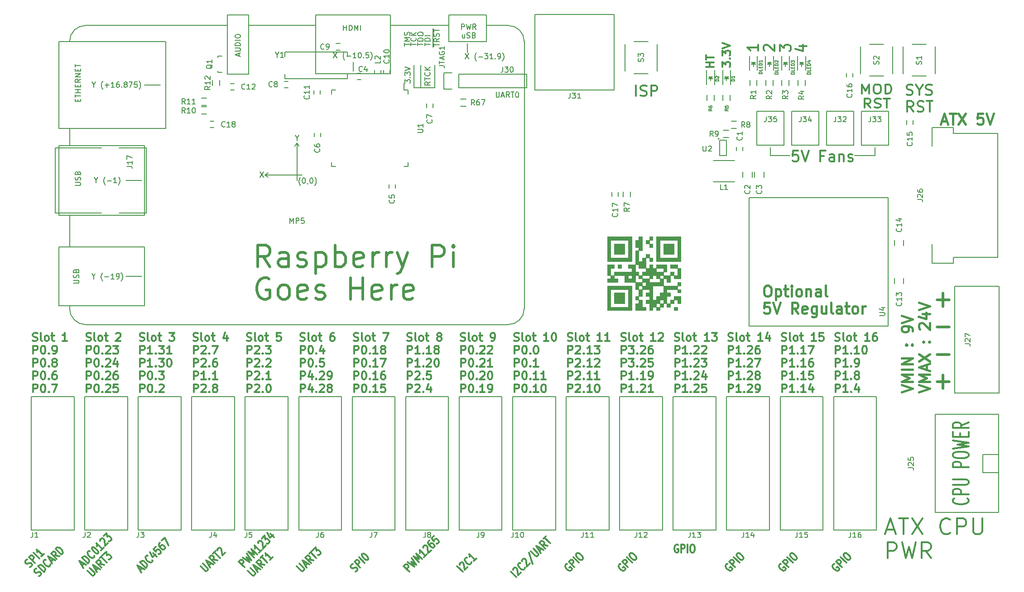
<source format=gbr>
G04 #@! TF.FileFunction,Legend,Top*
%FSLAX46Y46*%
G04 Gerber Fmt 4.6, Leading zero omitted, Abs format (unit mm)*
G04 Created by KiCad (PCBNEW 4.0.2+e4-6225~38~ubuntu14.04.1-stable) date Sat 30 Jul 2016 10:20:59 AM PDT*
%MOMM*%
G01*
G04 APERTURE LIST*
%ADD10C,0.100000*%
%ADD11C,0.300000*%
%ADD12C,0.500000*%
%ADD13C,0.400000*%
%ADD14C,0.200000*%
%ADD15C,0.150000*%
%ADD16C,0.152400*%
%ADD17C,0.010000*%
G04 APERTURE END LIST*
D10*
D11*
X216116168Y-138823172D02*
X215984847Y-138853477D01*
X215863629Y-138974695D01*
X215792919Y-139146421D01*
X215813122Y-139328249D01*
X215873731Y-139469670D01*
X216035355Y-139712107D01*
X216186878Y-139863630D01*
X216429315Y-140025254D01*
X216570736Y-140085863D01*
X216752564Y-140106066D01*
X216924289Y-140035355D01*
X217005101Y-139954543D01*
X217075813Y-139782817D01*
X217065711Y-139691903D01*
X216712158Y-139338350D01*
X216550533Y-139499974D01*
X217530381Y-139429264D02*
X216469720Y-138368604D01*
X216792969Y-138045355D01*
X216924290Y-138015050D01*
X217015204Y-138025152D01*
X217156625Y-138085761D01*
X217308148Y-138237283D01*
X217368757Y-138378705D01*
X217378858Y-138469619D01*
X217348554Y-138600939D01*
X217025305Y-138924188D01*
X218378909Y-138580736D02*
X217318249Y-137520075D01*
X217883935Y-136954389D02*
X218045559Y-136792765D01*
X218176879Y-136762461D01*
X218358707Y-136782663D01*
X218601142Y-136944288D01*
X218954696Y-137297842D01*
X219116321Y-137540278D01*
X219136524Y-137722106D01*
X219106219Y-137853425D01*
X218944595Y-138015049D01*
X218813275Y-138045355D01*
X218631448Y-138025152D01*
X218389010Y-137863527D01*
X218035457Y-137509974D01*
X217873833Y-137267537D01*
X217853630Y-137085710D01*
X217883935Y-136954389D01*
X206116168Y-138823172D02*
X205984847Y-138853477D01*
X205863629Y-138974695D01*
X205792919Y-139146421D01*
X205813122Y-139328249D01*
X205873731Y-139469670D01*
X206035355Y-139712107D01*
X206186878Y-139863630D01*
X206429315Y-140025254D01*
X206570736Y-140085863D01*
X206752564Y-140106066D01*
X206924289Y-140035355D01*
X207005101Y-139954543D01*
X207075813Y-139782817D01*
X207065711Y-139691903D01*
X206712158Y-139338350D01*
X206550533Y-139499974D01*
X207530381Y-139429264D02*
X206469720Y-138368604D01*
X206792969Y-138045355D01*
X206924290Y-138015050D01*
X207015204Y-138025152D01*
X207156625Y-138085761D01*
X207308148Y-138237283D01*
X207368757Y-138378705D01*
X207378858Y-138469619D01*
X207348554Y-138600939D01*
X207025305Y-138924188D01*
X208378909Y-138580736D02*
X207318249Y-137520075D01*
X207883935Y-136954389D02*
X208045559Y-136792765D01*
X208176879Y-136762461D01*
X208358707Y-136782663D01*
X208601142Y-136944288D01*
X208954696Y-137297842D01*
X209116321Y-137540278D01*
X209136524Y-137722106D01*
X209106219Y-137853425D01*
X208944595Y-138015049D01*
X208813275Y-138045355D01*
X208631448Y-138025152D01*
X208389010Y-137863527D01*
X208035457Y-137509974D01*
X207873833Y-137267537D01*
X207853630Y-137085710D01*
X207883935Y-136954389D01*
X196116168Y-138823172D02*
X195984847Y-138853477D01*
X195863629Y-138974695D01*
X195792919Y-139146421D01*
X195813122Y-139328249D01*
X195873731Y-139469670D01*
X196035355Y-139712107D01*
X196186878Y-139863630D01*
X196429315Y-140025254D01*
X196570736Y-140085863D01*
X196752564Y-140106066D01*
X196924289Y-140035355D01*
X197005101Y-139954543D01*
X197075813Y-139782817D01*
X197065711Y-139691903D01*
X196712158Y-139338350D01*
X196550533Y-139499974D01*
X197530381Y-139429264D02*
X196469720Y-138368604D01*
X196792969Y-138045355D01*
X196924290Y-138015050D01*
X197015204Y-138025152D01*
X197156625Y-138085761D01*
X197308148Y-138237283D01*
X197368757Y-138378705D01*
X197378858Y-138469619D01*
X197348554Y-138600939D01*
X197025305Y-138924188D01*
X198378909Y-138580736D02*
X197318249Y-137520075D01*
X197883935Y-136954389D02*
X198045559Y-136792765D01*
X198176879Y-136762461D01*
X198358707Y-136782663D01*
X198601142Y-136944288D01*
X198954696Y-137297842D01*
X199116321Y-137540278D01*
X199136524Y-137722106D01*
X199106219Y-137853425D01*
X198944595Y-138015049D01*
X198813275Y-138045355D01*
X198631448Y-138025152D01*
X198389010Y-137863527D01*
X198035457Y-137509974D01*
X197873833Y-137267537D01*
X197853630Y-137085710D01*
X197883935Y-136954389D01*
X186914286Y-135250000D02*
X186800000Y-135178571D01*
X186628571Y-135178571D01*
X186457143Y-135250000D01*
X186342857Y-135392857D01*
X186285714Y-135535714D01*
X186228571Y-135821429D01*
X186228571Y-136035714D01*
X186285714Y-136321429D01*
X186342857Y-136464286D01*
X186457143Y-136607143D01*
X186628571Y-136678571D01*
X186742857Y-136678571D01*
X186914286Y-136607143D01*
X186971429Y-136535714D01*
X186971429Y-136035714D01*
X186742857Y-136035714D01*
X187485714Y-136678571D02*
X187485714Y-135178571D01*
X187942857Y-135178571D01*
X188057143Y-135250000D01*
X188114286Y-135321429D01*
X188171429Y-135464286D01*
X188171429Y-135678571D01*
X188114286Y-135821429D01*
X188057143Y-135892857D01*
X187942857Y-135964286D01*
X187485714Y-135964286D01*
X188685714Y-136678571D02*
X188685714Y-135178571D01*
X189485715Y-135178571D02*
X189714286Y-135178571D01*
X189828572Y-135250000D01*
X189942858Y-135392857D01*
X190000000Y-135678571D01*
X190000000Y-136178571D01*
X189942858Y-136464286D01*
X189828572Y-136607143D01*
X189714286Y-136678571D01*
X189485715Y-136678571D01*
X189371429Y-136607143D01*
X189257143Y-136464286D01*
X189200000Y-136178571D01*
X189200000Y-135678571D01*
X189257143Y-135392857D01*
X189371429Y-135250000D01*
X189485715Y-135178571D01*
X176116168Y-138823172D02*
X175984847Y-138853477D01*
X175863629Y-138974695D01*
X175792919Y-139146421D01*
X175813122Y-139328249D01*
X175873731Y-139469670D01*
X176035355Y-139712107D01*
X176186878Y-139863630D01*
X176429315Y-140025254D01*
X176570736Y-140085863D01*
X176752564Y-140106066D01*
X176924289Y-140035355D01*
X177005101Y-139954543D01*
X177075813Y-139782817D01*
X177065711Y-139691903D01*
X176712158Y-139338350D01*
X176550533Y-139499974D01*
X177530381Y-139429264D02*
X176469720Y-138368604D01*
X176792969Y-138045355D01*
X176924290Y-138015050D01*
X177015204Y-138025152D01*
X177156625Y-138085761D01*
X177308148Y-138237283D01*
X177368757Y-138378705D01*
X177378858Y-138469619D01*
X177348554Y-138600939D01*
X177025305Y-138924188D01*
X178378909Y-138580736D02*
X177318249Y-137520075D01*
X177883935Y-136954389D02*
X178045559Y-136792765D01*
X178176879Y-136762461D01*
X178358707Y-136782663D01*
X178601142Y-136944288D01*
X178954696Y-137297842D01*
X179116321Y-137540278D01*
X179136524Y-137722106D01*
X179106219Y-137853425D01*
X178944595Y-138015049D01*
X178813275Y-138045355D01*
X178631448Y-138025152D01*
X178389010Y-137863527D01*
X178035457Y-137509974D01*
X177873833Y-137267537D01*
X177853630Y-137085710D01*
X177883935Y-136954389D01*
X166116168Y-138823172D02*
X165984847Y-138853477D01*
X165863629Y-138974695D01*
X165792919Y-139146421D01*
X165813122Y-139328249D01*
X165873731Y-139469670D01*
X166035355Y-139712107D01*
X166186878Y-139863630D01*
X166429315Y-140025254D01*
X166570736Y-140085863D01*
X166752564Y-140106066D01*
X166924289Y-140035355D01*
X167005101Y-139954543D01*
X167075813Y-139782817D01*
X167065711Y-139691903D01*
X166712158Y-139338350D01*
X166550533Y-139499974D01*
X167530381Y-139429264D02*
X166469720Y-138368604D01*
X166792969Y-138045355D01*
X166924290Y-138015050D01*
X167015204Y-138025152D01*
X167156625Y-138085761D01*
X167308148Y-138237283D01*
X167368757Y-138378705D01*
X167378858Y-138469619D01*
X167348554Y-138600939D01*
X167025305Y-138924188D01*
X168378909Y-138580736D02*
X167318249Y-137520075D01*
X167883935Y-136954389D02*
X168045559Y-136792765D01*
X168176879Y-136762461D01*
X168358707Y-136782663D01*
X168601142Y-136944288D01*
X168954696Y-137297842D01*
X169116321Y-137540278D01*
X169136524Y-137722106D01*
X169106219Y-137853425D01*
X168944595Y-138015049D01*
X168813275Y-138045355D01*
X168631448Y-138025152D01*
X168389010Y-137863527D01*
X168035457Y-137509974D01*
X167873833Y-137267537D01*
X167853630Y-137085710D01*
X167883935Y-136954389D01*
X156681852Y-141277792D02*
X155621192Y-140217132D01*
X156085863Y-139954492D02*
X156075762Y-139863578D01*
X156106066Y-139732258D01*
X156308096Y-139530228D01*
X156439417Y-139499923D01*
X156530331Y-139510025D01*
X156671752Y-139570634D01*
X156772767Y-139671649D01*
X156883884Y-139863578D01*
X157005102Y-140954542D01*
X157530381Y-140429263D01*
X158277894Y-139479720D02*
X158287996Y-139570634D01*
X158217285Y-139742360D01*
X158136472Y-139823172D01*
X157964747Y-139893883D01*
X157782920Y-139873680D01*
X157641498Y-139813071D01*
X157399061Y-139651446D01*
X157247539Y-139499924D01*
X157085914Y-139257487D01*
X157025305Y-139116065D01*
X157005102Y-138934238D01*
X157075812Y-138762512D01*
X157156624Y-138681700D01*
X157328351Y-138610989D01*
X157419265Y-138621091D01*
X157742513Y-138297842D02*
X157732412Y-138206928D01*
X157762716Y-138075608D01*
X157964746Y-137873578D01*
X158096067Y-137843273D01*
X158186981Y-137853375D01*
X158328402Y-137913984D01*
X158429417Y-138014999D01*
X158540534Y-138206928D01*
X158661752Y-139297892D01*
X159187031Y-138772613D01*
X159045610Y-136691699D02*
X159682006Y-138782715D01*
X159378960Y-136459364D02*
X160237590Y-137317994D01*
X160379011Y-137378603D01*
X160469925Y-137388705D01*
X160601245Y-137358399D01*
X160762869Y-137196775D01*
X160793174Y-137065456D01*
X160783073Y-136974542D01*
X160722464Y-136833120D01*
X159863834Y-135974490D01*
X160985103Y-136368451D02*
X161389164Y-135964389D01*
X161207337Y-136752308D02*
X160429519Y-135408805D01*
X161773022Y-136186622D01*
X162540738Y-135418907D02*
X161752819Y-135196674D01*
X162055864Y-135903780D02*
X160995204Y-134843120D01*
X161318453Y-134519871D01*
X161449773Y-134489567D01*
X161540687Y-134499668D01*
X161682109Y-134560277D01*
X161833631Y-134711800D01*
X161894241Y-134853222D01*
X161904342Y-134944135D01*
X161874037Y-135075456D01*
X161550788Y-135398705D01*
X161722514Y-134115810D02*
X162207387Y-133630937D01*
X163025611Y-134934034D02*
X161964951Y-133873373D01*
X146681852Y-140277792D02*
X145621192Y-139217132D01*
X146085863Y-138954492D02*
X146075762Y-138863578D01*
X146106066Y-138732258D01*
X146308096Y-138530228D01*
X146439417Y-138499923D01*
X146530331Y-138510025D01*
X146671752Y-138570634D01*
X146772767Y-138671649D01*
X146883884Y-138863578D01*
X147005102Y-139954542D01*
X147530381Y-139429263D01*
X148277894Y-138479720D02*
X148287996Y-138570634D01*
X148217285Y-138742360D01*
X148136472Y-138823172D01*
X147964747Y-138893883D01*
X147782920Y-138873680D01*
X147641498Y-138813071D01*
X147399061Y-138651446D01*
X147247539Y-138499924D01*
X147085914Y-138257487D01*
X147025305Y-138116065D01*
X147005102Y-137934238D01*
X147075812Y-137762512D01*
X147156624Y-137681700D01*
X147328351Y-137610989D01*
X147419265Y-137621091D01*
X149187031Y-137772613D02*
X148702158Y-138257487D01*
X148944595Y-138015049D02*
X147883935Y-136954389D01*
X147954645Y-137186725D01*
X147974848Y-137368552D01*
X147944544Y-137499873D01*
X136681852Y-140277792D02*
X135621192Y-139217132D01*
X135944441Y-138893883D01*
X136075762Y-138863578D01*
X136166676Y-138873680D01*
X136308097Y-138934289D01*
X136459619Y-139085811D01*
X136520229Y-139227233D01*
X136530330Y-139318147D01*
X136500026Y-139449467D01*
X136176777Y-139772716D01*
X136388909Y-138449415D02*
X137651599Y-139308045D01*
X137055609Y-138388807D01*
X137974848Y-138984796D01*
X137116218Y-137722106D01*
X138500127Y-138459517D02*
X137439467Y-137398857D01*
X138479925Y-137873629D01*
X138005153Y-136833171D01*
X139065813Y-137893832D01*
X139914342Y-137045303D02*
X139429468Y-137530176D01*
X139671905Y-137287739D02*
X138611245Y-136227079D01*
X138681956Y-136459415D01*
X138702158Y-136641242D01*
X138671854Y-136772562D01*
X139277946Y-135762410D02*
X139267844Y-135671496D01*
X139298148Y-135540176D01*
X139500179Y-135338145D01*
X139631499Y-135307841D01*
X139722413Y-135317943D01*
X139863834Y-135378552D01*
X139964850Y-135479567D01*
X140075966Y-135671496D01*
X140197184Y-136762460D01*
X140722464Y-136237181D01*
X140389113Y-134449211D02*
X140227489Y-134610835D01*
X140197184Y-134742156D01*
X140207286Y-134833070D01*
X140277996Y-135065404D01*
X140439621Y-135307842D01*
X140843681Y-135711902D01*
X140985103Y-135772511D01*
X141076017Y-135782613D01*
X141207337Y-135752308D01*
X141368961Y-135590684D01*
X141399266Y-135459364D01*
X141389164Y-135368450D01*
X141328555Y-135227029D01*
X141076017Y-134974490D01*
X140934596Y-134913881D01*
X140843682Y-134903780D01*
X140712362Y-134934085D01*
X140550738Y-135095709D01*
X140520433Y-135227029D01*
X140530534Y-135317943D01*
X140591143Y-135459364D01*
X141237641Y-133600683D02*
X140833580Y-134004744D01*
X141298250Y-134550227D01*
X141288149Y-134459313D01*
X141318453Y-134327993D01*
X141520484Y-134125963D01*
X141651804Y-134095658D01*
X141742718Y-134105759D01*
X141884139Y-134166368D01*
X142136677Y-134418907D01*
X142197286Y-134560328D01*
X142207388Y-134651242D01*
X142177083Y-134782562D01*
X141975052Y-134984592D01*
X141843733Y-135014897D01*
X141752819Y-135004795D01*
X126590939Y-140267691D02*
X126762665Y-140196979D01*
X126964695Y-139994949D01*
X126995000Y-139863630D01*
X126984899Y-139772715D01*
X126924290Y-139631294D01*
X126823275Y-139530279D01*
X126681853Y-139469670D01*
X126590939Y-139459568D01*
X126459619Y-139489873D01*
X126247487Y-139600990D01*
X126116168Y-139631295D01*
X126025254Y-139621193D01*
X125883832Y-139560584D01*
X125782817Y-139459569D01*
X125722208Y-139318148D01*
X125712106Y-139227233D01*
X125742411Y-139095913D01*
X125944441Y-138893883D01*
X126116168Y-138823172D01*
X127489974Y-139469670D02*
X126429314Y-138409010D01*
X126752563Y-138085761D01*
X126883883Y-138055456D01*
X126974798Y-138065558D01*
X127116219Y-138126167D01*
X127267741Y-138277689D01*
X127328351Y-138419111D01*
X127338452Y-138510025D01*
X127308148Y-138641345D01*
X126984899Y-138964594D01*
X128338503Y-138621142D02*
X127277842Y-137560482D01*
X127843528Y-136994795D02*
X127924340Y-136913984D01*
X128055661Y-136883679D01*
X128146575Y-136893781D01*
X128287996Y-136954390D01*
X128530433Y-137116014D01*
X128782971Y-137368552D01*
X128944595Y-137610989D01*
X129005204Y-137752410D01*
X129015306Y-137843324D01*
X128985000Y-137974644D01*
X128904189Y-138055456D01*
X128772869Y-138085761D01*
X128681955Y-138075659D01*
X128540534Y-138015050D01*
X128298097Y-137853426D01*
X128045559Y-137600888D01*
X127883935Y-137358451D01*
X127823326Y-137217030D01*
X127813224Y-137126116D01*
X127843528Y-136994795D01*
X115621192Y-139217132D02*
X116479822Y-140075762D01*
X116621244Y-140136370D01*
X116712158Y-140146472D01*
X116843477Y-140116167D01*
X117005101Y-139954543D01*
X117035407Y-139823223D01*
X117025305Y-139732309D01*
X116964696Y-139590888D01*
X116106066Y-138732258D01*
X117227335Y-139126218D02*
X117631396Y-138722157D01*
X117449569Y-139510075D02*
X116671751Y-138166573D01*
X118015254Y-138944390D01*
X118782970Y-138176674D02*
X117995052Y-137954441D01*
X118298096Y-138661548D02*
X117237436Y-137600888D01*
X117560685Y-137277639D01*
X117692005Y-137247334D01*
X117782920Y-137257436D01*
X117924341Y-137318045D01*
X118075863Y-137469567D01*
X118136473Y-137610990D01*
X118146574Y-137701903D01*
X118116269Y-137833223D01*
X117793021Y-138156472D01*
X117964746Y-136873578D02*
X118449619Y-136388705D01*
X119267843Y-137691801D02*
X118207183Y-136631141D01*
X118651650Y-136186674D02*
X119176930Y-135661394D01*
X119298148Y-136348298D01*
X119419366Y-136227080D01*
X119550686Y-136196776D01*
X119641600Y-136206877D01*
X119783021Y-136267486D01*
X120035560Y-136520024D01*
X120096168Y-136661446D01*
X120106270Y-136752360D01*
X120075965Y-136883679D01*
X119833529Y-137126116D01*
X119702209Y-137156421D01*
X119611295Y-137146319D01*
X105833324Y-139429264D02*
X104772664Y-138368604D01*
X105095913Y-138045355D01*
X105227234Y-138015050D01*
X105318148Y-138025152D01*
X105459569Y-138085761D01*
X105611091Y-138237283D01*
X105671701Y-138378705D01*
X105681802Y-138469619D01*
X105651498Y-138600939D01*
X105328249Y-138924188D01*
X105540381Y-137600887D02*
X106803071Y-138459517D01*
X106207081Y-137540279D01*
X107126320Y-138136268D01*
X106267690Y-136873578D01*
X107651599Y-137610989D02*
X106590939Y-136550329D01*
X107631397Y-137025101D01*
X107156625Y-135984643D01*
X108217285Y-137045304D01*
X109065814Y-136196775D02*
X108580940Y-136681648D01*
X108823377Y-136439211D02*
X107762717Y-135378551D01*
X107833428Y-135610887D01*
X107853630Y-135792714D01*
X107823326Y-135924034D01*
X108429418Y-134913882D02*
X108419316Y-134822968D01*
X108449620Y-134691648D01*
X108651651Y-134489617D01*
X108782971Y-134459313D01*
X108873885Y-134469415D01*
X109015306Y-134530024D01*
X109116322Y-134631039D01*
X109227438Y-134822968D01*
X109348656Y-135913932D01*
X109873936Y-135388653D01*
X109096118Y-134045150D02*
X109621397Y-133519871D01*
X109742616Y-134206775D01*
X109863834Y-134085557D01*
X109995154Y-134055252D01*
X110086068Y-134065353D01*
X110227489Y-134125962D01*
X110480027Y-134378501D01*
X110540636Y-134519922D01*
X110550738Y-134610836D01*
X110520433Y-134742156D01*
X110277996Y-134984592D01*
X110146677Y-135014897D01*
X110055763Y-135004795D01*
X110702260Y-133146115D02*
X111409367Y-133853221D01*
X110096169Y-132944084D02*
X110651752Y-133903729D01*
X111177032Y-133378449D01*
X106469720Y-140065660D02*
X107328350Y-140924290D01*
X107469772Y-140984898D01*
X107560686Y-140995000D01*
X107692005Y-140964695D01*
X107853629Y-140803071D01*
X107883935Y-140671751D01*
X107873833Y-140580837D01*
X107813224Y-140439416D01*
X106954594Y-139580786D01*
X108075863Y-139974746D02*
X108479924Y-139570685D01*
X108298097Y-140358603D02*
X107520279Y-139015101D01*
X108863782Y-139792918D01*
X109631498Y-139025202D02*
X108843580Y-138802969D01*
X109146624Y-139510076D02*
X108085964Y-138449416D01*
X108409213Y-138126167D01*
X108540533Y-138095862D01*
X108631448Y-138105964D01*
X108772869Y-138166573D01*
X108924391Y-138318095D01*
X108985001Y-138459518D01*
X108995102Y-138550431D01*
X108964797Y-138681751D01*
X108641549Y-139005000D01*
X108813274Y-137722106D02*
X109298147Y-137237233D01*
X110116371Y-138540329D02*
X109055711Y-137479669D01*
X111086118Y-137570582D02*
X110601244Y-138055456D01*
X110843681Y-137813019D02*
X109783021Y-136752359D01*
X109853732Y-136984694D01*
X109873935Y-137166522D01*
X109843630Y-137297842D01*
X97621192Y-139217132D02*
X98479822Y-140075762D01*
X98621244Y-140136370D01*
X98712158Y-140146472D01*
X98843477Y-140116167D01*
X99005101Y-139954543D01*
X99035407Y-139823223D01*
X99025305Y-139732309D01*
X98964696Y-139590888D01*
X98106066Y-138732258D01*
X99227335Y-139126218D02*
X99631396Y-138722157D01*
X99449569Y-139510075D02*
X98671751Y-138166573D01*
X100015254Y-138944390D01*
X100782970Y-138176674D02*
X99995052Y-137954441D01*
X100298096Y-138661548D02*
X99237436Y-137600888D01*
X99560685Y-137277639D01*
X99692005Y-137247334D01*
X99782920Y-137257436D01*
X99924341Y-137318045D01*
X100075863Y-137469567D01*
X100136473Y-137610990D01*
X100146574Y-137701903D01*
X100116269Y-137833223D01*
X99793021Y-138156472D01*
X99964746Y-136873578D02*
X100449619Y-136388705D01*
X101267843Y-137691801D02*
X100207183Y-136631141D01*
X100793072Y-136247284D02*
X100782970Y-136156370D01*
X100813275Y-136025049D01*
X101015305Y-135823019D01*
X101146625Y-135792715D01*
X101237539Y-135802816D01*
X101378961Y-135863425D01*
X101479976Y-135964440D01*
X101591093Y-136156370D01*
X101712311Y-137247334D01*
X102237590Y-136722054D01*
X86338401Y-140015153D02*
X86742462Y-139611091D01*
X86560635Y-140399010D02*
X85782817Y-139055507D01*
X87126320Y-139833324D01*
X87409162Y-139550482D02*
X86348502Y-138489822D01*
X86550533Y-138287791D01*
X86722259Y-138217081D01*
X86904086Y-138237284D01*
X87045508Y-138297893D01*
X87287945Y-138459518D01*
X87439467Y-138611040D01*
X87601092Y-138853477D01*
X87661701Y-138994899D01*
X87681904Y-139176726D01*
X87611193Y-139348451D01*
X87409162Y-139550482D01*
X88641549Y-138116065D02*
X88651650Y-138206979D01*
X88580939Y-138378705D01*
X88500127Y-138459518D01*
X88328402Y-138530228D01*
X88146574Y-138510026D01*
X88005153Y-138449417D01*
X87762715Y-138287792D01*
X87611193Y-138136269D01*
X87449568Y-137893832D01*
X87388959Y-137752411D01*
X87368756Y-137570583D01*
X87439466Y-137398858D01*
X87520279Y-137318045D01*
X87692005Y-137247334D01*
X87782920Y-137257436D01*
X88762767Y-136782664D02*
X89469873Y-137489771D01*
X88156676Y-136580634D02*
X88712259Y-137540279D01*
X89237539Y-137014999D01*
X89257741Y-135580583D02*
X88853680Y-135984644D01*
X89318350Y-136530127D01*
X89308249Y-136439213D01*
X89338554Y-136307893D01*
X89540584Y-136105863D01*
X89671904Y-136075558D01*
X89762818Y-136085659D01*
X89904239Y-136146268D01*
X90156777Y-136398806D01*
X90217386Y-136540228D01*
X90227488Y-136631142D01*
X90197183Y-136762461D01*
X89995153Y-136964492D01*
X89863833Y-136994797D01*
X89772919Y-136984695D01*
X90025457Y-134812867D02*
X89863833Y-134974491D01*
X89833529Y-135105811D01*
X89843630Y-135196725D01*
X89914340Y-135429060D01*
X90075965Y-135671497D01*
X90480026Y-136075558D01*
X90621447Y-136136167D01*
X90712361Y-136146269D01*
X90843681Y-136115964D01*
X91005305Y-135954339D01*
X91035610Y-135823020D01*
X91025508Y-135732106D01*
X90964899Y-135590684D01*
X90712361Y-135338146D01*
X90570940Y-135277537D01*
X90480026Y-135267436D01*
X90348706Y-135297741D01*
X90187082Y-135459365D01*
X90156777Y-135590685D01*
X90166878Y-135681598D01*
X90227487Y-135823020D01*
X90389112Y-134449212D02*
X90954798Y-133883526D01*
X91651803Y-135307842D01*
X75489873Y-139166625D02*
X75893934Y-138762563D01*
X75712107Y-139550482D02*
X74934289Y-138206979D01*
X76277792Y-138984796D01*
X76560634Y-138701954D02*
X75499974Y-137641294D01*
X75702005Y-137439263D01*
X75873731Y-137368553D01*
X76055558Y-137388756D01*
X76196980Y-137449365D01*
X76439417Y-137610990D01*
X76590939Y-137762512D01*
X76752564Y-138004949D01*
X76813173Y-138146371D01*
X76833376Y-138328198D01*
X76762665Y-138499923D01*
X76560634Y-138701954D01*
X77793021Y-137267537D02*
X77803122Y-137358451D01*
X77732411Y-137530177D01*
X77651599Y-137610990D01*
X77479874Y-137681700D01*
X77298046Y-137661498D01*
X77156625Y-137600889D01*
X76914187Y-137439264D01*
X76762665Y-137287741D01*
X76601040Y-137045304D01*
X76540431Y-136903883D01*
X76520228Y-136722055D01*
X76590938Y-136550330D01*
X76671751Y-136469517D01*
X76843477Y-136398806D01*
X76934392Y-136408908D01*
X77358655Y-135782613D02*
X77439467Y-135701801D01*
X77570787Y-135671497D01*
X77661701Y-135681599D01*
X77803122Y-135742208D01*
X78045559Y-135903832D01*
X78298097Y-136156370D01*
X78459721Y-136398806D01*
X78520330Y-136540228D01*
X78530432Y-136631142D01*
X78500127Y-136762462D01*
X78419315Y-136843273D01*
X78287995Y-136873578D01*
X78197081Y-136863477D01*
X78055660Y-136802868D01*
X77813223Y-136641244D01*
X77560685Y-136388705D01*
X77399061Y-136146269D01*
X77338452Y-136004848D01*
X77328350Y-135913933D01*
X77358655Y-135782613D01*
X79510280Y-135752309D02*
X79025406Y-136237182D01*
X79267843Y-135994745D02*
X78207183Y-134934085D01*
X78277894Y-135166420D01*
X78298096Y-135348248D01*
X78267792Y-135479568D01*
X78873884Y-134469416D02*
X78863782Y-134378502D01*
X78894086Y-134247182D01*
X79096117Y-134045151D01*
X79227437Y-134014847D01*
X79318351Y-134024949D01*
X79459773Y-134085557D01*
X79560788Y-134186573D01*
X79671905Y-134378502D01*
X79793122Y-135469466D01*
X80318402Y-134944187D01*
X79540584Y-133600684D02*
X80065863Y-133075405D01*
X80187082Y-133762309D01*
X80308300Y-133641091D01*
X80439620Y-133610786D01*
X80530534Y-133620887D01*
X80671955Y-133681496D01*
X80924493Y-133934034D01*
X80985102Y-134075456D01*
X80995204Y-134166370D01*
X80964899Y-134297690D01*
X80722462Y-134540126D01*
X80591143Y-134570431D01*
X80500229Y-134560329D01*
X76469720Y-140065660D02*
X77328350Y-140924290D01*
X77469772Y-140984898D01*
X77560686Y-140995000D01*
X77692005Y-140964695D01*
X77853629Y-140803071D01*
X77883935Y-140671751D01*
X77873833Y-140580837D01*
X77813224Y-140439416D01*
X76954594Y-139580786D01*
X78075863Y-139974746D02*
X78479924Y-139570685D01*
X78298097Y-140358603D02*
X77520279Y-139015101D01*
X78863782Y-139792918D01*
X79631498Y-139025202D02*
X78843580Y-138802969D01*
X79146624Y-139510076D02*
X78085964Y-138449416D01*
X78409213Y-138126167D01*
X78540533Y-138095862D01*
X78631448Y-138105964D01*
X78772869Y-138166573D01*
X78924391Y-138318095D01*
X78985001Y-138459518D01*
X78995102Y-138550431D01*
X78964797Y-138681751D01*
X78641549Y-139005000D01*
X78813274Y-137722106D02*
X79298147Y-137237233D01*
X80116371Y-138540329D02*
X79055711Y-137479669D01*
X79500178Y-137035202D02*
X80025458Y-136509922D01*
X80146676Y-137196826D01*
X80267894Y-137075608D01*
X80399214Y-137045304D01*
X80490128Y-137055405D01*
X80631549Y-137116014D01*
X80884088Y-137368552D01*
X80944696Y-137509974D01*
X80954798Y-137600888D01*
X80924493Y-137732207D01*
X80682057Y-137974644D01*
X80550737Y-138004949D01*
X80459823Y-137994847D01*
X65742411Y-139419163D02*
X65914137Y-139348451D01*
X66116167Y-139146421D01*
X66146472Y-139015102D01*
X66136371Y-138924187D01*
X66075762Y-138782766D01*
X65974747Y-138681751D01*
X65833325Y-138621142D01*
X65742411Y-138611040D01*
X65611091Y-138641345D01*
X65398959Y-138752462D01*
X65267640Y-138782767D01*
X65176726Y-138772665D01*
X65035304Y-138712056D01*
X64934289Y-138611041D01*
X64873680Y-138469620D01*
X64863578Y-138378705D01*
X64893883Y-138247385D01*
X65095913Y-138045355D01*
X65267640Y-137974644D01*
X66641446Y-138621142D02*
X65580786Y-137560482D01*
X65904035Y-137237233D01*
X66035355Y-137206928D01*
X66126270Y-137217030D01*
X66267691Y-137277639D01*
X66419213Y-137429161D01*
X66479823Y-137570583D01*
X66489924Y-137661497D01*
X66459620Y-137792817D01*
X66136371Y-138116066D01*
X67489975Y-137772614D02*
X66429314Y-136711954D01*
X68338503Y-136924085D02*
X67853630Y-137408959D01*
X68096067Y-137166521D02*
X67035407Y-136105861D01*
X67106117Y-136338197D01*
X67126320Y-136520024D01*
X67096016Y-136651345D01*
X67439467Y-141116219D02*
X67611193Y-141045507D01*
X67813223Y-140843477D01*
X67843528Y-140712158D01*
X67833427Y-140621243D01*
X67772818Y-140479822D01*
X67671803Y-140378807D01*
X67530381Y-140318198D01*
X67439467Y-140308096D01*
X67308147Y-140338401D01*
X67096015Y-140449518D01*
X66964696Y-140479823D01*
X66873782Y-140469721D01*
X66732360Y-140409112D01*
X66631345Y-140308097D01*
X66570736Y-140166676D01*
X66560634Y-140075761D01*
X66590939Y-139944441D01*
X66792969Y-139742411D01*
X66964696Y-139671700D01*
X68338502Y-140318198D02*
X67277842Y-139257538D01*
X67479873Y-139055507D01*
X67651599Y-138984797D01*
X67833427Y-139005000D01*
X67974848Y-139065608D01*
X68217285Y-139227233D01*
X68368808Y-139378756D01*
X68530432Y-139621193D01*
X68591041Y-139762614D01*
X68611244Y-139944442D01*
X68540533Y-140116167D01*
X68338502Y-140318198D01*
X69570889Y-138883781D02*
X69580991Y-138974695D01*
X69510279Y-139146421D01*
X69429467Y-139227233D01*
X69257742Y-139297944D01*
X69075914Y-139277741D01*
X68934493Y-139217132D01*
X68692056Y-139055507D01*
X68540533Y-138903985D01*
X68378909Y-138661548D01*
X68318300Y-138520126D01*
X68298097Y-138338299D01*
X68368807Y-138166573D01*
X68449619Y-138085761D01*
X68621346Y-138015050D01*
X68712260Y-138025152D01*
X69692107Y-138358502D02*
X70096168Y-137954441D01*
X69914341Y-138742360D02*
X69136523Y-137398857D01*
X70480026Y-138176674D01*
X71247742Y-137408958D02*
X70459823Y-137186725D01*
X70762868Y-137893832D02*
X69702208Y-136833172D01*
X70025457Y-136509923D01*
X70156777Y-136479619D01*
X70247691Y-136489720D01*
X70389113Y-136550329D01*
X70540635Y-136701852D01*
X70601245Y-136843274D01*
X70611346Y-136934187D01*
X70581041Y-137065507D01*
X70257792Y-137388756D01*
X71611396Y-137045304D02*
X70550736Y-135984644D01*
X70752767Y-135782613D01*
X70924493Y-135711903D01*
X71106321Y-135732106D01*
X71247742Y-135792715D01*
X71490179Y-135954339D01*
X71641702Y-136105862D01*
X71803326Y-136348299D01*
X71863935Y-136489720D01*
X71884138Y-136671548D01*
X71813427Y-136843273D01*
X71611396Y-137045304D01*
X66285714Y-97007143D02*
X66500000Y-97078571D01*
X66857143Y-97078571D01*
X67000000Y-97007143D01*
X67071429Y-96935714D01*
X67142857Y-96792857D01*
X67142857Y-96650000D01*
X67071429Y-96507143D01*
X67000000Y-96435714D01*
X66857143Y-96364286D01*
X66571429Y-96292857D01*
X66428571Y-96221429D01*
X66357143Y-96150000D01*
X66285714Y-96007143D01*
X66285714Y-95864286D01*
X66357143Y-95721429D01*
X66428571Y-95650000D01*
X66571429Y-95578571D01*
X66928571Y-95578571D01*
X67142857Y-95650000D01*
X68000000Y-97078571D02*
X67857142Y-97007143D01*
X67785714Y-96864286D01*
X67785714Y-95578571D01*
X68785714Y-97078571D02*
X68642856Y-97007143D01*
X68571428Y-96935714D01*
X68499999Y-96792857D01*
X68499999Y-96364286D01*
X68571428Y-96221429D01*
X68642856Y-96150000D01*
X68785714Y-96078571D01*
X68999999Y-96078571D01*
X69142856Y-96150000D01*
X69214285Y-96221429D01*
X69285714Y-96364286D01*
X69285714Y-96792857D01*
X69214285Y-96935714D01*
X69142856Y-97007143D01*
X68999999Y-97078571D01*
X68785714Y-97078571D01*
X69714285Y-96078571D02*
X70285714Y-96078571D01*
X69928571Y-95578571D02*
X69928571Y-96864286D01*
X69999999Y-97007143D01*
X70142857Y-97078571D01*
X70285714Y-97078571D01*
X72714285Y-97078571D02*
X71857142Y-97078571D01*
X72285714Y-97078571D02*
X72285714Y-95578571D01*
X72142857Y-95792857D01*
X71999999Y-95935714D01*
X71857142Y-96007143D01*
X66357143Y-99478571D02*
X66357143Y-97978571D01*
X66928571Y-97978571D01*
X67071429Y-98050000D01*
X67142857Y-98121429D01*
X67214286Y-98264286D01*
X67214286Y-98478571D01*
X67142857Y-98621429D01*
X67071429Y-98692857D01*
X66928571Y-98764286D01*
X66357143Y-98764286D01*
X68142857Y-97978571D02*
X68285714Y-97978571D01*
X68428571Y-98050000D01*
X68500000Y-98121429D01*
X68571429Y-98264286D01*
X68642857Y-98550000D01*
X68642857Y-98907143D01*
X68571429Y-99192857D01*
X68500000Y-99335714D01*
X68428571Y-99407143D01*
X68285714Y-99478571D01*
X68142857Y-99478571D01*
X68000000Y-99407143D01*
X67928571Y-99335714D01*
X67857143Y-99192857D01*
X67785714Y-98907143D01*
X67785714Y-98550000D01*
X67857143Y-98264286D01*
X67928571Y-98121429D01*
X68000000Y-98050000D01*
X68142857Y-97978571D01*
X69285714Y-99335714D02*
X69357142Y-99407143D01*
X69285714Y-99478571D01*
X69214285Y-99407143D01*
X69285714Y-99335714D01*
X69285714Y-99478571D01*
X70071428Y-99478571D02*
X70357143Y-99478571D01*
X70500000Y-99407143D01*
X70571428Y-99335714D01*
X70714286Y-99121429D01*
X70785714Y-98835714D01*
X70785714Y-98264286D01*
X70714286Y-98121429D01*
X70642857Y-98050000D01*
X70500000Y-97978571D01*
X70214286Y-97978571D01*
X70071428Y-98050000D01*
X70000000Y-98121429D01*
X69928571Y-98264286D01*
X69928571Y-98621429D01*
X70000000Y-98764286D01*
X70071428Y-98835714D01*
X70214286Y-98907143D01*
X70500000Y-98907143D01*
X70642857Y-98835714D01*
X70714286Y-98764286D01*
X70785714Y-98621429D01*
X66357143Y-101878571D02*
X66357143Y-100378571D01*
X66928571Y-100378571D01*
X67071429Y-100450000D01*
X67142857Y-100521429D01*
X67214286Y-100664286D01*
X67214286Y-100878571D01*
X67142857Y-101021429D01*
X67071429Y-101092857D01*
X66928571Y-101164286D01*
X66357143Y-101164286D01*
X68142857Y-100378571D02*
X68285714Y-100378571D01*
X68428571Y-100450000D01*
X68500000Y-100521429D01*
X68571429Y-100664286D01*
X68642857Y-100950000D01*
X68642857Y-101307143D01*
X68571429Y-101592857D01*
X68500000Y-101735714D01*
X68428571Y-101807143D01*
X68285714Y-101878571D01*
X68142857Y-101878571D01*
X68000000Y-101807143D01*
X67928571Y-101735714D01*
X67857143Y-101592857D01*
X67785714Y-101307143D01*
X67785714Y-100950000D01*
X67857143Y-100664286D01*
X67928571Y-100521429D01*
X68000000Y-100450000D01*
X68142857Y-100378571D01*
X69285714Y-101735714D02*
X69357142Y-101807143D01*
X69285714Y-101878571D01*
X69214285Y-101807143D01*
X69285714Y-101735714D01*
X69285714Y-101878571D01*
X70214286Y-101021429D02*
X70071428Y-100950000D01*
X70000000Y-100878571D01*
X69928571Y-100735714D01*
X69928571Y-100664286D01*
X70000000Y-100521429D01*
X70071428Y-100450000D01*
X70214286Y-100378571D01*
X70500000Y-100378571D01*
X70642857Y-100450000D01*
X70714286Y-100521429D01*
X70785714Y-100664286D01*
X70785714Y-100735714D01*
X70714286Y-100878571D01*
X70642857Y-100950000D01*
X70500000Y-101021429D01*
X70214286Y-101021429D01*
X70071428Y-101092857D01*
X70000000Y-101164286D01*
X69928571Y-101307143D01*
X69928571Y-101592857D01*
X70000000Y-101735714D01*
X70071428Y-101807143D01*
X70214286Y-101878571D01*
X70500000Y-101878571D01*
X70642857Y-101807143D01*
X70714286Y-101735714D01*
X70785714Y-101592857D01*
X70785714Y-101307143D01*
X70714286Y-101164286D01*
X70642857Y-101092857D01*
X70500000Y-101021429D01*
X66357143Y-104278571D02*
X66357143Y-102778571D01*
X66928571Y-102778571D01*
X67071429Y-102850000D01*
X67142857Y-102921429D01*
X67214286Y-103064286D01*
X67214286Y-103278571D01*
X67142857Y-103421429D01*
X67071429Y-103492857D01*
X66928571Y-103564286D01*
X66357143Y-103564286D01*
X68142857Y-102778571D02*
X68285714Y-102778571D01*
X68428571Y-102850000D01*
X68500000Y-102921429D01*
X68571429Y-103064286D01*
X68642857Y-103350000D01*
X68642857Y-103707143D01*
X68571429Y-103992857D01*
X68500000Y-104135714D01*
X68428571Y-104207143D01*
X68285714Y-104278571D01*
X68142857Y-104278571D01*
X68000000Y-104207143D01*
X67928571Y-104135714D01*
X67857143Y-103992857D01*
X67785714Y-103707143D01*
X67785714Y-103350000D01*
X67857143Y-103064286D01*
X67928571Y-102921429D01*
X68000000Y-102850000D01*
X68142857Y-102778571D01*
X69285714Y-104135714D02*
X69357142Y-104207143D01*
X69285714Y-104278571D01*
X69214285Y-104207143D01*
X69285714Y-104135714D01*
X69285714Y-104278571D01*
X70642857Y-102778571D02*
X70357143Y-102778571D01*
X70214286Y-102850000D01*
X70142857Y-102921429D01*
X70000000Y-103135714D01*
X69928571Y-103421429D01*
X69928571Y-103992857D01*
X70000000Y-104135714D01*
X70071428Y-104207143D01*
X70214286Y-104278571D01*
X70500000Y-104278571D01*
X70642857Y-104207143D01*
X70714286Y-104135714D01*
X70785714Y-103992857D01*
X70785714Y-103635714D01*
X70714286Y-103492857D01*
X70642857Y-103421429D01*
X70500000Y-103350000D01*
X70214286Y-103350000D01*
X70071428Y-103421429D01*
X70000000Y-103492857D01*
X69928571Y-103635714D01*
X66357143Y-106678571D02*
X66357143Y-105178571D01*
X66928571Y-105178571D01*
X67071429Y-105250000D01*
X67142857Y-105321429D01*
X67214286Y-105464286D01*
X67214286Y-105678571D01*
X67142857Y-105821429D01*
X67071429Y-105892857D01*
X66928571Y-105964286D01*
X66357143Y-105964286D01*
X68142857Y-105178571D02*
X68285714Y-105178571D01*
X68428571Y-105250000D01*
X68500000Y-105321429D01*
X68571429Y-105464286D01*
X68642857Y-105750000D01*
X68642857Y-106107143D01*
X68571429Y-106392857D01*
X68500000Y-106535714D01*
X68428571Y-106607143D01*
X68285714Y-106678571D01*
X68142857Y-106678571D01*
X68000000Y-106607143D01*
X67928571Y-106535714D01*
X67857143Y-106392857D01*
X67785714Y-106107143D01*
X67785714Y-105750000D01*
X67857143Y-105464286D01*
X67928571Y-105321429D01*
X68000000Y-105250000D01*
X68142857Y-105178571D01*
X69285714Y-106535714D02*
X69357142Y-106607143D01*
X69285714Y-106678571D01*
X69214285Y-106607143D01*
X69285714Y-106535714D01*
X69285714Y-106678571D01*
X69857143Y-105178571D02*
X70857143Y-105178571D01*
X70214286Y-106678571D01*
X76285714Y-97007143D02*
X76500000Y-97078571D01*
X76857143Y-97078571D01*
X77000000Y-97007143D01*
X77071429Y-96935714D01*
X77142857Y-96792857D01*
X77142857Y-96650000D01*
X77071429Y-96507143D01*
X77000000Y-96435714D01*
X76857143Y-96364286D01*
X76571429Y-96292857D01*
X76428571Y-96221429D01*
X76357143Y-96150000D01*
X76285714Y-96007143D01*
X76285714Y-95864286D01*
X76357143Y-95721429D01*
X76428571Y-95650000D01*
X76571429Y-95578571D01*
X76928571Y-95578571D01*
X77142857Y-95650000D01*
X78000000Y-97078571D02*
X77857142Y-97007143D01*
X77785714Y-96864286D01*
X77785714Y-95578571D01*
X78785714Y-97078571D02*
X78642856Y-97007143D01*
X78571428Y-96935714D01*
X78499999Y-96792857D01*
X78499999Y-96364286D01*
X78571428Y-96221429D01*
X78642856Y-96150000D01*
X78785714Y-96078571D01*
X78999999Y-96078571D01*
X79142856Y-96150000D01*
X79214285Y-96221429D01*
X79285714Y-96364286D01*
X79285714Y-96792857D01*
X79214285Y-96935714D01*
X79142856Y-97007143D01*
X78999999Y-97078571D01*
X78785714Y-97078571D01*
X79714285Y-96078571D02*
X80285714Y-96078571D01*
X79928571Y-95578571D02*
X79928571Y-96864286D01*
X79999999Y-97007143D01*
X80142857Y-97078571D01*
X80285714Y-97078571D01*
X81857142Y-95721429D02*
X81928571Y-95650000D01*
X82071428Y-95578571D01*
X82428571Y-95578571D01*
X82571428Y-95650000D01*
X82642857Y-95721429D01*
X82714285Y-95864286D01*
X82714285Y-96007143D01*
X82642857Y-96221429D01*
X81785714Y-97078571D01*
X82714285Y-97078571D01*
X76357143Y-99478571D02*
X76357143Y-97978571D01*
X76928571Y-97978571D01*
X77071429Y-98050000D01*
X77142857Y-98121429D01*
X77214286Y-98264286D01*
X77214286Y-98478571D01*
X77142857Y-98621429D01*
X77071429Y-98692857D01*
X76928571Y-98764286D01*
X76357143Y-98764286D01*
X78142857Y-97978571D02*
X78285714Y-97978571D01*
X78428571Y-98050000D01*
X78500000Y-98121429D01*
X78571429Y-98264286D01*
X78642857Y-98550000D01*
X78642857Y-98907143D01*
X78571429Y-99192857D01*
X78500000Y-99335714D01*
X78428571Y-99407143D01*
X78285714Y-99478571D01*
X78142857Y-99478571D01*
X78000000Y-99407143D01*
X77928571Y-99335714D01*
X77857143Y-99192857D01*
X77785714Y-98907143D01*
X77785714Y-98550000D01*
X77857143Y-98264286D01*
X77928571Y-98121429D01*
X78000000Y-98050000D01*
X78142857Y-97978571D01*
X79285714Y-99335714D02*
X79357142Y-99407143D01*
X79285714Y-99478571D01*
X79214285Y-99407143D01*
X79285714Y-99335714D01*
X79285714Y-99478571D01*
X79928571Y-98121429D02*
X80000000Y-98050000D01*
X80142857Y-97978571D01*
X80500000Y-97978571D01*
X80642857Y-98050000D01*
X80714286Y-98121429D01*
X80785714Y-98264286D01*
X80785714Y-98407143D01*
X80714286Y-98621429D01*
X79857143Y-99478571D01*
X80785714Y-99478571D01*
X81285714Y-97978571D02*
X82214285Y-97978571D01*
X81714285Y-98550000D01*
X81928571Y-98550000D01*
X82071428Y-98621429D01*
X82142857Y-98692857D01*
X82214285Y-98835714D01*
X82214285Y-99192857D01*
X82142857Y-99335714D01*
X82071428Y-99407143D01*
X81928571Y-99478571D01*
X81499999Y-99478571D01*
X81357142Y-99407143D01*
X81285714Y-99335714D01*
X76357143Y-101878571D02*
X76357143Y-100378571D01*
X76928571Y-100378571D01*
X77071429Y-100450000D01*
X77142857Y-100521429D01*
X77214286Y-100664286D01*
X77214286Y-100878571D01*
X77142857Y-101021429D01*
X77071429Y-101092857D01*
X76928571Y-101164286D01*
X76357143Y-101164286D01*
X78142857Y-100378571D02*
X78285714Y-100378571D01*
X78428571Y-100450000D01*
X78500000Y-100521429D01*
X78571429Y-100664286D01*
X78642857Y-100950000D01*
X78642857Y-101307143D01*
X78571429Y-101592857D01*
X78500000Y-101735714D01*
X78428571Y-101807143D01*
X78285714Y-101878571D01*
X78142857Y-101878571D01*
X78000000Y-101807143D01*
X77928571Y-101735714D01*
X77857143Y-101592857D01*
X77785714Y-101307143D01*
X77785714Y-100950000D01*
X77857143Y-100664286D01*
X77928571Y-100521429D01*
X78000000Y-100450000D01*
X78142857Y-100378571D01*
X79285714Y-101735714D02*
X79357142Y-101807143D01*
X79285714Y-101878571D01*
X79214285Y-101807143D01*
X79285714Y-101735714D01*
X79285714Y-101878571D01*
X79928571Y-100521429D02*
X80000000Y-100450000D01*
X80142857Y-100378571D01*
X80500000Y-100378571D01*
X80642857Y-100450000D01*
X80714286Y-100521429D01*
X80785714Y-100664286D01*
X80785714Y-100807143D01*
X80714286Y-101021429D01*
X79857143Y-101878571D01*
X80785714Y-101878571D01*
X82071428Y-100878571D02*
X82071428Y-101878571D01*
X81714285Y-100307143D02*
X81357142Y-101378571D01*
X82285714Y-101378571D01*
X76357143Y-104278571D02*
X76357143Y-102778571D01*
X76928571Y-102778571D01*
X77071429Y-102850000D01*
X77142857Y-102921429D01*
X77214286Y-103064286D01*
X77214286Y-103278571D01*
X77142857Y-103421429D01*
X77071429Y-103492857D01*
X76928571Y-103564286D01*
X76357143Y-103564286D01*
X78142857Y-102778571D02*
X78285714Y-102778571D01*
X78428571Y-102850000D01*
X78500000Y-102921429D01*
X78571429Y-103064286D01*
X78642857Y-103350000D01*
X78642857Y-103707143D01*
X78571429Y-103992857D01*
X78500000Y-104135714D01*
X78428571Y-104207143D01*
X78285714Y-104278571D01*
X78142857Y-104278571D01*
X78000000Y-104207143D01*
X77928571Y-104135714D01*
X77857143Y-103992857D01*
X77785714Y-103707143D01*
X77785714Y-103350000D01*
X77857143Y-103064286D01*
X77928571Y-102921429D01*
X78000000Y-102850000D01*
X78142857Y-102778571D01*
X79285714Y-104135714D02*
X79357142Y-104207143D01*
X79285714Y-104278571D01*
X79214285Y-104207143D01*
X79285714Y-104135714D01*
X79285714Y-104278571D01*
X79928571Y-102921429D02*
X80000000Y-102850000D01*
X80142857Y-102778571D01*
X80500000Y-102778571D01*
X80642857Y-102850000D01*
X80714286Y-102921429D01*
X80785714Y-103064286D01*
X80785714Y-103207143D01*
X80714286Y-103421429D01*
X79857143Y-104278571D01*
X80785714Y-104278571D01*
X82071428Y-102778571D02*
X81785714Y-102778571D01*
X81642857Y-102850000D01*
X81571428Y-102921429D01*
X81428571Y-103135714D01*
X81357142Y-103421429D01*
X81357142Y-103992857D01*
X81428571Y-104135714D01*
X81499999Y-104207143D01*
X81642857Y-104278571D01*
X81928571Y-104278571D01*
X82071428Y-104207143D01*
X82142857Y-104135714D01*
X82214285Y-103992857D01*
X82214285Y-103635714D01*
X82142857Y-103492857D01*
X82071428Y-103421429D01*
X81928571Y-103350000D01*
X81642857Y-103350000D01*
X81499999Y-103421429D01*
X81428571Y-103492857D01*
X81357142Y-103635714D01*
X76357143Y-106678571D02*
X76357143Y-105178571D01*
X76928571Y-105178571D01*
X77071429Y-105250000D01*
X77142857Y-105321429D01*
X77214286Y-105464286D01*
X77214286Y-105678571D01*
X77142857Y-105821429D01*
X77071429Y-105892857D01*
X76928571Y-105964286D01*
X76357143Y-105964286D01*
X78142857Y-105178571D02*
X78285714Y-105178571D01*
X78428571Y-105250000D01*
X78500000Y-105321429D01*
X78571429Y-105464286D01*
X78642857Y-105750000D01*
X78642857Y-106107143D01*
X78571429Y-106392857D01*
X78500000Y-106535714D01*
X78428571Y-106607143D01*
X78285714Y-106678571D01*
X78142857Y-106678571D01*
X78000000Y-106607143D01*
X77928571Y-106535714D01*
X77857143Y-106392857D01*
X77785714Y-106107143D01*
X77785714Y-105750000D01*
X77857143Y-105464286D01*
X77928571Y-105321429D01*
X78000000Y-105250000D01*
X78142857Y-105178571D01*
X79285714Y-106535714D02*
X79357142Y-106607143D01*
X79285714Y-106678571D01*
X79214285Y-106607143D01*
X79285714Y-106535714D01*
X79285714Y-106678571D01*
X79928571Y-105321429D02*
X80000000Y-105250000D01*
X80142857Y-105178571D01*
X80500000Y-105178571D01*
X80642857Y-105250000D01*
X80714286Y-105321429D01*
X80785714Y-105464286D01*
X80785714Y-105607143D01*
X80714286Y-105821429D01*
X79857143Y-106678571D01*
X80785714Y-106678571D01*
X82142857Y-105178571D02*
X81428571Y-105178571D01*
X81357142Y-105892857D01*
X81428571Y-105821429D01*
X81571428Y-105750000D01*
X81928571Y-105750000D01*
X82071428Y-105821429D01*
X82142857Y-105892857D01*
X82214285Y-106035714D01*
X82214285Y-106392857D01*
X82142857Y-106535714D01*
X82071428Y-106607143D01*
X81928571Y-106678571D01*
X81571428Y-106678571D01*
X81428571Y-106607143D01*
X81357142Y-106535714D01*
X86285714Y-97007143D02*
X86500000Y-97078571D01*
X86857143Y-97078571D01*
X87000000Y-97007143D01*
X87071429Y-96935714D01*
X87142857Y-96792857D01*
X87142857Y-96650000D01*
X87071429Y-96507143D01*
X87000000Y-96435714D01*
X86857143Y-96364286D01*
X86571429Y-96292857D01*
X86428571Y-96221429D01*
X86357143Y-96150000D01*
X86285714Y-96007143D01*
X86285714Y-95864286D01*
X86357143Y-95721429D01*
X86428571Y-95650000D01*
X86571429Y-95578571D01*
X86928571Y-95578571D01*
X87142857Y-95650000D01*
X88000000Y-97078571D02*
X87857142Y-97007143D01*
X87785714Y-96864286D01*
X87785714Y-95578571D01*
X88785714Y-97078571D02*
X88642856Y-97007143D01*
X88571428Y-96935714D01*
X88499999Y-96792857D01*
X88499999Y-96364286D01*
X88571428Y-96221429D01*
X88642856Y-96150000D01*
X88785714Y-96078571D01*
X88999999Y-96078571D01*
X89142856Y-96150000D01*
X89214285Y-96221429D01*
X89285714Y-96364286D01*
X89285714Y-96792857D01*
X89214285Y-96935714D01*
X89142856Y-97007143D01*
X88999999Y-97078571D01*
X88785714Y-97078571D01*
X89714285Y-96078571D02*
X90285714Y-96078571D01*
X89928571Y-95578571D02*
X89928571Y-96864286D01*
X89999999Y-97007143D01*
X90142857Y-97078571D01*
X90285714Y-97078571D01*
X91785714Y-95578571D02*
X92714285Y-95578571D01*
X92214285Y-96150000D01*
X92428571Y-96150000D01*
X92571428Y-96221429D01*
X92642857Y-96292857D01*
X92714285Y-96435714D01*
X92714285Y-96792857D01*
X92642857Y-96935714D01*
X92571428Y-97007143D01*
X92428571Y-97078571D01*
X91999999Y-97078571D01*
X91857142Y-97007143D01*
X91785714Y-96935714D01*
X86357143Y-99478571D02*
X86357143Y-97978571D01*
X86928571Y-97978571D01*
X87071429Y-98050000D01*
X87142857Y-98121429D01*
X87214286Y-98264286D01*
X87214286Y-98478571D01*
X87142857Y-98621429D01*
X87071429Y-98692857D01*
X86928571Y-98764286D01*
X86357143Y-98764286D01*
X88642857Y-99478571D02*
X87785714Y-99478571D01*
X88214286Y-99478571D02*
X88214286Y-97978571D01*
X88071429Y-98192857D01*
X87928571Y-98335714D01*
X87785714Y-98407143D01*
X89285714Y-99335714D02*
X89357142Y-99407143D01*
X89285714Y-99478571D01*
X89214285Y-99407143D01*
X89285714Y-99335714D01*
X89285714Y-99478571D01*
X89857143Y-97978571D02*
X90785714Y-97978571D01*
X90285714Y-98550000D01*
X90500000Y-98550000D01*
X90642857Y-98621429D01*
X90714286Y-98692857D01*
X90785714Y-98835714D01*
X90785714Y-99192857D01*
X90714286Y-99335714D01*
X90642857Y-99407143D01*
X90500000Y-99478571D01*
X90071428Y-99478571D01*
X89928571Y-99407143D01*
X89857143Y-99335714D01*
X92214285Y-99478571D02*
X91357142Y-99478571D01*
X91785714Y-99478571D02*
X91785714Y-97978571D01*
X91642857Y-98192857D01*
X91499999Y-98335714D01*
X91357142Y-98407143D01*
X86357143Y-101878571D02*
X86357143Y-100378571D01*
X86928571Y-100378571D01*
X87071429Y-100450000D01*
X87142857Y-100521429D01*
X87214286Y-100664286D01*
X87214286Y-100878571D01*
X87142857Y-101021429D01*
X87071429Y-101092857D01*
X86928571Y-101164286D01*
X86357143Y-101164286D01*
X88642857Y-101878571D02*
X87785714Y-101878571D01*
X88214286Y-101878571D02*
X88214286Y-100378571D01*
X88071429Y-100592857D01*
X87928571Y-100735714D01*
X87785714Y-100807143D01*
X89285714Y-101735714D02*
X89357142Y-101807143D01*
X89285714Y-101878571D01*
X89214285Y-101807143D01*
X89285714Y-101735714D01*
X89285714Y-101878571D01*
X89857143Y-100378571D02*
X90785714Y-100378571D01*
X90285714Y-100950000D01*
X90500000Y-100950000D01*
X90642857Y-101021429D01*
X90714286Y-101092857D01*
X90785714Y-101235714D01*
X90785714Y-101592857D01*
X90714286Y-101735714D01*
X90642857Y-101807143D01*
X90500000Y-101878571D01*
X90071428Y-101878571D01*
X89928571Y-101807143D01*
X89857143Y-101735714D01*
X91714285Y-100378571D02*
X91857142Y-100378571D01*
X91999999Y-100450000D01*
X92071428Y-100521429D01*
X92142857Y-100664286D01*
X92214285Y-100950000D01*
X92214285Y-101307143D01*
X92142857Y-101592857D01*
X92071428Y-101735714D01*
X91999999Y-101807143D01*
X91857142Y-101878571D01*
X91714285Y-101878571D01*
X91571428Y-101807143D01*
X91499999Y-101735714D01*
X91428571Y-101592857D01*
X91357142Y-101307143D01*
X91357142Y-100950000D01*
X91428571Y-100664286D01*
X91499999Y-100521429D01*
X91571428Y-100450000D01*
X91714285Y-100378571D01*
X86357143Y-104278571D02*
X86357143Y-102778571D01*
X86928571Y-102778571D01*
X87071429Y-102850000D01*
X87142857Y-102921429D01*
X87214286Y-103064286D01*
X87214286Y-103278571D01*
X87142857Y-103421429D01*
X87071429Y-103492857D01*
X86928571Y-103564286D01*
X86357143Y-103564286D01*
X88142857Y-102778571D02*
X88285714Y-102778571D01*
X88428571Y-102850000D01*
X88500000Y-102921429D01*
X88571429Y-103064286D01*
X88642857Y-103350000D01*
X88642857Y-103707143D01*
X88571429Y-103992857D01*
X88500000Y-104135714D01*
X88428571Y-104207143D01*
X88285714Y-104278571D01*
X88142857Y-104278571D01*
X88000000Y-104207143D01*
X87928571Y-104135714D01*
X87857143Y-103992857D01*
X87785714Y-103707143D01*
X87785714Y-103350000D01*
X87857143Y-103064286D01*
X87928571Y-102921429D01*
X88000000Y-102850000D01*
X88142857Y-102778571D01*
X89285714Y-104135714D02*
X89357142Y-104207143D01*
X89285714Y-104278571D01*
X89214285Y-104207143D01*
X89285714Y-104135714D01*
X89285714Y-104278571D01*
X89857143Y-102778571D02*
X90785714Y-102778571D01*
X90285714Y-103350000D01*
X90500000Y-103350000D01*
X90642857Y-103421429D01*
X90714286Y-103492857D01*
X90785714Y-103635714D01*
X90785714Y-103992857D01*
X90714286Y-104135714D01*
X90642857Y-104207143D01*
X90500000Y-104278571D01*
X90071428Y-104278571D01*
X89928571Y-104207143D01*
X89857143Y-104135714D01*
X86357143Y-106678571D02*
X86357143Y-105178571D01*
X86928571Y-105178571D01*
X87071429Y-105250000D01*
X87142857Y-105321429D01*
X87214286Y-105464286D01*
X87214286Y-105678571D01*
X87142857Y-105821429D01*
X87071429Y-105892857D01*
X86928571Y-105964286D01*
X86357143Y-105964286D01*
X88142857Y-105178571D02*
X88285714Y-105178571D01*
X88428571Y-105250000D01*
X88500000Y-105321429D01*
X88571429Y-105464286D01*
X88642857Y-105750000D01*
X88642857Y-106107143D01*
X88571429Y-106392857D01*
X88500000Y-106535714D01*
X88428571Y-106607143D01*
X88285714Y-106678571D01*
X88142857Y-106678571D01*
X88000000Y-106607143D01*
X87928571Y-106535714D01*
X87857143Y-106392857D01*
X87785714Y-106107143D01*
X87785714Y-105750000D01*
X87857143Y-105464286D01*
X87928571Y-105321429D01*
X88000000Y-105250000D01*
X88142857Y-105178571D01*
X89285714Y-106535714D02*
X89357142Y-106607143D01*
X89285714Y-106678571D01*
X89214285Y-106607143D01*
X89285714Y-106535714D01*
X89285714Y-106678571D01*
X89928571Y-105321429D02*
X90000000Y-105250000D01*
X90142857Y-105178571D01*
X90500000Y-105178571D01*
X90642857Y-105250000D01*
X90714286Y-105321429D01*
X90785714Y-105464286D01*
X90785714Y-105607143D01*
X90714286Y-105821429D01*
X89857143Y-106678571D01*
X90785714Y-106678571D01*
X96285714Y-97007143D02*
X96500000Y-97078571D01*
X96857143Y-97078571D01*
X97000000Y-97007143D01*
X97071429Y-96935714D01*
X97142857Y-96792857D01*
X97142857Y-96650000D01*
X97071429Y-96507143D01*
X97000000Y-96435714D01*
X96857143Y-96364286D01*
X96571429Y-96292857D01*
X96428571Y-96221429D01*
X96357143Y-96150000D01*
X96285714Y-96007143D01*
X96285714Y-95864286D01*
X96357143Y-95721429D01*
X96428571Y-95650000D01*
X96571429Y-95578571D01*
X96928571Y-95578571D01*
X97142857Y-95650000D01*
X98000000Y-97078571D02*
X97857142Y-97007143D01*
X97785714Y-96864286D01*
X97785714Y-95578571D01*
X98785714Y-97078571D02*
X98642856Y-97007143D01*
X98571428Y-96935714D01*
X98499999Y-96792857D01*
X98499999Y-96364286D01*
X98571428Y-96221429D01*
X98642856Y-96150000D01*
X98785714Y-96078571D01*
X98999999Y-96078571D01*
X99142856Y-96150000D01*
X99214285Y-96221429D01*
X99285714Y-96364286D01*
X99285714Y-96792857D01*
X99214285Y-96935714D01*
X99142856Y-97007143D01*
X98999999Y-97078571D01*
X98785714Y-97078571D01*
X99714285Y-96078571D02*
X100285714Y-96078571D01*
X99928571Y-95578571D02*
X99928571Y-96864286D01*
X99999999Y-97007143D01*
X100142857Y-97078571D01*
X100285714Y-97078571D01*
X102571428Y-96078571D02*
X102571428Y-97078571D01*
X102214285Y-95507143D02*
X101857142Y-96578571D01*
X102785714Y-96578571D01*
X96357143Y-99478571D02*
X96357143Y-97978571D01*
X96928571Y-97978571D01*
X97071429Y-98050000D01*
X97142857Y-98121429D01*
X97214286Y-98264286D01*
X97214286Y-98478571D01*
X97142857Y-98621429D01*
X97071429Y-98692857D01*
X96928571Y-98764286D01*
X96357143Y-98764286D01*
X97785714Y-98121429D02*
X97857143Y-98050000D01*
X98000000Y-97978571D01*
X98357143Y-97978571D01*
X98500000Y-98050000D01*
X98571429Y-98121429D01*
X98642857Y-98264286D01*
X98642857Y-98407143D01*
X98571429Y-98621429D01*
X97714286Y-99478571D01*
X98642857Y-99478571D01*
X99285714Y-99335714D02*
X99357142Y-99407143D01*
X99285714Y-99478571D01*
X99214285Y-99407143D01*
X99285714Y-99335714D01*
X99285714Y-99478571D01*
X99857143Y-97978571D02*
X100857143Y-97978571D01*
X100214286Y-99478571D01*
X96357143Y-101878571D02*
X96357143Y-100378571D01*
X96928571Y-100378571D01*
X97071429Y-100450000D01*
X97142857Y-100521429D01*
X97214286Y-100664286D01*
X97214286Y-100878571D01*
X97142857Y-101021429D01*
X97071429Y-101092857D01*
X96928571Y-101164286D01*
X96357143Y-101164286D01*
X97785714Y-100521429D02*
X97857143Y-100450000D01*
X98000000Y-100378571D01*
X98357143Y-100378571D01*
X98500000Y-100450000D01*
X98571429Y-100521429D01*
X98642857Y-100664286D01*
X98642857Y-100807143D01*
X98571429Y-101021429D01*
X97714286Y-101878571D01*
X98642857Y-101878571D01*
X99285714Y-101735714D02*
X99357142Y-101807143D01*
X99285714Y-101878571D01*
X99214285Y-101807143D01*
X99285714Y-101735714D01*
X99285714Y-101878571D01*
X100642857Y-100378571D02*
X100357143Y-100378571D01*
X100214286Y-100450000D01*
X100142857Y-100521429D01*
X100000000Y-100735714D01*
X99928571Y-101021429D01*
X99928571Y-101592857D01*
X100000000Y-101735714D01*
X100071428Y-101807143D01*
X100214286Y-101878571D01*
X100500000Y-101878571D01*
X100642857Y-101807143D01*
X100714286Y-101735714D01*
X100785714Y-101592857D01*
X100785714Y-101235714D01*
X100714286Y-101092857D01*
X100642857Y-101021429D01*
X100500000Y-100950000D01*
X100214286Y-100950000D01*
X100071428Y-101021429D01*
X100000000Y-101092857D01*
X99928571Y-101235714D01*
X96357143Y-104278571D02*
X96357143Y-102778571D01*
X96928571Y-102778571D01*
X97071429Y-102850000D01*
X97142857Y-102921429D01*
X97214286Y-103064286D01*
X97214286Y-103278571D01*
X97142857Y-103421429D01*
X97071429Y-103492857D01*
X96928571Y-103564286D01*
X96357143Y-103564286D01*
X98642857Y-104278571D02*
X97785714Y-104278571D01*
X98214286Y-104278571D02*
X98214286Y-102778571D01*
X98071429Y-102992857D01*
X97928571Y-103135714D01*
X97785714Y-103207143D01*
X99285714Y-104135714D02*
X99357142Y-104207143D01*
X99285714Y-104278571D01*
X99214285Y-104207143D01*
X99285714Y-104135714D01*
X99285714Y-104278571D01*
X100785714Y-104278571D02*
X99928571Y-104278571D01*
X100357143Y-104278571D02*
X100357143Y-102778571D01*
X100214286Y-102992857D01*
X100071428Y-103135714D01*
X99928571Y-103207143D01*
X96357143Y-106678571D02*
X96357143Y-105178571D01*
X96928571Y-105178571D01*
X97071429Y-105250000D01*
X97142857Y-105321429D01*
X97214286Y-105464286D01*
X97214286Y-105678571D01*
X97142857Y-105821429D01*
X97071429Y-105892857D01*
X96928571Y-105964286D01*
X96357143Y-105964286D01*
X97785714Y-105321429D02*
X97857143Y-105250000D01*
X98000000Y-105178571D01*
X98357143Y-105178571D01*
X98500000Y-105250000D01*
X98571429Y-105321429D01*
X98642857Y-105464286D01*
X98642857Y-105607143D01*
X98571429Y-105821429D01*
X97714286Y-106678571D01*
X98642857Y-106678571D01*
X99285714Y-106535714D02*
X99357142Y-106607143D01*
X99285714Y-106678571D01*
X99214285Y-106607143D01*
X99285714Y-106535714D01*
X99285714Y-106678571D01*
X100214286Y-105821429D02*
X100071428Y-105750000D01*
X100000000Y-105678571D01*
X99928571Y-105535714D01*
X99928571Y-105464286D01*
X100000000Y-105321429D01*
X100071428Y-105250000D01*
X100214286Y-105178571D01*
X100500000Y-105178571D01*
X100642857Y-105250000D01*
X100714286Y-105321429D01*
X100785714Y-105464286D01*
X100785714Y-105535714D01*
X100714286Y-105678571D01*
X100642857Y-105750000D01*
X100500000Y-105821429D01*
X100214286Y-105821429D01*
X100071428Y-105892857D01*
X100000000Y-105964286D01*
X99928571Y-106107143D01*
X99928571Y-106392857D01*
X100000000Y-106535714D01*
X100071428Y-106607143D01*
X100214286Y-106678571D01*
X100500000Y-106678571D01*
X100642857Y-106607143D01*
X100714286Y-106535714D01*
X100785714Y-106392857D01*
X100785714Y-106107143D01*
X100714286Y-105964286D01*
X100642857Y-105892857D01*
X100500000Y-105821429D01*
X106285714Y-97007143D02*
X106500000Y-97078571D01*
X106857143Y-97078571D01*
X107000000Y-97007143D01*
X107071429Y-96935714D01*
X107142857Y-96792857D01*
X107142857Y-96650000D01*
X107071429Y-96507143D01*
X107000000Y-96435714D01*
X106857143Y-96364286D01*
X106571429Y-96292857D01*
X106428571Y-96221429D01*
X106357143Y-96150000D01*
X106285714Y-96007143D01*
X106285714Y-95864286D01*
X106357143Y-95721429D01*
X106428571Y-95650000D01*
X106571429Y-95578571D01*
X106928571Y-95578571D01*
X107142857Y-95650000D01*
X108000000Y-97078571D02*
X107857142Y-97007143D01*
X107785714Y-96864286D01*
X107785714Y-95578571D01*
X108785714Y-97078571D02*
X108642856Y-97007143D01*
X108571428Y-96935714D01*
X108499999Y-96792857D01*
X108499999Y-96364286D01*
X108571428Y-96221429D01*
X108642856Y-96150000D01*
X108785714Y-96078571D01*
X108999999Y-96078571D01*
X109142856Y-96150000D01*
X109214285Y-96221429D01*
X109285714Y-96364286D01*
X109285714Y-96792857D01*
X109214285Y-96935714D01*
X109142856Y-97007143D01*
X108999999Y-97078571D01*
X108785714Y-97078571D01*
X109714285Y-96078571D02*
X110285714Y-96078571D01*
X109928571Y-95578571D02*
X109928571Y-96864286D01*
X109999999Y-97007143D01*
X110142857Y-97078571D01*
X110285714Y-97078571D01*
X112642857Y-95578571D02*
X111928571Y-95578571D01*
X111857142Y-96292857D01*
X111928571Y-96221429D01*
X112071428Y-96150000D01*
X112428571Y-96150000D01*
X112571428Y-96221429D01*
X112642857Y-96292857D01*
X112714285Y-96435714D01*
X112714285Y-96792857D01*
X112642857Y-96935714D01*
X112571428Y-97007143D01*
X112428571Y-97078571D01*
X112071428Y-97078571D01*
X111928571Y-97007143D01*
X111857142Y-96935714D01*
X106357143Y-99478571D02*
X106357143Y-97978571D01*
X106928571Y-97978571D01*
X107071429Y-98050000D01*
X107142857Y-98121429D01*
X107214286Y-98264286D01*
X107214286Y-98478571D01*
X107142857Y-98621429D01*
X107071429Y-98692857D01*
X106928571Y-98764286D01*
X106357143Y-98764286D01*
X107785714Y-98121429D02*
X107857143Y-98050000D01*
X108000000Y-97978571D01*
X108357143Y-97978571D01*
X108500000Y-98050000D01*
X108571429Y-98121429D01*
X108642857Y-98264286D01*
X108642857Y-98407143D01*
X108571429Y-98621429D01*
X107714286Y-99478571D01*
X108642857Y-99478571D01*
X109285714Y-99335714D02*
X109357142Y-99407143D01*
X109285714Y-99478571D01*
X109214285Y-99407143D01*
X109285714Y-99335714D01*
X109285714Y-99478571D01*
X109857143Y-97978571D02*
X110785714Y-97978571D01*
X110285714Y-98550000D01*
X110500000Y-98550000D01*
X110642857Y-98621429D01*
X110714286Y-98692857D01*
X110785714Y-98835714D01*
X110785714Y-99192857D01*
X110714286Y-99335714D01*
X110642857Y-99407143D01*
X110500000Y-99478571D01*
X110071428Y-99478571D01*
X109928571Y-99407143D01*
X109857143Y-99335714D01*
X106357143Y-101878571D02*
X106357143Y-100378571D01*
X106928571Y-100378571D01*
X107071429Y-100450000D01*
X107142857Y-100521429D01*
X107214286Y-100664286D01*
X107214286Y-100878571D01*
X107142857Y-101021429D01*
X107071429Y-101092857D01*
X106928571Y-101164286D01*
X106357143Y-101164286D01*
X107785714Y-100521429D02*
X107857143Y-100450000D01*
X108000000Y-100378571D01*
X108357143Y-100378571D01*
X108500000Y-100450000D01*
X108571429Y-100521429D01*
X108642857Y-100664286D01*
X108642857Y-100807143D01*
X108571429Y-101021429D01*
X107714286Y-101878571D01*
X108642857Y-101878571D01*
X109285714Y-101735714D02*
X109357142Y-101807143D01*
X109285714Y-101878571D01*
X109214285Y-101807143D01*
X109285714Y-101735714D01*
X109285714Y-101878571D01*
X109928571Y-100521429D02*
X110000000Y-100450000D01*
X110142857Y-100378571D01*
X110500000Y-100378571D01*
X110642857Y-100450000D01*
X110714286Y-100521429D01*
X110785714Y-100664286D01*
X110785714Y-100807143D01*
X110714286Y-101021429D01*
X109857143Y-101878571D01*
X110785714Y-101878571D01*
X106357143Y-104278571D02*
X106357143Y-102778571D01*
X106928571Y-102778571D01*
X107071429Y-102850000D01*
X107142857Y-102921429D01*
X107214286Y-103064286D01*
X107214286Y-103278571D01*
X107142857Y-103421429D01*
X107071429Y-103492857D01*
X106928571Y-103564286D01*
X106357143Y-103564286D01*
X107785714Y-102921429D02*
X107857143Y-102850000D01*
X108000000Y-102778571D01*
X108357143Y-102778571D01*
X108500000Y-102850000D01*
X108571429Y-102921429D01*
X108642857Y-103064286D01*
X108642857Y-103207143D01*
X108571429Y-103421429D01*
X107714286Y-104278571D01*
X108642857Y-104278571D01*
X109285714Y-104135714D02*
X109357142Y-104207143D01*
X109285714Y-104278571D01*
X109214285Y-104207143D01*
X109285714Y-104135714D01*
X109285714Y-104278571D01*
X110785714Y-104278571D02*
X109928571Y-104278571D01*
X110357143Y-104278571D02*
X110357143Y-102778571D01*
X110214286Y-102992857D01*
X110071428Y-103135714D01*
X109928571Y-103207143D01*
X106357143Y-106678571D02*
X106357143Y-105178571D01*
X106928571Y-105178571D01*
X107071429Y-105250000D01*
X107142857Y-105321429D01*
X107214286Y-105464286D01*
X107214286Y-105678571D01*
X107142857Y-105821429D01*
X107071429Y-105892857D01*
X106928571Y-105964286D01*
X106357143Y-105964286D01*
X107785714Y-105321429D02*
X107857143Y-105250000D01*
X108000000Y-105178571D01*
X108357143Y-105178571D01*
X108500000Y-105250000D01*
X108571429Y-105321429D01*
X108642857Y-105464286D01*
X108642857Y-105607143D01*
X108571429Y-105821429D01*
X107714286Y-106678571D01*
X108642857Y-106678571D01*
X109285714Y-106535714D02*
X109357142Y-106607143D01*
X109285714Y-106678571D01*
X109214285Y-106607143D01*
X109285714Y-106535714D01*
X109285714Y-106678571D01*
X110285714Y-105178571D02*
X110428571Y-105178571D01*
X110571428Y-105250000D01*
X110642857Y-105321429D01*
X110714286Y-105464286D01*
X110785714Y-105750000D01*
X110785714Y-106107143D01*
X110714286Y-106392857D01*
X110642857Y-106535714D01*
X110571428Y-106607143D01*
X110428571Y-106678571D01*
X110285714Y-106678571D01*
X110142857Y-106607143D01*
X110071428Y-106535714D01*
X110000000Y-106392857D01*
X109928571Y-106107143D01*
X109928571Y-105750000D01*
X110000000Y-105464286D01*
X110071428Y-105321429D01*
X110142857Y-105250000D01*
X110285714Y-105178571D01*
X116285714Y-97007143D02*
X116500000Y-97078571D01*
X116857143Y-97078571D01*
X117000000Y-97007143D01*
X117071429Y-96935714D01*
X117142857Y-96792857D01*
X117142857Y-96650000D01*
X117071429Y-96507143D01*
X117000000Y-96435714D01*
X116857143Y-96364286D01*
X116571429Y-96292857D01*
X116428571Y-96221429D01*
X116357143Y-96150000D01*
X116285714Y-96007143D01*
X116285714Y-95864286D01*
X116357143Y-95721429D01*
X116428571Y-95650000D01*
X116571429Y-95578571D01*
X116928571Y-95578571D01*
X117142857Y-95650000D01*
X118000000Y-97078571D02*
X117857142Y-97007143D01*
X117785714Y-96864286D01*
X117785714Y-95578571D01*
X118785714Y-97078571D02*
X118642856Y-97007143D01*
X118571428Y-96935714D01*
X118499999Y-96792857D01*
X118499999Y-96364286D01*
X118571428Y-96221429D01*
X118642856Y-96150000D01*
X118785714Y-96078571D01*
X118999999Y-96078571D01*
X119142856Y-96150000D01*
X119214285Y-96221429D01*
X119285714Y-96364286D01*
X119285714Y-96792857D01*
X119214285Y-96935714D01*
X119142856Y-97007143D01*
X118999999Y-97078571D01*
X118785714Y-97078571D01*
X119714285Y-96078571D02*
X120285714Y-96078571D01*
X119928571Y-95578571D02*
X119928571Y-96864286D01*
X119999999Y-97007143D01*
X120142857Y-97078571D01*
X120285714Y-97078571D01*
X122571428Y-95578571D02*
X122285714Y-95578571D01*
X122142857Y-95650000D01*
X122071428Y-95721429D01*
X121928571Y-95935714D01*
X121857142Y-96221429D01*
X121857142Y-96792857D01*
X121928571Y-96935714D01*
X121999999Y-97007143D01*
X122142857Y-97078571D01*
X122428571Y-97078571D01*
X122571428Y-97007143D01*
X122642857Y-96935714D01*
X122714285Y-96792857D01*
X122714285Y-96435714D01*
X122642857Y-96292857D01*
X122571428Y-96221429D01*
X122428571Y-96150000D01*
X122142857Y-96150000D01*
X121999999Y-96221429D01*
X121928571Y-96292857D01*
X121857142Y-96435714D01*
X116357143Y-99478571D02*
X116357143Y-97978571D01*
X116928571Y-97978571D01*
X117071429Y-98050000D01*
X117142857Y-98121429D01*
X117214286Y-98264286D01*
X117214286Y-98478571D01*
X117142857Y-98621429D01*
X117071429Y-98692857D01*
X116928571Y-98764286D01*
X116357143Y-98764286D01*
X118142857Y-97978571D02*
X118285714Y-97978571D01*
X118428571Y-98050000D01*
X118500000Y-98121429D01*
X118571429Y-98264286D01*
X118642857Y-98550000D01*
X118642857Y-98907143D01*
X118571429Y-99192857D01*
X118500000Y-99335714D01*
X118428571Y-99407143D01*
X118285714Y-99478571D01*
X118142857Y-99478571D01*
X118000000Y-99407143D01*
X117928571Y-99335714D01*
X117857143Y-99192857D01*
X117785714Y-98907143D01*
X117785714Y-98550000D01*
X117857143Y-98264286D01*
X117928571Y-98121429D01*
X118000000Y-98050000D01*
X118142857Y-97978571D01*
X119285714Y-99335714D02*
X119357142Y-99407143D01*
X119285714Y-99478571D01*
X119214285Y-99407143D01*
X119285714Y-99335714D01*
X119285714Y-99478571D01*
X120642857Y-98478571D02*
X120642857Y-99478571D01*
X120285714Y-97907143D02*
X119928571Y-98978571D01*
X120857143Y-98978571D01*
X116357143Y-101878571D02*
X116357143Y-100378571D01*
X116928571Y-100378571D01*
X117071429Y-100450000D01*
X117142857Y-100521429D01*
X117214286Y-100664286D01*
X117214286Y-100878571D01*
X117142857Y-101021429D01*
X117071429Y-101092857D01*
X116928571Y-101164286D01*
X116357143Y-101164286D01*
X118142857Y-100378571D02*
X118285714Y-100378571D01*
X118428571Y-100450000D01*
X118500000Y-100521429D01*
X118571429Y-100664286D01*
X118642857Y-100950000D01*
X118642857Y-101307143D01*
X118571429Y-101592857D01*
X118500000Y-101735714D01*
X118428571Y-101807143D01*
X118285714Y-101878571D01*
X118142857Y-101878571D01*
X118000000Y-101807143D01*
X117928571Y-101735714D01*
X117857143Y-101592857D01*
X117785714Y-101307143D01*
X117785714Y-100950000D01*
X117857143Y-100664286D01*
X117928571Y-100521429D01*
X118000000Y-100450000D01*
X118142857Y-100378571D01*
X119285714Y-101735714D02*
X119357142Y-101807143D01*
X119285714Y-101878571D01*
X119214285Y-101807143D01*
X119285714Y-101735714D01*
X119285714Y-101878571D01*
X120714286Y-100378571D02*
X120000000Y-100378571D01*
X119928571Y-101092857D01*
X120000000Y-101021429D01*
X120142857Y-100950000D01*
X120500000Y-100950000D01*
X120642857Y-101021429D01*
X120714286Y-101092857D01*
X120785714Y-101235714D01*
X120785714Y-101592857D01*
X120714286Y-101735714D01*
X120642857Y-101807143D01*
X120500000Y-101878571D01*
X120142857Y-101878571D01*
X120000000Y-101807143D01*
X119928571Y-101735714D01*
X116357143Y-104278571D02*
X116357143Y-102778571D01*
X116928571Y-102778571D01*
X117071429Y-102850000D01*
X117142857Y-102921429D01*
X117214286Y-103064286D01*
X117214286Y-103278571D01*
X117142857Y-103421429D01*
X117071429Y-103492857D01*
X116928571Y-103564286D01*
X116357143Y-103564286D01*
X118500000Y-103278571D02*
X118500000Y-104278571D01*
X118142857Y-102707143D02*
X117785714Y-103778571D01*
X118714286Y-103778571D01*
X119285714Y-104135714D02*
X119357142Y-104207143D01*
X119285714Y-104278571D01*
X119214285Y-104207143D01*
X119285714Y-104135714D01*
X119285714Y-104278571D01*
X119928571Y-102921429D02*
X120000000Y-102850000D01*
X120142857Y-102778571D01*
X120500000Y-102778571D01*
X120642857Y-102850000D01*
X120714286Y-102921429D01*
X120785714Y-103064286D01*
X120785714Y-103207143D01*
X120714286Y-103421429D01*
X119857143Y-104278571D01*
X120785714Y-104278571D01*
X121499999Y-104278571D02*
X121785714Y-104278571D01*
X121928571Y-104207143D01*
X121999999Y-104135714D01*
X122142857Y-103921429D01*
X122214285Y-103635714D01*
X122214285Y-103064286D01*
X122142857Y-102921429D01*
X122071428Y-102850000D01*
X121928571Y-102778571D01*
X121642857Y-102778571D01*
X121499999Y-102850000D01*
X121428571Y-102921429D01*
X121357142Y-103064286D01*
X121357142Y-103421429D01*
X121428571Y-103564286D01*
X121499999Y-103635714D01*
X121642857Y-103707143D01*
X121928571Y-103707143D01*
X122071428Y-103635714D01*
X122142857Y-103564286D01*
X122214285Y-103421429D01*
X116357143Y-106678571D02*
X116357143Y-105178571D01*
X116928571Y-105178571D01*
X117071429Y-105250000D01*
X117142857Y-105321429D01*
X117214286Y-105464286D01*
X117214286Y-105678571D01*
X117142857Y-105821429D01*
X117071429Y-105892857D01*
X116928571Y-105964286D01*
X116357143Y-105964286D01*
X118500000Y-105678571D02*
X118500000Y-106678571D01*
X118142857Y-105107143D02*
X117785714Y-106178571D01*
X118714286Y-106178571D01*
X119285714Y-106535714D02*
X119357142Y-106607143D01*
X119285714Y-106678571D01*
X119214285Y-106607143D01*
X119285714Y-106535714D01*
X119285714Y-106678571D01*
X119928571Y-105321429D02*
X120000000Y-105250000D01*
X120142857Y-105178571D01*
X120500000Y-105178571D01*
X120642857Y-105250000D01*
X120714286Y-105321429D01*
X120785714Y-105464286D01*
X120785714Y-105607143D01*
X120714286Y-105821429D01*
X119857143Y-106678571D01*
X120785714Y-106678571D01*
X121642857Y-105821429D02*
X121499999Y-105750000D01*
X121428571Y-105678571D01*
X121357142Y-105535714D01*
X121357142Y-105464286D01*
X121428571Y-105321429D01*
X121499999Y-105250000D01*
X121642857Y-105178571D01*
X121928571Y-105178571D01*
X122071428Y-105250000D01*
X122142857Y-105321429D01*
X122214285Y-105464286D01*
X122214285Y-105535714D01*
X122142857Y-105678571D01*
X122071428Y-105750000D01*
X121928571Y-105821429D01*
X121642857Y-105821429D01*
X121499999Y-105892857D01*
X121428571Y-105964286D01*
X121357142Y-106107143D01*
X121357142Y-106392857D01*
X121428571Y-106535714D01*
X121499999Y-106607143D01*
X121642857Y-106678571D01*
X121928571Y-106678571D01*
X122071428Y-106607143D01*
X122142857Y-106535714D01*
X122214285Y-106392857D01*
X122214285Y-106107143D01*
X122142857Y-105964286D01*
X122071428Y-105892857D01*
X121928571Y-105821429D01*
X126285714Y-97007143D02*
X126500000Y-97078571D01*
X126857143Y-97078571D01*
X127000000Y-97007143D01*
X127071429Y-96935714D01*
X127142857Y-96792857D01*
X127142857Y-96650000D01*
X127071429Y-96507143D01*
X127000000Y-96435714D01*
X126857143Y-96364286D01*
X126571429Y-96292857D01*
X126428571Y-96221429D01*
X126357143Y-96150000D01*
X126285714Y-96007143D01*
X126285714Y-95864286D01*
X126357143Y-95721429D01*
X126428571Y-95650000D01*
X126571429Y-95578571D01*
X126928571Y-95578571D01*
X127142857Y-95650000D01*
X128000000Y-97078571D02*
X127857142Y-97007143D01*
X127785714Y-96864286D01*
X127785714Y-95578571D01*
X128785714Y-97078571D02*
X128642856Y-97007143D01*
X128571428Y-96935714D01*
X128499999Y-96792857D01*
X128499999Y-96364286D01*
X128571428Y-96221429D01*
X128642856Y-96150000D01*
X128785714Y-96078571D01*
X128999999Y-96078571D01*
X129142856Y-96150000D01*
X129214285Y-96221429D01*
X129285714Y-96364286D01*
X129285714Y-96792857D01*
X129214285Y-96935714D01*
X129142856Y-97007143D01*
X128999999Y-97078571D01*
X128785714Y-97078571D01*
X129714285Y-96078571D02*
X130285714Y-96078571D01*
X129928571Y-95578571D02*
X129928571Y-96864286D01*
X129999999Y-97007143D01*
X130142857Y-97078571D01*
X130285714Y-97078571D01*
X131785714Y-95578571D02*
X132785714Y-95578571D01*
X132142857Y-97078571D01*
X126357143Y-99478571D02*
X126357143Y-97978571D01*
X126928571Y-97978571D01*
X127071429Y-98050000D01*
X127142857Y-98121429D01*
X127214286Y-98264286D01*
X127214286Y-98478571D01*
X127142857Y-98621429D01*
X127071429Y-98692857D01*
X126928571Y-98764286D01*
X126357143Y-98764286D01*
X128142857Y-97978571D02*
X128285714Y-97978571D01*
X128428571Y-98050000D01*
X128500000Y-98121429D01*
X128571429Y-98264286D01*
X128642857Y-98550000D01*
X128642857Y-98907143D01*
X128571429Y-99192857D01*
X128500000Y-99335714D01*
X128428571Y-99407143D01*
X128285714Y-99478571D01*
X128142857Y-99478571D01*
X128000000Y-99407143D01*
X127928571Y-99335714D01*
X127857143Y-99192857D01*
X127785714Y-98907143D01*
X127785714Y-98550000D01*
X127857143Y-98264286D01*
X127928571Y-98121429D01*
X128000000Y-98050000D01*
X128142857Y-97978571D01*
X129285714Y-99335714D02*
X129357142Y-99407143D01*
X129285714Y-99478571D01*
X129214285Y-99407143D01*
X129285714Y-99335714D01*
X129285714Y-99478571D01*
X130785714Y-99478571D02*
X129928571Y-99478571D01*
X130357143Y-99478571D02*
X130357143Y-97978571D01*
X130214286Y-98192857D01*
X130071428Y-98335714D01*
X129928571Y-98407143D01*
X131642857Y-98621429D02*
X131499999Y-98550000D01*
X131428571Y-98478571D01*
X131357142Y-98335714D01*
X131357142Y-98264286D01*
X131428571Y-98121429D01*
X131499999Y-98050000D01*
X131642857Y-97978571D01*
X131928571Y-97978571D01*
X132071428Y-98050000D01*
X132142857Y-98121429D01*
X132214285Y-98264286D01*
X132214285Y-98335714D01*
X132142857Y-98478571D01*
X132071428Y-98550000D01*
X131928571Y-98621429D01*
X131642857Y-98621429D01*
X131499999Y-98692857D01*
X131428571Y-98764286D01*
X131357142Y-98907143D01*
X131357142Y-99192857D01*
X131428571Y-99335714D01*
X131499999Y-99407143D01*
X131642857Y-99478571D01*
X131928571Y-99478571D01*
X132071428Y-99407143D01*
X132142857Y-99335714D01*
X132214285Y-99192857D01*
X132214285Y-98907143D01*
X132142857Y-98764286D01*
X132071428Y-98692857D01*
X131928571Y-98621429D01*
X126357143Y-101878571D02*
X126357143Y-100378571D01*
X126928571Y-100378571D01*
X127071429Y-100450000D01*
X127142857Y-100521429D01*
X127214286Y-100664286D01*
X127214286Y-100878571D01*
X127142857Y-101021429D01*
X127071429Y-101092857D01*
X126928571Y-101164286D01*
X126357143Y-101164286D01*
X128142857Y-100378571D02*
X128285714Y-100378571D01*
X128428571Y-100450000D01*
X128500000Y-100521429D01*
X128571429Y-100664286D01*
X128642857Y-100950000D01*
X128642857Y-101307143D01*
X128571429Y-101592857D01*
X128500000Y-101735714D01*
X128428571Y-101807143D01*
X128285714Y-101878571D01*
X128142857Y-101878571D01*
X128000000Y-101807143D01*
X127928571Y-101735714D01*
X127857143Y-101592857D01*
X127785714Y-101307143D01*
X127785714Y-100950000D01*
X127857143Y-100664286D01*
X127928571Y-100521429D01*
X128000000Y-100450000D01*
X128142857Y-100378571D01*
X129285714Y-101735714D02*
X129357142Y-101807143D01*
X129285714Y-101878571D01*
X129214285Y-101807143D01*
X129285714Y-101735714D01*
X129285714Y-101878571D01*
X130785714Y-101878571D02*
X129928571Y-101878571D01*
X130357143Y-101878571D02*
X130357143Y-100378571D01*
X130214286Y-100592857D01*
X130071428Y-100735714D01*
X129928571Y-100807143D01*
X131285714Y-100378571D02*
X132285714Y-100378571D01*
X131642857Y-101878571D01*
X126357143Y-104278571D02*
X126357143Y-102778571D01*
X126928571Y-102778571D01*
X127071429Y-102850000D01*
X127142857Y-102921429D01*
X127214286Y-103064286D01*
X127214286Y-103278571D01*
X127142857Y-103421429D01*
X127071429Y-103492857D01*
X126928571Y-103564286D01*
X126357143Y-103564286D01*
X128142857Y-102778571D02*
X128285714Y-102778571D01*
X128428571Y-102850000D01*
X128500000Y-102921429D01*
X128571429Y-103064286D01*
X128642857Y-103350000D01*
X128642857Y-103707143D01*
X128571429Y-103992857D01*
X128500000Y-104135714D01*
X128428571Y-104207143D01*
X128285714Y-104278571D01*
X128142857Y-104278571D01*
X128000000Y-104207143D01*
X127928571Y-104135714D01*
X127857143Y-103992857D01*
X127785714Y-103707143D01*
X127785714Y-103350000D01*
X127857143Y-103064286D01*
X127928571Y-102921429D01*
X128000000Y-102850000D01*
X128142857Y-102778571D01*
X129285714Y-104135714D02*
X129357142Y-104207143D01*
X129285714Y-104278571D01*
X129214285Y-104207143D01*
X129285714Y-104135714D01*
X129285714Y-104278571D01*
X130785714Y-104278571D02*
X129928571Y-104278571D01*
X130357143Y-104278571D02*
X130357143Y-102778571D01*
X130214286Y-102992857D01*
X130071428Y-103135714D01*
X129928571Y-103207143D01*
X132071428Y-102778571D02*
X131785714Y-102778571D01*
X131642857Y-102850000D01*
X131571428Y-102921429D01*
X131428571Y-103135714D01*
X131357142Y-103421429D01*
X131357142Y-103992857D01*
X131428571Y-104135714D01*
X131499999Y-104207143D01*
X131642857Y-104278571D01*
X131928571Y-104278571D01*
X132071428Y-104207143D01*
X132142857Y-104135714D01*
X132214285Y-103992857D01*
X132214285Y-103635714D01*
X132142857Y-103492857D01*
X132071428Y-103421429D01*
X131928571Y-103350000D01*
X131642857Y-103350000D01*
X131499999Y-103421429D01*
X131428571Y-103492857D01*
X131357142Y-103635714D01*
X126357143Y-106678571D02*
X126357143Y-105178571D01*
X126928571Y-105178571D01*
X127071429Y-105250000D01*
X127142857Y-105321429D01*
X127214286Y-105464286D01*
X127214286Y-105678571D01*
X127142857Y-105821429D01*
X127071429Y-105892857D01*
X126928571Y-105964286D01*
X126357143Y-105964286D01*
X128142857Y-105178571D02*
X128285714Y-105178571D01*
X128428571Y-105250000D01*
X128500000Y-105321429D01*
X128571429Y-105464286D01*
X128642857Y-105750000D01*
X128642857Y-106107143D01*
X128571429Y-106392857D01*
X128500000Y-106535714D01*
X128428571Y-106607143D01*
X128285714Y-106678571D01*
X128142857Y-106678571D01*
X128000000Y-106607143D01*
X127928571Y-106535714D01*
X127857143Y-106392857D01*
X127785714Y-106107143D01*
X127785714Y-105750000D01*
X127857143Y-105464286D01*
X127928571Y-105321429D01*
X128000000Y-105250000D01*
X128142857Y-105178571D01*
X129285714Y-106535714D02*
X129357142Y-106607143D01*
X129285714Y-106678571D01*
X129214285Y-106607143D01*
X129285714Y-106535714D01*
X129285714Y-106678571D01*
X130785714Y-106678571D02*
X129928571Y-106678571D01*
X130357143Y-106678571D02*
X130357143Y-105178571D01*
X130214286Y-105392857D01*
X130071428Y-105535714D01*
X129928571Y-105607143D01*
X132142857Y-105178571D02*
X131428571Y-105178571D01*
X131357142Y-105892857D01*
X131428571Y-105821429D01*
X131571428Y-105750000D01*
X131928571Y-105750000D01*
X132071428Y-105821429D01*
X132142857Y-105892857D01*
X132214285Y-106035714D01*
X132214285Y-106392857D01*
X132142857Y-106535714D01*
X132071428Y-106607143D01*
X131928571Y-106678571D01*
X131571428Y-106678571D01*
X131428571Y-106607143D01*
X131357142Y-106535714D01*
X136285714Y-97007143D02*
X136500000Y-97078571D01*
X136857143Y-97078571D01*
X137000000Y-97007143D01*
X137071429Y-96935714D01*
X137142857Y-96792857D01*
X137142857Y-96650000D01*
X137071429Y-96507143D01*
X137000000Y-96435714D01*
X136857143Y-96364286D01*
X136571429Y-96292857D01*
X136428571Y-96221429D01*
X136357143Y-96150000D01*
X136285714Y-96007143D01*
X136285714Y-95864286D01*
X136357143Y-95721429D01*
X136428571Y-95650000D01*
X136571429Y-95578571D01*
X136928571Y-95578571D01*
X137142857Y-95650000D01*
X138000000Y-97078571D02*
X137857142Y-97007143D01*
X137785714Y-96864286D01*
X137785714Y-95578571D01*
X138785714Y-97078571D02*
X138642856Y-97007143D01*
X138571428Y-96935714D01*
X138499999Y-96792857D01*
X138499999Y-96364286D01*
X138571428Y-96221429D01*
X138642856Y-96150000D01*
X138785714Y-96078571D01*
X138999999Y-96078571D01*
X139142856Y-96150000D01*
X139214285Y-96221429D01*
X139285714Y-96364286D01*
X139285714Y-96792857D01*
X139214285Y-96935714D01*
X139142856Y-97007143D01*
X138999999Y-97078571D01*
X138785714Y-97078571D01*
X139714285Y-96078571D02*
X140285714Y-96078571D01*
X139928571Y-95578571D02*
X139928571Y-96864286D01*
X139999999Y-97007143D01*
X140142857Y-97078571D01*
X140285714Y-97078571D01*
X142142857Y-96221429D02*
X141999999Y-96150000D01*
X141928571Y-96078571D01*
X141857142Y-95935714D01*
X141857142Y-95864286D01*
X141928571Y-95721429D01*
X141999999Y-95650000D01*
X142142857Y-95578571D01*
X142428571Y-95578571D01*
X142571428Y-95650000D01*
X142642857Y-95721429D01*
X142714285Y-95864286D01*
X142714285Y-95935714D01*
X142642857Y-96078571D01*
X142571428Y-96150000D01*
X142428571Y-96221429D01*
X142142857Y-96221429D01*
X141999999Y-96292857D01*
X141928571Y-96364286D01*
X141857142Y-96507143D01*
X141857142Y-96792857D01*
X141928571Y-96935714D01*
X141999999Y-97007143D01*
X142142857Y-97078571D01*
X142428571Y-97078571D01*
X142571428Y-97007143D01*
X142642857Y-96935714D01*
X142714285Y-96792857D01*
X142714285Y-96507143D01*
X142642857Y-96364286D01*
X142571428Y-96292857D01*
X142428571Y-96221429D01*
X136357143Y-99478571D02*
X136357143Y-97978571D01*
X136928571Y-97978571D01*
X137071429Y-98050000D01*
X137142857Y-98121429D01*
X137214286Y-98264286D01*
X137214286Y-98478571D01*
X137142857Y-98621429D01*
X137071429Y-98692857D01*
X136928571Y-98764286D01*
X136357143Y-98764286D01*
X138642857Y-99478571D02*
X137785714Y-99478571D01*
X138214286Y-99478571D02*
X138214286Y-97978571D01*
X138071429Y-98192857D01*
X137928571Y-98335714D01*
X137785714Y-98407143D01*
X139285714Y-99335714D02*
X139357142Y-99407143D01*
X139285714Y-99478571D01*
X139214285Y-99407143D01*
X139285714Y-99335714D01*
X139285714Y-99478571D01*
X140785714Y-99478571D02*
X139928571Y-99478571D01*
X140357143Y-99478571D02*
X140357143Y-97978571D01*
X140214286Y-98192857D01*
X140071428Y-98335714D01*
X139928571Y-98407143D01*
X141642857Y-98621429D02*
X141499999Y-98550000D01*
X141428571Y-98478571D01*
X141357142Y-98335714D01*
X141357142Y-98264286D01*
X141428571Y-98121429D01*
X141499999Y-98050000D01*
X141642857Y-97978571D01*
X141928571Y-97978571D01*
X142071428Y-98050000D01*
X142142857Y-98121429D01*
X142214285Y-98264286D01*
X142214285Y-98335714D01*
X142142857Y-98478571D01*
X142071428Y-98550000D01*
X141928571Y-98621429D01*
X141642857Y-98621429D01*
X141499999Y-98692857D01*
X141428571Y-98764286D01*
X141357142Y-98907143D01*
X141357142Y-99192857D01*
X141428571Y-99335714D01*
X141499999Y-99407143D01*
X141642857Y-99478571D01*
X141928571Y-99478571D01*
X142071428Y-99407143D01*
X142142857Y-99335714D01*
X142214285Y-99192857D01*
X142214285Y-98907143D01*
X142142857Y-98764286D01*
X142071428Y-98692857D01*
X141928571Y-98621429D01*
X136357143Y-101878571D02*
X136357143Y-100378571D01*
X136928571Y-100378571D01*
X137071429Y-100450000D01*
X137142857Y-100521429D01*
X137214286Y-100664286D01*
X137214286Y-100878571D01*
X137142857Y-101021429D01*
X137071429Y-101092857D01*
X136928571Y-101164286D01*
X136357143Y-101164286D01*
X138642857Y-101878571D02*
X137785714Y-101878571D01*
X138214286Y-101878571D02*
X138214286Y-100378571D01*
X138071429Y-100592857D01*
X137928571Y-100735714D01*
X137785714Y-100807143D01*
X139285714Y-101735714D02*
X139357142Y-101807143D01*
X139285714Y-101878571D01*
X139214285Y-101807143D01*
X139285714Y-101735714D01*
X139285714Y-101878571D01*
X139928571Y-100521429D02*
X140000000Y-100450000D01*
X140142857Y-100378571D01*
X140500000Y-100378571D01*
X140642857Y-100450000D01*
X140714286Y-100521429D01*
X140785714Y-100664286D01*
X140785714Y-100807143D01*
X140714286Y-101021429D01*
X139857143Y-101878571D01*
X140785714Y-101878571D01*
X141714285Y-100378571D02*
X141857142Y-100378571D01*
X141999999Y-100450000D01*
X142071428Y-100521429D01*
X142142857Y-100664286D01*
X142214285Y-100950000D01*
X142214285Y-101307143D01*
X142142857Y-101592857D01*
X142071428Y-101735714D01*
X141999999Y-101807143D01*
X141857142Y-101878571D01*
X141714285Y-101878571D01*
X141571428Y-101807143D01*
X141499999Y-101735714D01*
X141428571Y-101592857D01*
X141357142Y-101307143D01*
X141357142Y-100950000D01*
X141428571Y-100664286D01*
X141499999Y-100521429D01*
X141571428Y-100450000D01*
X141714285Y-100378571D01*
X136357143Y-104278571D02*
X136357143Y-102778571D01*
X136928571Y-102778571D01*
X137071429Y-102850000D01*
X137142857Y-102921429D01*
X137214286Y-103064286D01*
X137214286Y-103278571D01*
X137142857Y-103421429D01*
X137071429Y-103492857D01*
X136928571Y-103564286D01*
X136357143Y-103564286D01*
X137785714Y-102921429D02*
X137857143Y-102850000D01*
X138000000Y-102778571D01*
X138357143Y-102778571D01*
X138500000Y-102850000D01*
X138571429Y-102921429D01*
X138642857Y-103064286D01*
X138642857Y-103207143D01*
X138571429Y-103421429D01*
X137714286Y-104278571D01*
X138642857Y-104278571D01*
X139285714Y-104135714D02*
X139357142Y-104207143D01*
X139285714Y-104278571D01*
X139214285Y-104207143D01*
X139285714Y-104135714D01*
X139285714Y-104278571D01*
X140714286Y-102778571D02*
X140000000Y-102778571D01*
X139928571Y-103492857D01*
X140000000Y-103421429D01*
X140142857Y-103350000D01*
X140500000Y-103350000D01*
X140642857Y-103421429D01*
X140714286Y-103492857D01*
X140785714Y-103635714D01*
X140785714Y-103992857D01*
X140714286Y-104135714D01*
X140642857Y-104207143D01*
X140500000Y-104278571D01*
X140142857Y-104278571D01*
X140000000Y-104207143D01*
X139928571Y-104135714D01*
X136357143Y-106678571D02*
X136357143Y-105178571D01*
X136928571Y-105178571D01*
X137071429Y-105250000D01*
X137142857Y-105321429D01*
X137214286Y-105464286D01*
X137214286Y-105678571D01*
X137142857Y-105821429D01*
X137071429Y-105892857D01*
X136928571Y-105964286D01*
X136357143Y-105964286D01*
X137785714Y-105321429D02*
X137857143Y-105250000D01*
X138000000Y-105178571D01*
X138357143Y-105178571D01*
X138500000Y-105250000D01*
X138571429Y-105321429D01*
X138642857Y-105464286D01*
X138642857Y-105607143D01*
X138571429Y-105821429D01*
X137714286Y-106678571D01*
X138642857Y-106678571D01*
X139285714Y-106535714D02*
X139357142Y-106607143D01*
X139285714Y-106678571D01*
X139214285Y-106607143D01*
X139285714Y-106535714D01*
X139285714Y-106678571D01*
X140642857Y-105678571D02*
X140642857Y-106678571D01*
X140285714Y-105107143D02*
X139928571Y-106178571D01*
X140857143Y-106178571D01*
X146285714Y-97007143D02*
X146500000Y-97078571D01*
X146857143Y-97078571D01*
X147000000Y-97007143D01*
X147071429Y-96935714D01*
X147142857Y-96792857D01*
X147142857Y-96650000D01*
X147071429Y-96507143D01*
X147000000Y-96435714D01*
X146857143Y-96364286D01*
X146571429Y-96292857D01*
X146428571Y-96221429D01*
X146357143Y-96150000D01*
X146285714Y-96007143D01*
X146285714Y-95864286D01*
X146357143Y-95721429D01*
X146428571Y-95650000D01*
X146571429Y-95578571D01*
X146928571Y-95578571D01*
X147142857Y-95650000D01*
X148000000Y-97078571D02*
X147857142Y-97007143D01*
X147785714Y-96864286D01*
X147785714Y-95578571D01*
X148785714Y-97078571D02*
X148642856Y-97007143D01*
X148571428Y-96935714D01*
X148499999Y-96792857D01*
X148499999Y-96364286D01*
X148571428Y-96221429D01*
X148642856Y-96150000D01*
X148785714Y-96078571D01*
X148999999Y-96078571D01*
X149142856Y-96150000D01*
X149214285Y-96221429D01*
X149285714Y-96364286D01*
X149285714Y-96792857D01*
X149214285Y-96935714D01*
X149142856Y-97007143D01*
X148999999Y-97078571D01*
X148785714Y-97078571D01*
X149714285Y-96078571D02*
X150285714Y-96078571D01*
X149928571Y-95578571D02*
X149928571Y-96864286D01*
X149999999Y-97007143D01*
X150142857Y-97078571D01*
X150285714Y-97078571D01*
X151999999Y-97078571D02*
X152285714Y-97078571D01*
X152428571Y-97007143D01*
X152499999Y-96935714D01*
X152642857Y-96721429D01*
X152714285Y-96435714D01*
X152714285Y-95864286D01*
X152642857Y-95721429D01*
X152571428Y-95650000D01*
X152428571Y-95578571D01*
X152142857Y-95578571D01*
X151999999Y-95650000D01*
X151928571Y-95721429D01*
X151857142Y-95864286D01*
X151857142Y-96221429D01*
X151928571Y-96364286D01*
X151999999Y-96435714D01*
X152142857Y-96507143D01*
X152428571Y-96507143D01*
X152571428Y-96435714D01*
X152642857Y-96364286D01*
X152714285Y-96221429D01*
X146357143Y-99478571D02*
X146357143Y-97978571D01*
X146928571Y-97978571D01*
X147071429Y-98050000D01*
X147142857Y-98121429D01*
X147214286Y-98264286D01*
X147214286Y-98478571D01*
X147142857Y-98621429D01*
X147071429Y-98692857D01*
X146928571Y-98764286D01*
X146357143Y-98764286D01*
X148142857Y-97978571D02*
X148285714Y-97978571D01*
X148428571Y-98050000D01*
X148500000Y-98121429D01*
X148571429Y-98264286D01*
X148642857Y-98550000D01*
X148642857Y-98907143D01*
X148571429Y-99192857D01*
X148500000Y-99335714D01*
X148428571Y-99407143D01*
X148285714Y-99478571D01*
X148142857Y-99478571D01*
X148000000Y-99407143D01*
X147928571Y-99335714D01*
X147857143Y-99192857D01*
X147785714Y-98907143D01*
X147785714Y-98550000D01*
X147857143Y-98264286D01*
X147928571Y-98121429D01*
X148000000Y-98050000D01*
X148142857Y-97978571D01*
X149285714Y-99335714D02*
X149357142Y-99407143D01*
X149285714Y-99478571D01*
X149214285Y-99407143D01*
X149285714Y-99335714D01*
X149285714Y-99478571D01*
X149928571Y-98121429D02*
X150000000Y-98050000D01*
X150142857Y-97978571D01*
X150500000Y-97978571D01*
X150642857Y-98050000D01*
X150714286Y-98121429D01*
X150785714Y-98264286D01*
X150785714Y-98407143D01*
X150714286Y-98621429D01*
X149857143Y-99478571D01*
X150785714Y-99478571D01*
X151357142Y-98121429D02*
X151428571Y-98050000D01*
X151571428Y-97978571D01*
X151928571Y-97978571D01*
X152071428Y-98050000D01*
X152142857Y-98121429D01*
X152214285Y-98264286D01*
X152214285Y-98407143D01*
X152142857Y-98621429D01*
X151285714Y-99478571D01*
X152214285Y-99478571D01*
X146357143Y-101878571D02*
X146357143Y-100378571D01*
X146928571Y-100378571D01*
X147071429Y-100450000D01*
X147142857Y-100521429D01*
X147214286Y-100664286D01*
X147214286Y-100878571D01*
X147142857Y-101021429D01*
X147071429Y-101092857D01*
X146928571Y-101164286D01*
X146357143Y-101164286D01*
X148142857Y-100378571D02*
X148285714Y-100378571D01*
X148428571Y-100450000D01*
X148500000Y-100521429D01*
X148571429Y-100664286D01*
X148642857Y-100950000D01*
X148642857Y-101307143D01*
X148571429Y-101592857D01*
X148500000Y-101735714D01*
X148428571Y-101807143D01*
X148285714Y-101878571D01*
X148142857Y-101878571D01*
X148000000Y-101807143D01*
X147928571Y-101735714D01*
X147857143Y-101592857D01*
X147785714Y-101307143D01*
X147785714Y-100950000D01*
X147857143Y-100664286D01*
X147928571Y-100521429D01*
X148000000Y-100450000D01*
X148142857Y-100378571D01*
X149285714Y-101735714D02*
X149357142Y-101807143D01*
X149285714Y-101878571D01*
X149214285Y-101807143D01*
X149285714Y-101735714D01*
X149285714Y-101878571D01*
X149928571Y-100521429D02*
X150000000Y-100450000D01*
X150142857Y-100378571D01*
X150500000Y-100378571D01*
X150642857Y-100450000D01*
X150714286Y-100521429D01*
X150785714Y-100664286D01*
X150785714Y-100807143D01*
X150714286Y-101021429D01*
X149857143Y-101878571D01*
X150785714Y-101878571D01*
X152214285Y-101878571D02*
X151357142Y-101878571D01*
X151785714Y-101878571D02*
X151785714Y-100378571D01*
X151642857Y-100592857D01*
X151499999Y-100735714D01*
X151357142Y-100807143D01*
X146357143Y-104278571D02*
X146357143Y-102778571D01*
X146928571Y-102778571D01*
X147071429Y-102850000D01*
X147142857Y-102921429D01*
X147214286Y-103064286D01*
X147214286Y-103278571D01*
X147142857Y-103421429D01*
X147071429Y-103492857D01*
X146928571Y-103564286D01*
X146357143Y-103564286D01*
X148142857Y-102778571D02*
X148285714Y-102778571D01*
X148428571Y-102850000D01*
X148500000Y-102921429D01*
X148571429Y-103064286D01*
X148642857Y-103350000D01*
X148642857Y-103707143D01*
X148571429Y-103992857D01*
X148500000Y-104135714D01*
X148428571Y-104207143D01*
X148285714Y-104278571D01*
X148142857Y-104278571D01*
X148000000Y-104207143D01*
X147928571Y-104135714D01*
X147857143Y-103992857D01*
X147785714Y-103707143D01*
X147785714Y-103350000D01*
X147857143Y-103064286D01*
X147928571Y-102921429D01*
X148000000Y-102850000D01*
X148142857Y-102778571D01*
X149285714Y-104135714D02*
X149357142Y-104207143D01*
X149285714Y-104278571D01*
X149214285Y-104207143D01*
X149285714Y-104135714D01*
X149285714Y-104278571D01*
X149928571Y-102921429D02*
X150000000Y-102850000D01*
X150142857Y-102778571D01*
X150500000Y-102778571D01*
X150642857Y-102850000D01*
X150714286Y-102921429D01*
X150785714Y-103064286D01*
X150785714Y-103207143D01*
X150714286Y-103421429D01*
X149857143Y-104278571D01*
X150785714Y-104278571D01*
X151714285Y-102778571D02*
X151857142Y-102778571D01*
X151999999Y-102850000D01*
X152071428Y-102921429D01*
X152142857Y-103064286D01*
X152214285Y-103350000D01*
X152214285Y-103707143D01*
X152142857Y-103992857D01*
X152071428Y-104135714D01*
X151999999Y-104207143D01*
X151857142Y-104278571D01*
X151714285Y-104278571D01*
X151571428Y-104207143D01*
X151499999Y-104135714D01*
X151428571Y-103992857D01*
X151357142Y-103707143D01*
X151357142Y-103350000D01*
X151428571Y-103064286D01*
X151499999Y-102921429D01*
X151571428Y-102850000D01*
X151714285Y-102778571D01*
X146357143Y-106678571D02*
X146357143Y-105178571D01*
X146928571Y-105178571D01*
X147071429Y-105250000D01*
X147142857Y-105321429D01*
X147214286Y-105464286D01*
X147214286Y-105678571D01*
X147142857Y-105821429D01*
X147071429Y-105892857D01*
X146928571Y-105964286D01*
X146357143Y-105964286D01*
X148142857Y-105178571D02*
X148285714Y-105178571D01*
X148428571Y-105250000D01*
X148500000Y-105321429D01*
X148571429Y-105464286D01*
X148642857Y-105750000D01*
X148642857Y-106107143D01*
X148571429Y-106392857D01*
X148500000Y-106535714D01*
X148428571Y-106607143D01*
X148285714Y-106678571D01*
X148142857Y-106678571D01*
X148000000Y-106607143D01*
X147928571Y-106535714D01*
X147857143Y-106392857D01*
X147785714Y-106107143D01*
X147785714Y-105750000D01*
X147857143Y-105464286D01*
X147928571Y-105321429D01*
X148000000Y-105250000D01*
X148142857Y-105178571D01*
X149285714Y-106535714D02*
X149357142Y-106607143D01*
X149285714Y-106678571D01*
X149214285Y-106607143D01*
X149285714Y-106535714D01*
X149285714Y-106678571D01*
X150785714Y-106678571D02*
X149928571Y-106678571D01*
X150357143Y-106678571D02*
X150357143Y-105178571D01*
X150214286Y-105392857D01*
X150071428Y-105535714D01*
X149928571Y-105607143D01*
X151499999Y-106678571D02*
X151785714Y-106678571D01*
X151928571Y-106607143D01*
X151999999Y-106535714D01*
X152142857Y-106321429D01*
X152214285Y-106035714D01*
X152214285Y-105464286D01*
X152142857Y-105321429D01*
X152071428Y-105250000D01*
X151928571Y-105178571D01*
X151642857Y-105178571D01*
X151499999Y-105250000D01*
X151428571Y-105321429D01*
X151357142Y-105464286D01*
X151357142Y-105821429D01*
X151428571Y-105964286D01*
X151499999Y-106035714D01*
X151642857Y-106107143D01*
X151928571Y-106107143D01*
X152071428Y-106035714D01*
X152142857Y-105964286D01*
X152214285Y-105821429D01*
X156285714Y-97007143D02*
X156500000Y-97078571D01*
X156857143Y-97078571D01*
X157000000Y-97007143D01*
X157071429Y-96935714D01*
X157142857Y-96792857D01*
X157142857Y-96650000D01*
X157071429Y-96507143D01*
X157000000Y-96435714D01*
X156857143Y-96364286D01*
X156571429Y-96292857D01*
X156428571Y-96221429D01*
X156357143Y-96150000D01*
X156285714Y-96007143D01*
X156285714Y-95864286D01*
X156357143Y-95721429D01*
X156428571Y-95650000D01*
X156571429Y-95578571D01*
X156928571Y-95578571D01*
X157142857Y-95650000D01*
X158000000Y-97078571D02*
X157857142Y-97007143D01*
X157785714Y-96864286D01*
X157785714Y-95578571D01*
X158785714Y-97078571D02*
X158642856Y-97007143D01*
X158571428Y-96935714D01*
X158499999Y-96792857D01*
X158499999Y-96364286D01*
X158571428Y-96221429D01*
X158642856Y-96150000D01*
X158785714Y-96078571D01*
X158999999Y-96078571D01*
X159142856Y-96150000D01*
X159214285Y-96221429D01*
X159285714Y-96364286D01*
X159285714Y-96792857D01*
X159214285Y-96935714D01*
X159142856Y-97007143D01*
X158999999Y-97078571D01*
X158785714Y-97078571D01*
X159714285Y-96078571D02*
X160285714Y-96078571D01*
X159928571Y-95578571D02*
X159928571Y-96864286D01*
X159999999Y-97007143D01*
X160142857Y-97078571D01*
X160285714Y-97078571D01*
X162714285Y-97078571D02*
X161857142Y-97078571D01*
X162285714Y-97078571D02*
X162285714Y-95578571D01*
X162142857Y-95792857D01*
X161999999Y-95935714D01*
X161857142Y-96007143D01*
X163642856Y-95578571D02*
X163785713Y-95578571D01*
X163928570Y-95650000D01*
X163999999Y-95721429D01*
X164071428Y-95864286D01*
X164142856Y-96150000D01*
X164142856Y-96507143D01*
X164071428Y-96792857D01*
X163999999Y-96935714D01*
X163928570Y-97007143D01*
X163785713Y-97078571D01*
X163642856Y-97078571D01*
X163499999Y-97007143D01*
X163428570Y-96935714D01*
X163357142Y-96792857D01*
X163285713Y-96507143D01*
X163285713Y-96150000D01*
X163357142Y-95864286D01*
X163428570Y-95721429D01*
X163499999Y-95650000D01*
X163642856Y-95578571D01*
X156357143Y-99478571D02*
X156357143Y-97978571D01*
X156928571Y-97978571D01*
X157071429Y-98050000D01*
X157142857Y-98121429D01*
X157214286Y-98264286D01*
X157214286Y-98478571D01*
X157142857Y-98621429D01*
X157071429Y-98692857D01*
X156928571Y-98764286D01*
X156357143Y-98764286D01*
X158142857Y-97978571D02*
X158285714Y-97978571D01*
X158428571Y-98050000D01*
X158500000Y-98121429D01*
X158571429Y-98264286D01*
X158642857Y-98550000D01*
X158642857Y-98907143D01*
X158571429Y-99192857D01*
X158500000Y-99335714D01*
X158428571Y-99407143D01*
X158285714Y-99478571D01*
X158142857Y-99478571D01*
X158000000Y-99407143D01*
X157928571Y-99335714D01*
X157857143Y-99192857D01*
X157785714Y-98907143D01*
X157785714Y-98550000D01*
X157857143Y-98264286D01*
X157928571Y-98121429D01*
X158000000Y-98050000D01*
X158142857Y-97978571D01*
X159285714Y-99335714D02*
X159357142Y-99407143D01*
X159285714Y-99478571D01*
X159214285Y-99407143D01*
X159285714Y-99335714D01*
X159285714Y-99478571D01*
X160285714Y-97978571D02*
X160428571Y-97978571D01*
X160571428Y-98050000D01*
X160642857Y-98121429D01*
X160714286Y-98264286D01*
X160785714Y-98550000D01*
X160785714Y-98907143D01*
X160714286Y-99192857D01*
X160642857Y-99335714D01*
X160571428Y-99407143D01*
X160428571Y-99478571D01*
X160285714Y-99478571D01*
X160142857Y-99407143D01*
X160071428Y-99335714D01*
X160000000Y-99192857D01*
X159928571Y-98907143D01*
X159928571Y-98550000D01*
X160000000Y-98264286D01*
X160071428Y-98121429D01*
X160142857Y-98050000D01*
X160285714Y-97978571D01*
X156357143Y-101878571D02*
X156357143Y-100378571D01*
X156928571Y-100378571D01*
X157071429Y-100450000D01*
X157142857Y-100521429D01*
X157214286Y-100664286D01*
X157214286Y-100878571D01*
X157142857Y-101021429D01*
X157071429Y-101092857D01*
X156928571Y-101164286D01*
X156357143Y-101164286D01*
X158142857Y-100378571D02*
X158285714Y-100378571D01*
X158428571Y-100450000D01*
X158500000Y-100521429D01*
X158571429Y-100664286D01*
X158642857Y-100950000D01*
X158642857Y-101307143D01*
X158571429Y-101592857D01*
X158500000Y-101735714D01*
X158428571Y-101807143D01*
X158285714Y-101878571D01*
X158142857Y-101878571D01*
X158000000Y-101807143D01*
X157928571Y-101735714D01*
X157857143Y-101592857D01*
X157785714Y-101307143D01*
X157785714Y-100950000D01*
X157857143Y-100664286D01*
X157928571Y-100521429D01*
X158000000Y-100450000D01*
X158142857Y-100378571D01*
X159285714Y-101735714D02*
X159357142Y-101807143D01*
X159285714Y-101878571D01*
X159214285Y-101807143D01*
X159285714Y-101735714D01*
X159285714Y-101878571D01*
X160785714Y-101878571D02*
X159928571Y-101878571D01*
X160357143Y-101878571D02*
X160357143Y-100378571D01*
X160214286Y-100592857D01*
X160071428Y-100735714D01*
X159928571Y-100807143D01*
X156357143Y-104278571D02*
X156357143Y-102778571D01*
X156928571Y-102778571D01*
X157071429Y-102850000D01*
X157142857Y-102921429D01*
X157214286Y-103064286D01*
X157214286Y-103278571D01*
X157142857Y-103421429D01*
X157071429Y-103492857D01*
X156928571Y-103564286D01*
X156357143Y-103564286D01*
X158142857Y-102778571D02*
X158285714Y-102778571D01*
X158428571Y-102850000D01*
X158500000Y-102921429D01*
X158571429Y-103064286D01*
X158642857Y-103350000D01*
X158642857Y-103707143D01*
X158571429Y-103992857D01*
X158500000Y-104135714D01*
X158428571Y-104207143D01*
X158285714Y-104278571D01*
X158142857Y-104278571D01*
X158000000Y-104207143D01*
X157928571Y-104135714D01*
X157857143Y-103992857D01*
X157785714Y-103707143D01*
X157785714Y-103350000D01*
X157857143Y-103064286D01*
X157928571Y-102921429D01*
X158000000Y-102850000D01*
X158142857Y-102778571D01*
X159285714Y-104135714D02*
X159357142Y-104207143D01*
X159285714Y-104278571D01*
X159214285Y-104207143D01*
X159285714Y-104135714D01*
X159285714Y-104278571D01*
X160785714Y-104278571D02*
X159928571Y-104278571D01*
X160357143Y-104278571D02*
X160357143Y-102778571D01*
X160214286Y-102992857D01*
X160071428Y-103135714D01*
X159928571Y-103207143D01*
X162214285Y-104278571D02*
X161357142Y-104278571D01*
X161785714Y-104278571D02*
X161785714Y-102778571D01*
X161642857Y-102992857D01*
X161499999Y-103135714D01*
X161357142Y-103207143D01*
X156357143Y-106678571D02*
X156357143Y-105178571D01*
X156928571Y-105178571D01*
X157071429Y-105250000D01*
X157142857Y-105321429D01*
X157214286Y-105464286D01*
X157214286Y-105678571D01*
X157142857Y-105821429D01*
X157071429Y-105892857D01*
X156928571Y-105964286D01*
X156357143Y-105964286D01*
X158142857Y-105178571D02*
X158285714Y-105178571D01*
X158428571Y-105250000D01*
X158500000Y-105321429D01*
X158571429Y-105464286D01*
X158642857Y-105750000D01*
X158642857Y-106107143D01*
X158571429Y-106392857D01*
X158500000Y-106535714D01*
X158428571Y-106607143D01*
X158285714Y-106678571D01*
X158142857Y-106678571D01*
X158000000Y-106607143D01*
X157928571Y-106535714D01*
X157857143Y-106392857D01*
X157785714Y-106107143D01*
X157785714Y-105750000D01*
X157857143Y-105464286D01*
X157928571Y-105321429D01*
X158000000Y-105250000D01*
X158142857Y-105178571D01*
X159285714Y-106535714D02*
X159357142Y-106607143D01*
X159285714Y-106678571D01*
X159214285Y-106607143D01*
X159285714Y-106535714D01*
X159285714Y-106678571D01*
X160785714Y-106678571D02*
X159928571Y-106678571D01*
X160357143Y-106678571D02*
X160357143Y-105178571D01*
X160214286Y-105392857D01*
X160071428Y-105535714D01*
X159928571Y-105607143D01*
X161714285Y-105178571D02*
X161857142Y-105178571D01*
X161999999Y-105250000D01*
X162071428Y-105321429D01*
X162142857Y-105464286D01*
X162214285Y-105750000D01*
X162214285Y-106107143D01*
X162142857Y-106392857D01*
X162071428Y-106535714D01*
X161999999Y-106607143D01*
X161857142Y-106678571D01*
X161714285Y-106678571D01*
X161571428Y-106607143D01*
X161499999Y-106535714D01*
X161428571Y-106392857D01*
X161357142Y-106107143D01*
X161357142Y-105750000D01*
X161428571Y-105464286D01*
X161499999Y-105321429D01*
X161571428Y-105250000D01*
X161714285Y-105178571D01*
X166285714Y-97007143D02*
X166500000Y-97078571D01*
X166857143Y-97078571D01*
X167000000Y-97007143D01*
X167071429Y-96935714D01*
X167142857Y-96792857D01*
X167142857Y-96650000D01*
X167071429Y-96507143D01*
X167000000Y-96435714D01*
X166857143Y-96364286D01*
X166571429Y-96292857D01*
X166428571Y-96221429D01*
X166357143Y-96150000D01*
X166285714Y-96007143D01*
X166285714Y-95864286D01*
X166357143Y-95721429D01*
X166428571Y-95650000D01*
X166571429Y-95578571D01*
X166928571Y-95578571D01*
X167142857Y-95650000D01*
X168000000Y-97078571D02*
X167857142Y-97007143D01*
X167785714Y-96864286D01*
X167785714Y-95578571D01*
X168785714Y-97078571D02*
X168642856Y-97007143D01*
X168571428Y-96935714D01*
X168499999Y-96792857D01*
X168499999Y-96364286D01*
X168571428Y-96221429D01*
X168642856Y-96150000D01*
X168785714Y-96078571D01*
X168999999Y-96078571D01*
X169142856Y-96150000D01*
X169214285Y-96221429D01*
X169285714Y-96364286D01*
X169285714Y-96792857D01*
X169214285Y-96935714D01*
X169142856Y-97007143D01*
X168999999Y-97078571D01*
X168785714Y-97078571D01*
X169714285Y-96078571D02*
X170285714Y-96078571D01*
X169928571Y-95578571D02*
X169928571Y-96864286D01*
X169999999Y-97007143D01*
X170142857Y-97078571D01*
X170285714Y-97078571D01*
X172714285Y-97078571D02*
X171857142Y-97078571D01*
X172285714Y-97078571D02*
X172285714Y-95578571D01*
X172142857Y-95792857D01*
X171999999Y-95935714D01*
X171857142Y-96007143D01*
X174142856Y-97078571D02*
X173285713Y-97078571D01*
X173714285Y-97078571D02*
X173714285Y-95578571D01*
X173571428Y-95792857D01*
X173428570Y-95935714D01*
X173285713Y-96007143D01*
X166357143Y-99478571D02*
X166357143Y-97978571D01*
X166928571Y-97978571D01*
X167071429Y-98050000D01*
X167142857Y-98121429D01*
X167214286Y-98264286D01*
X167214286Y-98478571D01*
X167142857Y-98621429D01*
X167071429Y-98692857D01*
X166928571Y-98764286D01*
X166357143Y-98764286D01*
X167785714Y-98121429D02*
X167857143Y-98050000D01*
X168000000Y-97978571D01*
X168357143Y-97978571D01*
X168500000Y-98050000D01*
X168571429Y-98121429D01*
X168642857Y-98264286D01*
X168642857Y-98407143D01*
X168571429Y-98621429D01*
X167714286Y-99478571D01*
X168642857Y-99478571D01*
X169285714Y-99335714D02*
X169357142Y-99407143D01*
X169285714Y-99478571D01*
X169214285Y-99407143D01*
X169285714Y-99335714D01*
X169285714Y-99478571D01*
X170785714Y-99478571D02*
X169928571Y-99478571D01*
X170357143Y-99478571D02*
X170357143Y-97978571D01*
X170214286Y-98192857D01*
X170071428Y-98335714D01*
X169928571Y-98407143D01*
X171285714Y-97978571D02*
X172214285Y-97978571D01*
X171714285Y-98550000D01*
X171928571Y-98550000D01*
X172071428Y-98621429D01*
X172142857Y-98692857D01*
X172214285Y-98835714D01*
X172214285Y-99192857D01*
X172142857Y-99335714D01*
X172071428Y-99407143D01*
X171928571Y-99478571D01*
X171499999Y-99478571D01*
X171357142Y-99407143D01*
X171285714Y-99335714D01*
X166357143Y-101878571D02*
X166357143Y-100378571D01*
X166928571Y-100378571D01*
X167071429Y-100450000D01*
X167142857Y-100521429D01*
X167214286Y-100664286D01*
X167214286Y-100878571D01*
X167142857Y-101021429D01*
X167071429Y-101092857D01*
X166928571Y-101164286D01*
X166357143Y-101164286D01*
X167785714Y-100521429D02*
X167857143Y-100450000D01*
X168000000Y-100378571D01*
X168357143Y-100378571D01*
X168500000Y-100450000D01*
X168571429Y-100521429D01*
X168642857Y-100664286D01*
X168642857Y-100807143D01*
X168571429Y-101021429D01*
X167714286Y-101878571D01*
X168642857Y-101878571D01*
X169285714Y-101735714D02*
X169357142Y-101807143D01*
X169285714Y-101878571D01*
X169214285Y-101807143D01*
X169285714Y-101735714D01*
X169285714Y-101878571D01*
X170785714Y-101878571D02*
X169928571Y-101878571D01*
X170357143Y-101878571D02*
X170357143Y-100378571D01*
X170214286Y-100592857D01*
X170071428Y-100735714D01*
X169928571Y-100807143D01*
X171357142Y-100521429D02*
X171428571Y-100450000D01*
X171571428Y-100378571D01*
X171928571Y-100378571D01*
X172071428Y-100450000D01*
X172142857Y-100521429D01*
X172214285Y-100664286D01*
X172214285Y-100807143D01*
X172142857Y-101021429D01*
X171285714Y-101878571D01*
X172214285Y-101878571D01*
X166357143Y-104278571D02*
X166357143Y-102778571D01*
X166928571Y-102778571D01*
X167071429Y-102850000D01*
X167142857Y-102921429D01*
X167214286Y-103064286D01*
X167214286Y-103278571D01*
X167142857Y-103421429D01*
X167071429Y-103492857D01*
X166928571Y-103564286D01*
X166357143Y-103564286D01*
X167785714Y-102921429D02*
X167857143Y-102850000D01*
X168000000Y-102778571D01*
X168357143Y-102778571D01*
X168500000Y-102850000D01*
X168571429Y-102921429D01*
X168642857Y-103064286D01*
X168642857Y-103207143D01*
X168571429Y-103421429D01*
X167714286Y-104278571D01*
X168642857Y-104278571D01*
X169285714Y-104135714D02*
X169357142Y-104207143D01*
X169285714Y-104278571D01*
X169214285Y-104207143D01*
X169285714Y-104135714D01*
X169285714Y-104278571D01*
X170785714Y-104278571D02*
X169928571Y-104278571D01*
X170357143Y-104278571D02*
X170357143Y-102778571D01*
X170214286Y-102992857D01*
X170071428Y-103135714D01*
X169928571Y-103207143D01*
X172214285Y-104278571D02*
X171357142Y-104278571D01*
X171785714Y-104278571D02*
X171785714Y-102778571D01*
X171642857Y-102992857D01*
X171499999Y-103135714D01*
X171357142Y-103207143D01*
X166357143Y-106678571D02*
X166357143Y-105178571D01*
X166928571Y-105178571D01*
X167071429Y-105250000D01*
X167142857Y-105321429D01*
X167214286Y-105464286D01*
X167214286Y-105678571D01*
X167142857Y-105821429D01*
X167071429Y-105892857D01*
X166928571Y-105964286D01*
X166357143Y-105964286D01*
X167785714Y-105321429D02*
X167857143Y-105250000D01*
X168000000Y-105178571D01*
X168357143Y-105178571D01*
X168500000Y-105250000D01*
X168571429Y-105321429D01*
X168642857Y-105464286D01*
X168642857Y-105607143D01*
X168571429Y-105821429D01*
X167714286Y-106678571D01*
X168642857Y-106678571D01*
X169285714Y-106535714D02*
X169357142Y-106607143D01*
X169285714Y-106678571D01*
X169214285Y-106607143D01*
X169285714Y-106535714D01*
X169285714Y-106678571D01*
X170785714Y-106678571D02*
X169928571Y-106678571D01*
X170357143Y-106678571D02*
X170357143Y-105178571D01*
X170214286Y-105392857D01*
X170071428Y-105535714D01*
X169928571Y-105607143D01*
X171714285Y-105178571D02*
X171857142Y-105178571D01*
X171999999Y-105250000D01*
X172071428Y-105321429D01*
X172142857Y-105464286D01*
X172214285Y-105750000D01*
X172214285Y-106107143D01*
X172142857Y-106392857D01*
X172071428Y-106535714D01*
X171999999Y-106607143D01*
X171857142Y-106678571D01*
X171714285Y-106678571D01*
X171571428Y-106607143D01*
X171499999Y-106535714D01*
X171428571Y-106392857D01*
X171357142Y-106107143D01*
X171357142Y-105750000D01*
X171428571Y-105464286D01*
X171499999Y-105321429D01*
X171571428Y-105250000D01*
X171714285Y-105178571D01*
X176285714Y-97007143D02*
X176500000Y-97078571D01*
X176857143Y-97078571D01*
X177000000Y-97007143D01*
X177071429Y-96935714D01*
X177142857Y-96792857D01*
X177142857Y-96650000D01*
X177071429Y-96507143D01*
X177000000Y-96435714D01*
X176857143Y-96364286D01*
X176571429Y-96292857D01*
X176428571Y-96221429D01*
X176357143Y-96150000D01*
X176285714Y-96007143D01*
X176285714Y-95864286D01*
X176357143Y-95721429D01*
X176428571Y-95650000D01*
X176571429Y-95578571D01*
X176928571Y-95578571D01*
X177142857Y-95650000D01*
X178000000Y-97078571D02*
X177857142Y-97007143D01*
X177785714Y-96864286D01*
X177785714Y-95578571D01*
X178785714Y-97078571D02*
X178642856Y-97007143D01*
X178571428Y-96935714D01*
X178499999Y-96792857D01*
X178499999Y-96364286D01*
X178571428Y-96221429D01*
X178642856Y-96150000D01*
X178785714Y-96078571D01*
X178999999Y-96078571D01*
X179142856Y-96150000D01*
X179214285Y-96221429D01*
X179285714Y-96364286D01*
X179285714Y-96792857D01*
X179214285Y-96935714D01*
X179142856Y-97007143D01*
X178999999Y-97078571D01*
X178785714Y-97078571D01*
X179714285Y-96078571D02*
X180285714Y-96078571D01*
X179928571Y-95578571D02*
X179928571Y-96864286D01*
X179999999Y-97007143D01*
X180142857Y-97078571D01*
X180285714Y-97078571D01*
X182714285Y-97078571D02*
X181857142Y-97078571D01*
X182285714Y-97078571D02*
X182285714Y-95578571D01*
X182142857Y-95792857D01*
X181999999Y-95935714D01*
X181857142Y-96007143D01*
X183285713Y-95721429D02*
X183357142Y-95650000D01*
X183499999Y-95578571D01*
X183857142Y-95578571D01*
X183999999Y-95650000D01*
X184071428Y-95721429D01*
X184142856Y-95864286D01*
X184142856Y-96007143D01*
X184071428Y-96221429D01*
X183214285Y-97078571D01*
X184142856Y-97078571D01*
X176357143Y-99478571D02*
X176357143Y-97978571D01*
X176928571Y-97978571D01*
X177071429Y-98050000D01*
X177142857Y-98121429D01*
X177214286Y-98264286D01*
X177214286Y-98478571D01*
X177142857Y-98621429D01*
X177071429Y-98692857D01*
X176928571Y-98764286D01*
X176357143Y-98764286D01*
X177714286Y-97978571D02*
X178642857Y-97978571D01*
X178142857Y-98550000D01*
X178357143Y-98550000D01*
X178500000Y-98621429D01*
X178571429Y-98692857D01*
X178642857Y-98835714D01*
X178642857Y-99192857D01*
X178571429Y-99335714D01*
X178500000Y-99407143D01*
X178357143Y-99478571D01*
X177928571Y-99478571D01*
X177785714Y-99407143D01*
X177714286Y-99335714D01*
X179285714Y-99335714D02*
X179357142Y-99407143D01*
X179285714Y-99478571D01*
X179214285Y-99407143D01*
X179285714Y-99335714D01*
X179285714Y-99478571D01*
X179928571Y-98121429D02*
X180000000Y-98050000D01*
X180142857Y-97978571D01*
X180500000Y-97978571D01*
X180642857Y-98050000D01*
X180714286Y-98121429D01*
X180785714Y-98264286D01*
X180785714Y-98407143D01*
X180714286Y-98621429D01*
X179857143Y-99478571D01*
X180785714Y-99478571D01*
X182071428Y-97978571D02*
X181785714Y-97978571D01*
X181642857Y-98050000D01*
X181571428Y-98121429D01*
X181428571Y-98335714D01*
X181357142Y-98621429D01*
X181357142Y-99192857D01*
X181428571Y-99335714D01*
X181499999Y-99407143D01*
X181642857Y-99478571D01*
X181928571Y-99478571D01*
X182071428Y-99407143D01*
X182142857Y-99335714D01*
X182214285Y-99192857D01*
X182214285Y-98835714D01*
X182142857Y-98692857D01*
X182071428Y-98621429D01*
X181928571Y-98550000D01*
X181642857Y-98550000D01*
X181499999Y-98621429D01*
X181428571Y-98692857D01*
X181357142Y-98835714D01*
X176357143Y-101878571D02*
X176357143Y-100378571D01*
X176928571Y-100378571D01*
X177071429Y-100450000D01*
X177142857Y-100521429D01*
X177214286Y-100664286D01*
X177214286Y-100878571D01*
X177142857Y-101021429D01*
X177071429Y-101092857D01*
X176928571Y-101164286D01*
X176357143Y-101164286D01*
X177714286Y-100378571D02*
X178642857Y-100378571D01*
X178142857Y-100950000D01*
X178357143Y-100950000D01*
X178500000Y-101021429D01*
X178571429Y-101092857D01*
X178642857Y-101235714D01*
X178642857Y-101592857D01*
X178571429Y-101735714D01*
X178500000Y-101807143D01*
X178357143Y-101878571D01*
X177928571Y-101878571D01*
X177785714Y-101807143D01*
X177714286Y-101735714D01*
X179285714Y-101735714D02*
X179357142Y-101807143D01*
X179285714Y-101878571D01*
X179214285Y-101807143D01*
X179285714Y-101735714D01*
X179285714Y-101878571D01*
X179928571Y-100521429D02*
X180000000Y-100450000D01*
X180142857Y-100378571D01*
X180500000Y-100378571D01*
X180642857Y-100450000D01*
X180714286Y-100521429D01*
X180785714Y-100664286D01*
X180785714Y-100807143D01*
X180714286Y-101021429D01*
X179857143Y-101878571D01*
X180785714Y-101878571D01*
X182142857Y-100378571D02*
X181428571Y-100378571D01*
X181357142Y-101092857D01*
X181428571Y-101021429D01*
X181571428Y-100950000D01*
X181928571Y-100950000D01*
X182071428Y-101021429D01*
X182142857Y-101092857D01*
X182214285Y-101235714D01*
X182214285Y-101592857D01*
X182142857Y-101735714D01*
X182071428Y-101807143D01*
X181928571Y-101878571D01*
X181571428Y-101878571D01*
X181428571Y-101807143D01*
X181357142Y-101735714D01*
X176357143Y-104278571D02*
X176357143Y-102778571D01*
X176928571Y-102778571D01*
X177071429Y-102850000D01*
X177142857Y-102921429D01*
X177214286Y-103064286D01*
X177214286Y-103278571D01*
X177142857Y-103421429D01*
X177071429Y-103492857D01*
X176928571Y-103564286D01*
X176357143Y-103564286D01*
X178642857Y-104278571D02*
X177785714Y-104278571D01*
X178214286Y-104278571D02*
X178214286Y-102778571D01*
X178071429Y-102992857D01*
X177928571Y-103135714D01*
X177785714Y-103207143D01*
X179285714Y-104135714D02*
X179357142Y-104207143D01*
X179285714Y-104278571D01*
X179214285Y-104207143D01*
X179285714Y-104135714D01*
X179285714Y-104278571D01*
X180785714Y-104278571D02*
X179928571Y-104278571D01*
X180357143Y-104278571D02*
X180357143Y-102778571D01*
X180214286Y-102992857D01*
X180071428Y-103135714D01*
X179928571Y-103207143D01*
X181499999Y-104278571D02*
X181785714Y-104278571D01*
X181928571Y-104207143D01*
X181999999Y-104135714D01*
X182142857Y-103921429D01*
X182214285Y-103635714D01*
X182214285Y-103064286D01*
X182142857Y-102921429D01*
X182071428Y-102850000D01*
X181928571Y-102778571D01*
X181642857Y-102778571D01*
X181499999Y-102850000D01*
X181428571Y-102921429D01*
X181357142Y-103064286D01*
X181357142Y-103421429D01*
X181428571Y-103564286D01*
X181499999Y-103635714D01*
X181642857Y-103707143D01*
X181928571Y-103707143D01*
X182071428Y-103635714D01*
X182142857Y-103564286D01*
X182214285Y-103421429D01*
X176357143Y-106678571D02*
X176357143Y-105178571D01*
X176928571Y-105178571D01*
X177071429Y-105250000D01*
X177142857Y-105321429D01*
X177214286Y-105464286D01*
X177214286Y-105678571D01*
X177142857Y-105821429D01*
X177071429Y-105892857D01*
X176928571Y-105964286D01*
X176357143Y-105964286D01*
X178642857Y-106678571D02*
X177785714Y-106678571D01*
X178214286Y-106678571D02*
X178214286Y-105178571D01*
X178071429Y-105392857D01*
X177928571Y-105535714D01*
X177785714Y-105607143D01*
X179285714Y-106535714D02*
X179357142Y-106607143D01*
X179285714Y-106678571D01*
X179214285Y-106607143D01*
X179285714Y-106535714D01*
X179285714Y-106678571D01*
X179928571Y-105321429D02*
X180000000Y-105250000D01*
X180142857Y-105178571D01*
X180500000Y-105178571D01*
X180642857Y-105250000D01*
X180714286Y-105321429D01*
X180785714Y-105464286D01*
X180785714Y-105607143D01*
X180714286Y-105821429D01*
X179857143Y-106678571D01*
X180785714Y-106678571D01*
X182214285Y-106678571D02*
X181357142Y-106678571D01*
X181785714Y-106678571D02*
X181785714Y-105178571D01*
X181642857Y-105392857D01*
X181499999Y-105535714D01*
X181357142Y-105607143D01*
X186285714Y-97007143D02*
X186500000Y-97078571D01*
X186857143Y-97078571D01*
X187000000Y-97007143D01*
X187071429Y-96935714D01*
X187142857Y-96792857D01*
X187142857Y-96650000D01*
X187071429Y-96507143D01*
X187000000Y-96435714D01*
X186857143Y-96364286D01*
X186571429Y-96292857D01*
X186428571Y-96221429D01*
X186357143Y-96150000D01*
X186285714Y-96007143D01*
X186285714Y-95864286D01*
X186357143Y-95721429D01*
X186428571Y-95650000D01*
X186571429Y-95578571D01*
X186928571Y-95578571D01*
X187142857Y-95650000D01*
X188000000Y-97078571D02*
X187857142Y-97007143D01*
X187785714Y-96864286D01*
X187785714Y-95578571D01*
X188785714Y-97078571D02*
X188642856Y-97007143D01*
X188571428Y-96935714D01*
X188499999Y-96792857D01*
X188499999Y-96364286D01*
X188571428Y-96221429D01*
X188642856Y-96150000D01*
X188785714Y-96078571D01*
X188999999Y-96078571D01*
X189142856Y-96150000D01*
X189214285Y-96221429D01*
X189285714Y-96364286D01*
X189285714Y-96792857D01*
X189214285Y-96935714D01*
X189142856Y-97007143D01*
X188999999Y-97078571D01*
X188785714Y-97078571D01*
X189714285Y-96078571D02*
X190285714Y-96078571D01*
X189928571Y-95578571D02*
X189928571Y-96864286D01*
X189999999Y-97007143D01*
X190142857Y-97078571D01*
X190285714Y-97078571D01*
X192714285Y-97078571D02*
X191857142Y-97078571D01*
X192285714Y-97078571D02*
X192285714Y-95578571D01*
X192142857Y-95792857D01*
X191999999Y-95935714D01*
X191857142Y-96007143D01*
X193214285Y-95578571D02*
X194142856Y-95578571D01*
X193642856Y-96150000D01*
X193857142Y-96150000D01*
X193999999Y-96221429D01*
X194071428Y-96292857D01*
X194142856Y-96435714D01*
X194142856Y-96792857D01*
X194071428Y-96935714D01*
X193999999Y-97007143D01*
X193857142Y-97078571D01*
X193428570Y-97078571D01*
X193285713Y-97007143D01*
X193214285Y-96935714D01*
X186357143Y-99478571D02*
X186357143Y-97978571D01*
X186928571Y-97978571D01*
X187071429Y-98050000D01*
X187142857Y-98121429D01*
X187214286Y-98264286D01*
X187214286Y-98478571D01*
X187142857Y-98621429D01*
X187071429Y-98692857D01*
X186928571Y-98764286D01*
X186357143Y-98764286D01*
X188642857Y-99478571D02*
X187785714Y-99478571D01*
X188214286Y-99478571D02*
X188214286Y-97978571D01*
X188071429Y-98192857D01*
X187928571Y-98335714D01*
X187785714Y-98407143D01*
X189285714Y-99335714D02*
X189357142Y-99407143D01*
X189285714Y-99478571D01*
X189214285Y-99407143D01*
X189285714Y-99335714D01*
X189285714Y-99478571D01*
X189928571Y-98121429D02*
X190000000Y-98050000D01*
X190142857Y-97978571D01*
X190500000Y-97978571D01*
X190642857Y-98050000D01*
X190714286Y-98121429D01*
X190785714Y-98264286D01*
X190785714Y-98407143D01*
X190714286Y-98621429D01*
X189857143Y-99478571D01*
X190785714Y-99478571D01*
X191357142Y-98121429D02*
X191428571Y-98050000D01*
X191571428Y-97978571D01*
X191928571Y-97978571D01*
X192071428Y-98050000D01*
X192142857Y-98121429D01*
X192214285Y-98264286D01*
X192214285Y-98407143D01*
X192142857Y-98621429D01*
X191285714Y-99478571D01*
X192214285Y-99478571D01*
X186357143Y-101878571D02*
X186357143Y-100378571D01*
X186928571Y-100378571D01*
X187071429Y-100450000D01*
X187142857Y-100521429D01*
X187214286Y-100664286D01*
X187214286Y-100878571D01*
X187142857Y-101021429D01*
X187071429Y-101092857D01*
X186928571Y-101164286D01*
X186357143Y-101164286D01*
X188642857Y-101878571D02*
X187785714Y-101878571D01*
X188214286Y-101878571D02*
X188214286Y-100378571D01*
X188071429Y-100592857D01*
X187928571Y-100735714D01*
X187785714Y-100807143D01*
X189285714Y-101735714D02*
X189357142Y-101807143D01*
X189285714Y-101878571D01*
X189214285Y-101807143D01*
X189285714Y-101735714D01*
X189285714Y-101878571D01*
X189928571Y-100521429D02*
X190000000Y-100450000D01*
X190142857Y-100378571D01*
X190500000Y-100378571D01*
X190642857Y-100450000D01*
X190714286Y-100521429D01*
X190785714Y-100664286D01*
X190785714Y-100807143D01*
X190714286Y-101021429D01*
X189857143Y-101878571D01*
X190785714Y-101878571D01*
X191285714Y-100378571D02*
X192214285Y-100378571D01*
X191714285Y-100950000D01*
X191928571Y-100950000D01*
X192071428Y-101021429D01*
X192142857Y-101092857D01*
X192214285Y-101235714D01*
X192214285Y-101592857D01*
X192142857Y-101735714D01*
X192071428Y-101807143D01*
X191928571Y-101878571D01*
X191499999Y-101878571D01*
X191357142Y-101807143D01*
X191285714Y-101735714D01*
X186357143Y-104278571D02*
X186357143Y-102778571D01*
X186928571Y-102778571D01*
X187071429Y-102850000D01*
X187142857Y-102921429D01*
X187214286Y-103064286D01*
X187214286Y-103278571D01*
X187142857Y-103421429D01*
X187071429Y-103492857D01*
X186928571Y-103564286D01*
X186357143Y-103564286D01*
X188642857Y-104278571D02*
X187785714Y-104278571D01*
X188214286Y-104278571D02*
X188214286Y-102778571D01*
X188071429Y-102992857D01*
X187928571Y-103135714D01*
X187785714Y-103207143D01*
X189285714Y-104135714D02*
X189357142Y-104207143D01*
X189285714Y-104278571D01*
X189214285Y-104207143D01*
X189285714Y-104135714D01*
X189285714Y-104278571D01*
X189928571Y-102921429D02*
X190000000Y-102850000D01*
X190142857Y-102778571D01*
X190500000Y-102778571D01*
X190642857Y-102850000D01*
X190714286Y-102921429D01*
X190785714Y-103064286D01*
X190785714Y-103207143D01*
X190714286Y-103421429D01*
X189857143Y-104278571D01*
X190785714Y-104278571D01*
X192071428Y-103278571D02*
X192071428Y-104278571D01*
X191714285Y-102707143D02*
X191357142Y-103778571D01*
X192285714Y-103778571D01*
X186357143Y-106678571D02*
X186357143Y-105178571D01*
X186928571Y-105178571D01*
X187071429Y-105250000D01*
X187142857Y-105321429D01*
X187214286Y-105464286D01*
X187214286Y-105678571D01*
X187142857Y-105821429D01*
X187071429Y-105892857D01*
X186928571Y-105964286D01*
X186357143Y-105964286D01*
X188642857Y-106678571D02*
X187785714Y-106678571D01*
X188214286Y-106678571D02*
X188214286Y-105178571D01*
X188071429Y-105392857D01*
X187928571Y-105535714D01*
X187785714Y-105607143D01*
X189285714Y-106535714D02*
X189357142Y-106607143D01*
X189285714Y-106678571D01*
X189214285Y-106607143D01*
X189285714Y-106535714D01*
X189285714Y-106678571D01*
X189928571Y-105321429D02*
X190000000Y-105250000D01*
X190142857Y-105178571D01*
X190500000Y-105178571D01*
X190642857Y-105250000D01*
X190714286Y-105321429D01*
X190785714Y-105464286D01*
X190785714Y-105607143D01*
X190714286Y-105821429D01*
X189857143Y-106678571D01*
X190785714Y-106678571D01*
X192142857Y-105178571D02*
X191428571Y-105178571D01*
X191357142Y-105892857D01*
X191428571Y-105821429D01*
X191571428Y-105750000D01*
X191928571Y-105750000D01*
X192071428Y-105821429D01*
X192142857Y-105892857D01*
X192214285Y-106035714D01*
X192214285Y-106392857D01*
X192142857Y-106535714D01*
X192071428Y-106607143D01*
X191928571Y-106678571D01*
X191571428Y-106678571D01*
X191428571Y-106607143D01*
X191357142Y-106535714D01*
X196285714Y-97007143D02*
X196500000Y-97078571D01*
X196857143Y-97078571D01*
X197000000Y-97007143D01*
X197071429Y-96935714D01*
X197142857Y-96792857D01*
X197142857Y-96650000D01*
X197071429Y-96507143D01*
X197000000Y-96435714D01*
X196857143Y-96364286D01*
X196571429Y-96292857D01*
X196428571Y-96221429D01*
X196357143Y-96150000D01*
X196285714Y-96007143D01*
X196285714Y-95864286D01*
X196357143Y-95721429D01*
X196428571Y-95650000D01*
X196571429Y-95578571D01*
X196928571Y-95578571D01*
X197142857Y-95650000D01*
X198000000Y-97078571D02*
X197857142Y-97007143D01*
X197785714Y-96864286D01*
X197785714Y-95578571D01*
X198785714Y-97078571D02*
X198642856Y-97007143D01*
X198571428Y-96935714D01*
X198499999Y-96792857D01*
X198499999Y-96364286D01*
X198571428Y-96221429D01*
X198642856Y-96150000D01*
X198785714Y-96078571D01*
X198999999Y-96078571D01*
X199142856Y-96150000D01*
X199214285Y-96221429D01*
X199285714Y-96364286D01*
X199285714Y-96792857D01*
X199214285Y-96935714D01*
X199142856Y-97007143D01*
X198999999Y-97078571D01*
X198785714Y-97078571D01*
X199714285Y-96078571D02*
X200285714Y-96078571D01*
X199928571Y-95578571D02*
X199928571Y-96864286D01*
X199999999Y-97007143D01*
X200142857Y-97078571D01*
X200285714Y-97078571D01*
X202714285Y-97078571D02*
X201857142Y-97078571D01*
X202285714Y-97078571D02*
X202285714Y-95578571D01*
X202142857Y-95792857D01*
X201999999Y-95935714D01*
X201857142Y-96007143D01*
X203999999Y-96078571D02*
X203999999Y-97078571D01*
X203642856Y-95507143D02*
X203285713Y-96578571D01*
X204214285Y-96578571D01*
X196357143Y-99478571D02*
X196357143Y-97978571D01*
X196928571Y-97978571D01*
X197071429Y-98050000D01*
X197142857Y-98121429D01*
X197214286Y-98264286D01*
X197214286Y-98478571D01*
X197142857Y-98621429D01*
X197071429Y-98692857D01*
X196928571Y-98764286D01*
X196357143Y-98764286D01*
X198642857Y-99478571D02*
X197785714Y-99478571D01*
X198214286Y-99478571D02*
X198214286Y-97978571D01*
X198071429Y-98192857D01*
X197928571Y-98335714D01*
X197785714Y-98407143D01*
X199285714Y-99335714D02*
X199357142Y-99407143D01*
X199285714Y-99478571D01*
X199214285Y-99407143D01*
X199285714Y-99335714D01*
X199285714Y-99478571D01*
X199928571Y-98121429D02*
X200000000Y-98050000D01*
X200142857Y-97978571D01*
X200500000Y-97978571D01*
X200642857Y-98050000D01*
X200714286Y-98121429D01*
X200785714Y-98264286D01*
X200785714Y-98407143D01*
X200714286Y-98621429D01*
X199857143Y-99478571D01*
X200785714Y-99478571D01*
X202071428Y-97978571D02*
X201785714Y-97978571D01*
X201642857Y-98050000D01*
X201571428Y-98121429D01*
X201428571Y-98335714D01*
X201357142Y-98621429D01*
X201357142Y-99192857D01*
X201428571Y-99335714D01*
X201499999Y-99407143D01*
X201642857Y-99478571D01*
X201928571Y-99478571D01*
X202071428Y-99407143D01*
X202142857Y-99335714D01*
X202214285Y-99192857D01*
X202214285Y-98835714D01*
X202142857Y-98692857D01*
X202071428Y-98621429D01*
X201928571Y-98550000D01*
X201642857Y-98550000D01*
X201499999Y-98621429D01*
X201428571Y-98692857D01*
X201357142Y-98835714D01*
X196357143Y-101878571D02*
X196357143Y-100378571D01*
X196928571Y-100378571D01*
X197071429Y-100450000D01*
X197142857Y-100521429D01*
X197214286Y-100664286D01*
X197214286Y-100878571D01*
X197142857Y-101021429D01*
X197071429Y-101092857D01*
X196928571Y-101164286D01*
X196357143Y-101164286D01*
X198642857Y-101878571D02*
X197785714Y-101878571D01*
X198214286Y-101878571D02*
X198214286Y-100378571D01*
X198071429Y-100592857D01*
X197928571Y-100735714D01*
X197785714Y-100807143D01*
X199285714Y-101735714D02*
X199357142Y-101807143D01*
X199285714Y-101878571D01*
X199214285Y-101807143D01*
X199285714Y-101735714D01*
X199285714Y-101878571D01*
X199928571Y-100521429D02*
X200000000Y-100450000D01*
X200142857Y-100378571D01*
X200500000Y-100378571D01*
X200642857Y-100450000D01*
X200714286Y-100521429D01*
X200785714Y-100664286D01*
X200785714Y-100807143D01*
X200714286Y-101021429D01*
X199857143Y-101878571D01*
X200785714Y-101878571D01*
X201285714Y-100378571D02*
X202285714Y-100378571D01*
X201642857Y-101878571D01*
X196357143Y-104278571D02*
X196357143Y-102778571D01*
X196928571Y-102778571D01*
X197071429Y-102850000D01*
X197142857Y-102921429D01*
X197214286Y-103064286D01*
X197214286Y-103278571D01*
X197142857Y-103421429D01*
X197071429Y-103492857D01*
X196928571Y-103564286D01*
X196357143Y-103564286D01*
X198642857Y-104278571D02*
X197785714Y-104278571D01*
X198214286Y-104278571D02*
X198214286Y-102778571D01*
X198071429Y-102992857D01*
X197928571Y-103135714D01*
X197785714Y-103207143D01*
X199285714Y-104135714D02*
X199357142Y-104207143D01*
X199285714Y-104278571D01*
X199214285Y-104207143D01*
X199285714Y-104135714D01*
X199285714Y-104278571D01*
X199928571Y-102921429D02*
X200000000Y-102850000D01*
X200142857Y-102778571D01*
X200500000Y-102778571D01*
X200642857Y-102850000D01*
X200714286Y-102921429D01*
X200785714Y-103064286D01*
X200785714Y-103207143D01*
X200714286Y-103421429D01*
X199857143Y-104278571D01*
X200785714Y-104278571D01*
X201642857Y-103421429D02*
X201499999Y-103350000D01*
X201428571Y-103278571D01*
X201357142Y-103135714D01*
X201357142Y-103064286D01*
X201428571Y-102921429D01*
X201499999Y-102850000D01*
X201642857Y-102778571D01*
X201928571Y-102778571D01*
X202071428Y-102850000D01*
X202142857Y-102921429D01*
X202214285Y-103064286D01*
X202214285Y-103135714D01*
X202142857Y-103278571D01*
X202071428Y-103350000D01*
X201928571Y-103421429D01*
X201642857Y-103421429D01*
X201499999Y-103492857D01*
X201428571Y-103564286D01*
X201357142Y-103707143D01*
X201357142Y-103992857D01*
X201428571Y-104135714D01*
X201499999Y-104207143D01*
X201642857Y-104278571D01*
X201928571Y-104278571D01*
X202071428Y-104207143D01*
X202142857Y-104135714D01*
X202214285Y-103992857D01*
X202214285Y-103707143D01*
X202142857Y-103564286D01*
X202071428Y-103492857D01*
X201928571Y-103421429D01*
X196357143Y-106678571D02*
X196357143Y-105178571D01*
X196928571Y-105178571D01*
X197071429Y-105250000D01*
X197142857Y-105321429D01*
X197214286Y-105464286D01*
X197214286Y-105678571D01*
X197142857Y-105821429D01*
X197071429Y-105892857D01*
X196928571Y-105964286D01*
X196357143Y-105964286D01*
X198642857Y-106678571D02*
X197785714Y-106678571D01*
X198214286Y-106678571D02*
X198214286Y-105178571D01*
X198071429Y-105392857D01*
X197928571Y-105535714D01*
X197785714Y-105607143D01*
X199285714Y-106535714D02*
X199357142Y-106607143D01*
X199285714Y-106678571D01*
X199214285Y-106607143D01*
X199285714Y-106535714D01*
X199285714Y-106678571D01*
X199928571Y-105321429D02*
X200000000Y-105250000D01*
X200142857Y-105178571D01*
X200500000Y-105178571D01*
X200642857Y-105250000D01*
X200714286Y-105321429D01*
X200785714Y-105464286D01*
X200785714Y-105607143D01*
X200714286Y-105821429D01*
X199857143Y-106678571D01*
X200785714Y-106678571D01*
X201499999Y-106678571D02*
X201785714Y-106678571D01*
X201928571Y-106607143D01*
X201999999Y-106535714D01*
X202142857Y-106321429D01*
X202214285Y-106035714D01*
X202214285Y-105464286D01*
X202142857Y-105321429D01*
X202071428Y-105250000D01*
X201928571Y-105178571D01*
X201642857Y-105178571D01*
X201499999Y-105250000D01*
X201428571Y-105321429D01*
X201357142Y-105464286D01*
X201357142Y-105821429D01*
X201428571Y-105964286D01*
X201499999Y-106035714D01*
X201642857Y-106107143D01*
X201928571Y-106107143D01*
X202071428Y-106035714D01*
X202142857Y-105964286D01*
X202214285Y-105821429D01*
X206285714Y-97007143D02*
X206500000Y-97078571D01*
X206857143Y-97078571D01*
X207000000Y-97007143D01*
X207071429Y-96935714D01*
X207142857Y-96792857D01*
X207142857Y-96650000D01*
X207071429Y-96507143D01*
X207000000Y-96435714D01*
X206857143Y-96364286D01*
X206571429Y-96292857D01*
X206428571Y-96221429D01*
X206357143Y-96150000D01*
X206285714Y-96007143D01*
X206285714Y-95864286D01*
X206357143Y-95721429D01*
X206428571Y-95650000D01*
X206571429Y-95578571D01*
X206928571Y-95578571D01*
X207142857Y-95650000D01*
X208000000Y-97078571D02*
X207857142Y-97007143D01*
X207785714Y-96864286D01*
X207785714Y-95578571D01*
X208785714Y-97078571D02*
X208642856Y-97007143D01*
X208571428Y-96935714D01*
X208499999Y-96792857D01*
X208499999Y-96364286D01*
X208571428Y-96221429D01*
X208642856Y-96150000D01*
X208785714Y-96078571D01*
X208999999Y-96078571D01*
X209142856Y-96150000D01*
X209214285Y-96221429D01*
X209285714Y-96364286D01*
X209285714Y-96792857D01*
X209214285Y-96935714D01*
X209142856Y-97007143D01*
X208999999Y-97078571D01*
X208785714Y-97078571D01*
X209714285Y-96078571D02*
X210285714Y-96078571D01*
X209928571Y-95578571D02*
X209928571Y-96864286D01*
X209999999Y-97007143D01*
X210142857Y-97078571D01*
X210285714Y-97078571D01*
X212714285Y-97078571D02*
X211857142Y-97078571D01*
X212285714Y-97078571D02*
X212285714Y-95578571D01*
X212142857Y-95792857D01*
X211999999Y-95935714D01*
X211857142Y-96007143D01*
X214071428Y-95578571D02*
X213357142Y-95578571D01*
X213285713Y-96292857D01*
X213357142Y-96221429D01*
X213499999Y-96150000D01*
X213857142Y-96150000D01*
X213999999Y-96221429D01*
X214071428Y-96292857D01*
X214142856Y-96435714D01*
X214142856Y-96792857D01*
X214071428Y-96935714D01*
X213999999Y-97007143D01*
X213857142Y-97078571D01*
X213499999Y-97078571D01*
X213357142Y-97007143D01*
X213285713Y-96935714D01*
X206357143Y-99478571D02*
X206357143Y-97978571D01*
X206928571Y-97978571D01*
X207071429Y-98050000D01*
X207142857Y-98121429D01*
X207214286Y-98264286D01*
X207214286Y-98478571D01*
X207142857Y-98621429D01*
X207071429Y-98692857D01*
X206928571Y-98764286D01*
X206357143Y-98764286D01*
X208642857Y-99478571D02*
X207785714Y-99478571D01*
X208214286Y-99478571D02*
X208214286Y-97978571D01*
X208071429Y-98192857D01*
X207928571Y-98335714D01*
X207785714Y-98407143D01*
X209285714Y-99335714D02*
X209357142Y-99407143D01*
X209285714Y-99478571D01*
X209214285Y-99407143D01*
X209285714Y-99335714D01*
X209285714Y-99478571D01*
X210785714Y-99478571D02*
X209928571Y-99478571D01*
X210357143Y-99478571D02*
X210357143Y-97978571D01*
X210214286Y-98192857D01*
X210071428Y-98335714D01*
X209928571Y-98407143D01*
X211285714Y-97978571D02*
X212285714Y-97978571D01*
X211642857Y-99478571D01*
X206357143Y-101878571D02*
X206357143Y-100378571D01*
X206928571Y-100378571D01*
X207071429Y-100450000D01*
X207142857Y-100521429D01*
X207214286Y-100664286D01*
X207214286Y-100878571D01*
X207142857Y-101021429D01*
X207071429Y-101092857D01*
X206928571Y-101164286D01*
X206357143Y-101164286D01*
X208642857Y-101878571D02*
X207785714Y-101878571D01*
X208214286Y-101878571D02*
X208214286Y-100378571D01*
X208071429Y-100592857D01*
X207928571Y-100735714D01*
X207785714Y-100807143D01*
X209285714Y-101735714D02*
X209357142Y-101807143D01*
X209285714Y-101878571D01*
X209214285Y-101807143D01*
X209285714Y-101735714D01*
X209285714Y-101878571D01*
X210785714Y-101878571D02*
X209928571Y-101878571D01*
X210357143Y-101878571D02*
X210357143Y-100378571D01*
X210214286Y-100592857D01*
X210071428Y-100735714D01*
X209928571Y-100807143D01*
X212071428Y-100378571D02*
X211785714Y-100378571D01*
X211642857Y-100450000D01*
X211571428Y-100521429D01*
X211428571Y-100735714D01*
X211357142Y-101021429D01*
X211357142Y-101592857D01*
X211428571Y-101735714D01*
X211499999Y-101807143D01*
X211642857Y-101878571D01*
X211928571Y-101878571D01*
X212071428Y-101807143D01*
X212142857Y-101735714D01*
X212214285Y-101592857D01*
X212214285Y-101235714D01*
X212142857Y-101092857D01*
X212071428Y-101021429D01*
X211928571Y-100950000D01*
X211642857Y-100950000D01*
X211499999Y-101021429D01*
X211428571Y-101092857D01*
X211357142Y-101235714D01*
X206357143Y-104278571D02*
X206357143Y-102778571D01*
X206928571Y-102778571D01*
X207071429Y-102850000D01*
X207142857Y-102921429D01*
X207214286Y-103064286D01*
X207214286Y-103278571D01*
X207142857Y-103421429D01*
X207071429Y-103492857D01*
X206928571Y-103564286D01*
X206357143Y-103564286D01*
X208642857Y-104278571D02*
X207785714Y-104278571D01*
X208214286Y-104278571D02*
X208214286Y-102778571D01*
X208071429Y-102992857D01*
X207928571Y-103135714D01*
X207785714Y-103207143D01*
X209285714Y-104135714D02*
X209357142Y-104207143D01*
X209285714Y-104278571D01*
X209214285Y-104207143D01*
X209285714Y-104135714D01*
X209285714Y-104278571D01*
X210785714Y-104278571D02*
X209928571Y-104278571D01*
X210357143Y-104278571D02*
X210357143Y-102778571D01*
X210214286Y-102992857D01*
X210071428Y-103135714D01*
X209928571Y-103207143D01*
X212142857Y-102778571D02*
X211428571Y-102778571D01*
X211357142Y-103492857D01*
X211428571Y-103421429D01*
X211571428Y-103350000D01*
X211928571Y-103350000D01*
X212071428Y-103421429D01*
X212142857Y-103492857D01*
X212214285Y-103635714D01*
X212214285Y-103992857D01*
X212142857Y-104135714D01*
X212071428Y-104207143D01*
X211928571Y-104278571D01*
X211571428Y-104278571D01*
X211428571Y-104207143D01*
X211357142Y-104135714D01*
X206357143Y-106678571D02*
X206357143Y-105178571D01*
X206928571Y-105178571D01*
X207071429Y-105250000D01*
X207142857Y-105321429D01*
X207214286Y-105464286D01*
X207214286Y-105678571D01*
X207142857Y-105821429D01*
X207071429Y-105892857D01*
X206928571Y-105964286D01*
X206357143Y-105964286D01*
X208642857Y-106678571D02*
X207785714Y-106678571D01*
X208214286Y-106678571D02*
X208214286Y-105178571D01*
X208071429Y-105392857D01*
X207928571Y-105535714D01*
X207785714Y-105607143D01*
X209285714Y-106535714D02*
X209357142Y-106607143D01*
X209285714Y-106678571D01*
X209214285Y-106607143D01*
X209285714Y-106535714D01*
X209285714Y-106678571D01*
X210785714Y-106678571D02*
X209928571Y-106678571D01*
X210357143Y-106678571D02*
X210357143Y-105178571D01*
X210214286Y-105392857D01*
X210071428Y-105535714D01*
X209928571Y-105607143D01*
X212071428Y-105678571D02*
X212071428Y-106678571D01*
X211714285Y-105107143D02*
X211357142Y-106178571D01*
X212285714Y-106178571D01*
X216285714Y-97007143D02*
X216500000Y-97078571D01*
X216857143Y-97078571D01*
X217000000Y-97007143D01*
X217071429Y-96935714D01*
X217142857Y-96792857D01*
X217142857Y-96650000D01*
X217071429Y-96507143D01*
X217000000Y-96435714D01*
X216857143Y-96364286D01*
X216571429Y-96292857D01*
X216428571Y-96221429D01*
X216357143Y-96150000D01*
X216285714Y-96007143D01*
X216285714Y-95864286D01*
X216357143Y-95721429D01*
X216428571Y-95650000D01*
X216571429Y-95578571D01*
X216928571Y-95578571D01*
X217142857Y-95650000D01*
X218000000Y-97078571D02*
X217857142Y-97007143D01*
X217785714Y-96864286D01*
X217785714Y-95578571D01*
X218785714Y-97078571D02*
X218642856Y-97007143D01*
X218571428Y-96935714D01*
X218499999Y-96792857D01*
X218499999Y-96364286D01*
X218571428Y-96221429D01*
X218642856Y-96150000D01*
X218785714Y-96078571D01*
X218999999Y-96078571D01*
X219142856Y-96150000D01*
X219214285Y-96221429D01*
X219285714Y-96364286D01*
X219285714Y-96792857D01*
X219214285Y-96935714D01*
X219142856Y-97007143D01*
X218999999Y-97078571D01*
X218785714Y-97078571D01*
X219714285Y-96078571D02*
X220285714Y-96078571D01*
X219928571Y-95578571D02*
X219928571Y-96864286D01*
X219999999Y-97007143D01*
X220142857Y-97078571D01*
X220285714Y-97078571D01*
X222714285Y-97078571D02*
X221857142Y-97078571D01*
X222285714Y-97078571D02*
X222285714Y-95578571D01*
X222142857Y-95792857D01*
X221999999Y-95935714D01*
X221857142Y-96007143D01*
X223999999Y-95578571D02*
X223714285Y-95578571D01*
X223571428Y-95650000D01*
X223499999Y-95721429D01*
X223357142Y-95935714D01*
X223285713Y-96221429D01*
X223285713Y-96792857D01*
X223357142Y-96935714D01*
X223428570Y-97007143D01*
X223571428Y-97078571D01*
X223857142Y-97078571D01*
X223999999Y-97007143D01*
X224071428Y-96935714D01*
X224142856Y-96792857D01*
X224142856Y-96435714D01*
X224071428Y-96292857D01*
X223999999Y-96221429D01*
X223857142Y-96150000D01*
X223571428Y-96150000D01*
X223428570Y-96221429D01*
X223357142Y-96292857D01*
X223285713Y-96435714D01*
X216357143Y-99478571D02*
X216357143Y-97978571D01*
X216928571Y-97978571D01*
X217071429Y-98050000D01*
X217142857Y-98121429D01*
X217214286Y-98264286D01*
X217214286Y-98478571D01*
X217142857Y-98621429D01*
X217071429Y-98692857D01*
X216928571Y-98764286D01*
X216357143Y-98764286D01*
X218642857Y-99478571D02*
X217785714Y-99478571D01*
X218214286Y-99478571D02*
X218214286Y-97978571D01*
X218071429Y-98192857D01*
X217928571Y-98335714D01*
X217785714Y-98407143D01*
X219285714Y-99335714D02*
X219357142Y-99407143D01*
X219285714Y-99478571D01*
X219214285Y-99407143D01*
X219285714Y-99335714D01*
X219285714Y-99478571D01*
X220785714Y-99478571D02*
X219928571Y-99478571D01*
X220357143Y-99478571D02*
X220357143Y-97978571D01*
X220214286Y-98192857D01*
X220071428Y-98335714D01*
X219928571Y-98407143D01*
X221714285Y-97978571D02*
X221857142Y-97978571D01*
X221999999Y-98050000D01*
X222071428Y-98121429D01*
X222142857Y-98264286D01*
X222214285Y-98550000D01*
X222214285Y-98907143D01*
X222142857Y-99192857D01*
X222071428Y-99335714D01*
X221999999Y-99407143D01*
X221857142Y-99478571D01*
X221714285Y-99478571D01*
X221571428Y-99407143D01*
X221499999Y-99335714D01*
X221428571Y-99192857D01*
X221357142Y-98907143D01*
X221357142Y-98550000D01*
X221428571Y-98264286D01*
X221499999Y-98121429D01*
X221571428Y-98050000D01*
X221714285Y-97978571D01*
X216357143Y-101878571D02*
X216357143Y-100378571D01*
X216928571Y-100378571D01*
X217071429Y-100450000D01*
X217142857Y-100521429D01*
X217214286Y-100664286D01*
X217214286Y-100878571D01*
X217142857Y-101021429D01*
X217071429Y-101092857D01*
X216928571Y-101164286D01*
X216357143Y-101164286D01*
X218642857Y-101878571D02*
X217785714Y-101878571D01*
X218214286Y-101878571D02*
X218214286Y-100378571D01*
X218071429Y-100592857D01*
X217928571Y-100735714D01*
X217785714Y-100807143D01*
X219285714Y-101735714D02*
X219357142Y-101807143D01*
X219285714Y-101878571D01*
X219214285Y-101807143D01*
X219285714Y-101735714D01*
X219285714Y-101878571D01*
X220071428Y-101878571D02*
X220357143Y-101878571D01*
X220500000Y-101807143D01*
X220571428Y-101735714D01*
X220714286Y-101521429D01*
X220785714Y-101235714D01*
X220785714Y-100664286D01*
X220714286Y-100521429D01*
X220642857Y-100450000D01*
X220500000Y-100378571D01*
X220214286Y-100378571D01*
X220071428Y-100450000D01*
X220000000Y-100521429D01*
X219928571Y-100664286D01*
X219928571Y-101021429D01*
X220000000Y-101164286D01*
X220071428Y-101235714D01*
X220214286Y-101307143D01*
X220500000Y-101307143D01*
X220642857Y-101235714D01*
X220714286Y-101164286D01*
X220785714Y-101021429D01*
X216357143Y-104278571D02*
X216357143Y-102778571D01*
X216928571Y-102778571D01*
X217071429Y-102850000D01*
X217142857Y-102921429D01*
X217214286Y-103064286D01*
X217214286Y-103278571D01*
X217142857Y-103421429D01*
X217071429Y-103492857D01*
X216928571Y-103564286D01*
X216357143Y-103564286D01*
X218642857Y-104278571D02*
X217785714Y-104278571D01*
X218214286Y-104278571D02*
X218214286Y-102778571D01*
X218071429Y-102992857D01*
X217928571Y-103135714D01*
X217785714Y-103207143D01*
X219285714Y-104135714D02*
X219357142Y-104207143D01*
X219285714Y-104278571D01*
X219214285Y-104207143D01*
X219285714Y-104135714D01*
X219285714Y-104278571D01*
X220214286Y-103421429D02*
X220071428Y-103350000D01*
X220000000Y-103278571D01*
X219928571Y-103135714D01*
X219928571Y-103064286D01*
X220000000Y-102921429D01*
X220071428Y-102850000D01*
X220214286Y-102778571D01*
X220500000Y-102778571D01*
X220642857Y-102850000D01*
X220714286Y-102921429D01*
X220785714Y-103064286D01*
X220785714Y-103135714D01*
X220714286Y-103278571D01*
X220642857Y-103350000D01*
X220500000Y-103421429D01*
X220214286Y-103421429D01*
X220071428Y-103492857D01*
X220000000Y-103564286D01*
X219928571Y-103707143D01*
X219928571Y-103992857D01*
X220000000Y-104135714D01*
X220071428Y-104207143D01*
X220214286Y-104278571D01*
X220500000Y-104278571D01*
X220642857Y-104207143D01*
X220714286Y-104135714D01*
X220785714Y-103992857D01*
X220785714Y-103707143D01*
X220714286Y-103564286D01*
X220642857Y-103492857D01*
X220500000Y-103421429D01*
X216357143Y-106678571D02*
X216357143Y-105178571D01*
X216928571Y-105178571D01*
X217071429Y-105250000D01*
X217142857Y-105321429D01*
X217214286Y-105464286D01*
X217214286Y-105678571D01*
X217142857Y-105821429D01*
X217071429Y-105892857D01*
X216928571Y-105964286D01*
X216357143Y-105964286D01*
X218642857Y-106678571D02*
X217785714Y-106678571D01*
X218214286Y-106678571D02*
X218214286Y-105178571D01*
X218071429Y-105392857D01*
X217928571Y-105535714D01*
X217785714Y-105607143D01*
X219285714Y-106535714D02*
X219357142Y-106607143D01*
X219285714Y-106678571D01*
X219214285Y-106607143D01*
X219285714Y-106535714D01*
X219285714Y-106678571D01*
X220642857Y-105678571D02*
X220642857Y-106678571D01*
X220285714Y-105107143D02*
X219928571Y-106178571D01*
X220857143Y-106178571D01*
D12*
X110638095Y-83159524D02*
X109304762Y-81254762D01*
X108352381Y-83159524D02*
X108352381Y-79159524D01*
X109876190Y-79159524D01*
X110257143Y-79350000D01*
X110447619Y-79540476D01*
X110638095Y-79921429D01*
X110638095Y-80492857D01*
X110447619Y-80873810D01*
X110257143Y-81064286D01*
X109876190Y-81254762D01*
X108352381Y-81254762D01*
X114066667Y-83159524D02*
X114066667Y-81064286D01*
X113876190Y-80683333D01*
X113495238Y-80492857D01*
X112733333Y-80492857D01*
X112352381Y-80683333D01*
X114066667Y-82969048D02*
X113685714Y-83159524D01*
X112733333Y-83159524D01*
X112352381Y-82969048D01*
X112161905Y-82588095D01*
X112161905Y-82207143D01*
X112352381Y-81826190D01*
X112733333Y-81635714D01*
X113685714Y-81635714D01*
X114066667Y-81445238D01*
X115780953Y-82969048D02*
X116161905Y-83159524D01*
X116923810Y-83159524D01*
X117304762Y-82969048D01*
X117495238Y-82588095D01*
X117495238Y-82397619D01*
X117304762Y-82016667D01*
X116923810Y-81826190D01*
X116352381Y-81826190D01*
X115971429Y-81635714D01*
X115780953Y-81254762D01*
X115780953Y-81064286D01*
X115971429Y-80683333D01*
X116352381Y-80492857D01*
X116923810Y-80492857D01*
X117304762Y-80683333D01*
X119209524Y-80492857D02*
X119209524Y-84492857D01*
X119209524Y-80683333D02*
X119590476Y-80492857D01*
X120352381Y-80492857D01*
X120733333Y-80683333D01*
X120923810Y-80873810D01*
X121114286Y-81254762D01*
X121114286Y-82397619D01*
X120923810Y-82778571D01*
X120733333Y-82969048D01*
X120352381Y-83159524D01*
X119590476Y-83159524D01*
X119209524Y-82969048D01*
X122828572Y-83159524D02*
X122828572Y-79159524D01*
X122828572Y-80683333D02*
X123209524Y-80492857D01*
X123971429Y-80492857D01*
X124352381Y-80683333D01*
X124542858Y-80873810D01*
X124733334Y-81254762D01*
X124733334Y-82397619D01*
X124542858Y-82778571D01*
X124352381Y-82969048D01*
X123971429Y-83159524D01*
X123209524Y-83159524D01*
X122828572Y-82969048D01*
X127971429Y-82969048D02*
X127590477Y-83159524D01*
X126828572Y-83159524D01*
X126447620Y-82969048D01*
X126257144Y-82588095D01*
X126257144Y-81064286D01*
X126447620Y-80683333D01*
X126828572Y-80492857D01*
X127590477Y-80492857D01*
X127971429Y-80683333D01*
X128161906Y-81064286D01*
X128161906Y-81445238D01*
X126257144Y-81826190D01*
X129876191Y-83159524D02*
X129876191Y-80492857D01*
X129876191Y-81254762D02*
X130066667Y-80873810D01*
X130257143Y-80683333D01*
X130638096Y-80492857D01*
X131019048Y-80492857D01*
X132352381Y-83159524D02*
X132352381Y-80492857D01*
X132352381Y-81254762D02*
X132542857Y-80873810D01*
X132733333Y-80683333D01*
X133114286Y-80492857D01*
X133495238Y-80492857D01*
X134447619Y-80492857D02*
X135400000Y-83159524D01*
X136352380Y-80492857D02*
X135400000Y-83159524D01*
X135019047Y-84111905D01*
X134828571Y-84302381D01*
X134447619Y-84492857D01*
X140923809Y-83159524D02*
X140923809Y-79159524D01*
X142447618Y-79159524D01*
X142828571Y-79350000D01*
X143019047Y-79540476D01*
X143209523Y-79921429D01*
X143209523Y-80492857D01*
X143019047Y-80873810D01*
X142828571Y-81064286D01*
X142447618Y-81254762D01*
X140923809Y-81254762D01*
X144923809Y-83159524D02*
X144923809Y-80492857D01*
X144923809Y-79159524D02*
X144733333Y-79350000D01*
X144923809Y-79540476D01*
X145114285Y-79350000D01*
X144923809Y-79159524D01*
X144923809Y-79540476D01*
X110447619Y-85450000D02*
X110066667Y-85259524D01*
X109495238Y-85259524D01*
X108923810Y-85450000D01*
X108542857Y-85830952D01*
X108352381Y-86211905D01*
X108161905Y-86973810D01*
X108161905Y-87545238D01*
X108352381Y-88307143D01*
X108542857Y-88688095D01*
X108923810Y-89069048D01*
X109495238Y-89259524D01*
X109876190Y-89259524D01*
X110447619Y-89069048D01*
X110638095Y-88878571D01*
X110638095Y-87545238D01*
X109876190Y-87545238D01*
X112923810Y-89259524D02*
X112542857Y-89069048D01*
X112352381Y-88878571D01*
X112161905Y-88497619D01*
X112161905Y-87354762D01*
X112352381Y-86973810D01*
X112542857Y-86783333D01*
X112923810Y-86592857D01*
X113495238Y-86592857D01*
X113876190Y-86783333D01*
X114066667Y-86973810D01*
X114257143Y-87354762D01*
X114257143Y-88497619D01*
X114066667Y-88878571D01*
X113876190Y-89069048D01*
X113495238Y-89259524D01*
X112923810Y-89259524D01*
X117495238Y-89069048D02*
X117114286Y-89259524D01*
X116352381Y-89259524D01*
X115971429Y-89069048D01*
X115780953Y-88688095D01*
X115780953Y-87164286D01*
X115971429Y-86783333D01*
X116352381Y-86592857D01*
X117114286Y-86592857D01*
X117495238Y-86783333D01*
X117685715Y-87164286D01*
X117685715Y-87545238D01*
X115780953Y-87926190D01*
X119209524Y-89069048D02*
X119590476Y-89259524D01*
X120352381Y-89259524D01*
X120733333Y-89069048D01*
X120923809Y-88688095D01*
X120923809Y-88497619D01*
X120733333Y-88116667D01*
X120352381Y-87926190D01*
X119780952Y-87926190D01*
X119400000Y-87735714D01*
X119209524Y-87354762D01*
X119209524Y-87164286D01*
X119400000Y-86783333D01*
X119780952Y-86592857D01*
X120352381Y-86592857D01*
X120733333Y-86783333D01*
X125685714Y-89259524D02*
X125685714Y-85259524D01*
X125685714Y-87164286D02*
X127971428Y-87164286D01*
X127971428Y-89259524D02*
X127971428Y-85259524D01*
X131399999Y-89069048D02*
X131019047Y-89259524D01*
X130257142Y-89259524D01*
X129876190Y-89069048D01*
X129685714Y-88688095D01*
X129685714Y-87164286D01*
X129876190Y-86783333D01*
X130257142Y-86592857D01*
X131019047Y-86592857D01*
X131399999Y-86783333D01*
X131590476Y-87164286D01*
X131590476Y-87545238D01*
X129685714Y-87926190D01*
X133304761Y-89259524D02*
X133304761Y-86592857D01*
X133304761Y-87354762D02*
X133495237Y-86973810D01*
X133685713Y-86783333D01*
X134066666Y-86592857D01*
X134447618Y-86592857D01*
X137304760Y-89069048D02*
X136923808Y-89259524D01*
X136161903Y-89259524D01*
X135780951Y-89069048D01*
X135590475Y-88688095D01*
X135590475Y-87164286D01*
X135780951Y-86783333D01*
X136161903Y-86592857D01*
X136923808Y-86592857D01*
X137304760Y-86783333D01*
X137495237Y-87164286D01*
X137495237Y-87545238D01*
X135590475Y-87926190D01*
D13*
X236180952Y-55933333D02*
X237133333Y-55933333D01*
X235990476Y-56504762D02*
X236657143Y-54504762D01*
X237323810Y-56504762D01*
X237704762Y-54504762D02*
X238847619Y-54504762D01*
X238276191Y-56504762D02*
X238276191Y-54504762D01*
X239323810Y-54504762D02*
X240657144Y-56504762D01*
X240657144Y-54504762D02*
X239323810Y-56504762D01*
X243895239Y-54504762D02*
X242942858Y-54504762D01*
X242847620Y-55457143D01*
X242942858Y-55361905D01*
X243133335Y-55266667D01*
X243609525Y-55266667D01*
X243800001Y-55361905D01*
X243895239Y-55457143D01*
X243990478Y-55647619D01*
X243990478Y-56123810D01*
X243895239Y-56314286D01*
X243800001Y-56409524D01*
X243609525Y-56504762D01*
X243133335Y-56504762D01*
X242942858Y-56409524D01*
X242847620Y-56314286D01*
X244561906Y-54504762D02*
X245228573Y-56504762D01*
X245895240Y-54504762D01*
X203457143Y-86704762D02*
X203838095Y-86704762D01*
X204028571Y-86800000D01*
X204219048Y-86990476D01*
X204314286Y-87371429D01*
X204314286Y-88038095D01*
X204219048Y-88419048D01*
X204028571Y-88609524D01*
X203838095Y-88704762D01*
X203457143Y-88704762D01*
X203266667Y-88609524D01*
X203076190Y-88419048D01*
X202980952Y-88038095D01*
X202980952Y-87371429D01*
X203076190Y-86990476D01*
X203266667Y-86800000D01*
X203457143Y-86704762D01*
X205171428Y-87371429D02*
X205171428Y-89371429D01*
X205171428Y-87466667D02*
X205361905Y-87371429D01*
X205742857Y-87371429D01*
X205933333Y-87466667D01*
X206028571Y-87561905D01*
X206123809Y-87752381D01*
X206123809Y-88323810D01*
X206028571Y-88514286D01*
X205933333Y-88609524D01*
X205742857Y-88704762D01*
X205361905Y-88704762D01*
X205171428Y-88609524D01*
X206695238Y-87371429D02*
X207457143Y-87371429D01*
X206980952Y-86704762D02*
X206980952Y-88419048D01*
X207076191Y-88609524D01*
X207266667Y-88704762D01*
X207457143Y-88704762D01*
X208123809Y-88704762D02*
X208123809Y-87371429D01*
X208123809Y-86704762D02*
X208028571Y-86800000D01*
X208123809Y-86895238D01*
X208219048Y-86800000D01*
X208123809Y-86704762D01*
X208123809Y-86895238D01*
X209361905Y-88704762D02*
X209171429Y-88609524D01*
X209076190Y-88514286D01*
X208980952Y-88323810D01*
X208980952Y-87752381D01*
X209076190Y-87561905D01*
X209171429Y-87466667D01*
X209361905Y-87371429D01*
X209647619Y-87371429D01*
X209838095Y-87466667D01*
X209933333Y-87561905D01*
X210028571Y-87752381D01*
X210028571Y-88323810D01*
X209933333Y-88514286D01*
X209838095Y-88609524D01*
X209647619Y-88704762D01*
X209361905Y-88704762D01*
X210885714Y-87371429D02*
X210885714Y-88704762D01*
X210885714Y-87561905D02*
X210980953Y-87466667D01*
X211171429Y-87371429D01*
X211457143Y-87371429D01*
X211647619Y-87466667D01*
X211742857Y-87657143D01*
X211742857Y-88704762D01*
X213552381Y-88704762D02*
X213552381Y-87657143D01*
X213457143Y-87466667D01*
X213266667Y-87371429D01*
X212885715Y-87371429D01*
X212695238Y-87466667D01*
X213552381Y-88609524D02*
X213361905Y-88704762D01*
X212885715Y-88704762D01*
X212695238Y-88609524D01*
X212600000Y-88419048D01*
X212600000Y-88228571D01*
X212695238Y-88038095D01*
X212885715Y-87942857D01*
X213361905Y-87942857D01*
X213552381Y-87847619D01*
X214790477Y-88704762D02*
X214600001Y-88609524D01*
X214504762Y-88419048D01*
X214504762Y-86704762D01*
X204028571Y-89904762D02*
X203076190Y-89904762D01*
X202980952Y-90857143D01*
X203076190Y-90761905D01*
X203266667Y-90666667D01*
X203742857Y-90666667D01*
X203933333Y-90761905D01*
X204028571Y-90857143D01*
X204123810Y-91047619D01*
X204123810Y-91523810D01*
X204028571Y-91714286D01*
X203933333Y-91809524D01*
X203742857Y-91904762D01*
X203266667Y-91904762D01*
X203076190Y-91809524D01*
X202980952Y-91714286D01*
X204695238Y-89904762D02*
X205361905Y-91904762D01*
X206028572Y-89904762D01*
X209361906Y-91904762D02*
X208695239Y-90952381D01*
X208219048Y-91904762D02*
X208219048Y-89904762D01*
X208980953Y-89904762D01*
X209171429Y-90000000D01*
X209266668Y-90095238D01*
X209361906Y-90285714D01*
X209361906Y-90571429D01*
X209266668Y-90761905D01*
X209171429Y-90857143D01*
X208980953Y-90952381D01*
X208219048Y-90952381D01*
X210980953Y-91809524D02*
X210790477Y-91904762D01*
X210409525Y-91904762D01*
X210219048Y-91809524D01*
X210123810Y-91619048D01*
X210123810Y-90857143D01*
X210219048Y-90666667D01*
X210409525Y-90571429D01*
X210790477Y-90571429D01*
X210980953Y-90666667D01*
X211076191Y-90857143D01*
X211076191Y-91047619D01*
X210123810Y-91238095D01*
X212790477Y-90571429D02*
X212790477Y-92190476D01*
X212695239Y-92380952D01*
X212600001Y-92476190D01*
X212409525Y-92571429D01*
X212123811Y-92571429D01*
X211933334Y-92476190D01*
X212790477Y-91809524D02*
X212600001Y-91904762D01*
X212219049Y-91904762D01*
X212028573Y-91809524D01*
X211933334Y-91714286D01*
X211838096Y-91523810D01*
X211838096Y-90952381D01*
X211933334Y-90761905D01*
X212028573Y-90666667D01*
X212219049Y-90571429D01*
X212600001Y-90571429D01*
X212790477Y-90666667D01*
X214600001Y-90571429D02*
X214600001Y-91904762D01*
X213742858Y-90571429D02*
X213742858Y-91619048D01*
X213838097Y-91809524D01*
X214028573Y-91904762D01*
X214314287Y-91904762D01*
X214504763Y-91809524D01*
X214600001Y-91714286D01*
X215838097Y-91904762D02*
X215647621Y-91809524D01*
X215552382Y-91619048D01*
X215552382Y-89904762D01*
X217457144Y-91904762D02*
X217457144Y-90857143D01*
X217361906Y-90666667D01*
X217171430Y-90571429D01*
X216790478Y-90571429D01*
X216600001Y-90666667D01*
X217457144Y-91809524D02*
X217266668Y-91904762D01*
X216790478Y-91904762D01*
X216600001Y-91809524D01*
X216504763Y-91619048D01*
X216504763Y-91428571D01*
X216600001Y-91238095D01*
X216790478Y-91142857D01*
X217266668Y-91142857D01*
X217457144Y-91047619D01*
X218123811Y-90571429D02*
X218885716Y-90571429D01*
X218409525Y-89904762D02*
X218409525Y-91619048D01*
X218504764Y-91809524D01*
X218695240Y-91904762D01*
X218885716Y-91904762D01*
X219838097Y-91904762D02*
X219647621Y-91809524D01*
X219552382Y-91714286D01*
X219457144Y-91523810D01*
X219457144Y-90952381D01*
X219552382Y-90761905D01*
X219647621Y-90666667D01*
X219838097Y-90571429D01*
X220123811Y-90571429D01*
X220314287Y-90666667D01*
X220409525Y-90761905D01*
X220504763Y-90952381D01*
X220504763Y-91523810D01*
X220409525Y-91714286D01*
X220314287Y-91809524D01*
X220123811Y-91904762D01*
X219838097Y-91904762D01*
X221361906Y-91904762D02*
X221361906Y-90571429D01*
X221361906Y-90952381D02*
X221457145Y-90761905D01*
X221552383Y-90666667D01*
X221742859Y-90571429D01*
X221933335Y-90571429D01*
X228754762Y-106659524D02*
X230754762Y-105992857D01*
X228754762Y-105326190D01*
X230754762Y-104659524D02*
X228754762Y-104659524D01*
X230183333Y-103992857D01*
X228754762Y-103326190D01*
X230754762Y-103326190D01*
X230754762Y-102373810D02*
X228754762Y-102373810D01*
X230754762Y-101421429D02*
X228754762Y-101421429D01*
X230754762Y-100278571D01*
X228754762Y-100278571D01*
X230564286Y-97802381D02*
X230659524Y-97707142D01*
X230754762Y-97802381D01*
X230659524Y-97897619D01*
X230564286Y-97802381D01*
X230754762Y-97802381D01*
X229516667Y-97802381D02*
X229611905Y-97707142D01*
X229707143Y-97802381D01*
X229611905Y-97897619D01*
X229516667Y-97802381D01*
X229707143Y-97802381D01*
X230754762Y-95230951D02*
X230754762Y-94849999D01*
X230659524Y-94659523D01*
X230564286Y-94564285D01*
X230278571Y-94373809D01*
X229897619Y-94278570D01*
X229135714Y-94278570D01*
X228945238Y-94373809D01*
X228850000Y-94469047D01*
X228754762Y-94659523D01*
X228754762Y-95040475D01*
X228850000Y-95230951D01*
X228945238Y-95326190D01*
X229135714Y-95421428D01*
X229611905Y-95421428D01*
X229802381Y-95326190D01*
X229897619Y-95230951D01*
X229992857Y-95040475D01*
X229992857Y-94659523D01*
X229897619Y-94469047D01*
X229802381Y-94373809D01*
X229611905Y-94278570D01*
X228754762Y-93707142D02*
X230754762Y-93040475D01*
X228754762Y-92373808D01*
X231954762Y-106659524D02*
X233954762Y-105992857D01*
X231954762Y-105326190D01*
X233954762Y-104659524D02*
X231954762Y-104659524D01*
X233383333Y-103992857D01*
X231954762Y-103326190D01*
X233954762Y-103326190D01*
X233383333Y-102469048D02*
X233383333Y-101516667D01*
X233954762Y-102659524D02*
X231954762Y-101992857D01*
X233954762Y-101326190D01*
X231954762Y-100850000D02*
X233954762Y-99516666D01*
X231954762Y-99516666D02*
X233954762Y-100850000D01*
X233764286Y-97230952D02*
X233859524Y-97135713D01*
X233954762Y-97230952D01*
X233859524Y-97326190D01*
X233764286Y-97230952D01*
X233954762Y-97230952D01*
X232716667Y-97230952D02*
X232811905Y-97135713D01*
X232907143Y-97230952D01*
X232811905Y-97326190D01*
X232716667Y-97230952D01*
X232907143Y-97230952D01*
X232145238Y-94849999D02*
X232050000Y-94754761D01*
X231954762Y-94564284D01*
X231954762Y-94088094D01*
X232050000Y-93897618D01*
X232145238Y-93802380D01*
X232335714Y-93707141D01*
X232526190Y-93707141D01*
X232811905Y-93802380D01*
X233954762Y-94945237D01*
X233954762Y-93707141D01*
X232621429Y-91992856D02*
X233954762Y-91992856D01*
X231859524Y-92469046D02*
X233288095Y-92945237D01*
X233288095Y-91707141D01*
X231954762Y-91230951D02*
X233954762Y-90564284D01*
X231954762Y-89897617D01*
D12*
X235307143Y-89355714D02*
X237592857Y-89355714D01*
X236450000Y-90612857D02*
X236450000Y-88098571D01*
X235307143Y-94475714D02*
X237592857Y-94475714D01*
X235307143Y-99595714D02*
X237592857Y-99595714D01*
X235307143Y-104715714D02*
X237592857Y-104715714D01*
X236450000Y-105972857D02*
X236450000Y-103458571D01*
D11*
X225921429Y-132400000D02*
X227350000Y-132400000D01*
X225635714Y-133257143D02*
X226635714Y-130257143D01*
X227635714Y-133257143D01*
X228207143Y-130257143D02*
X229921429Y-130257143D01*
X229064286Y-133257143D02*
X229064286Y-130257143D01*
X230635714Y-130257143D02*
X232635714Y-133257143D01*
X232635714Y-130257143D02*
X230635714Y-133257143D01*
X237778571Y-132971429D02*
X237635714Y-133114286D01*
X237207143Y-133257143D01*
X236921429Y-133257143D01*
X236492857Y-133114286D01*
X236207143Y-132828571D01*
X236064286Y-132542857D01*
X235921429Y-131971429D01*
X235921429Y-131542857D01*
X236064286Y-130971429D01*
X236207143Y-130685714D01*
X236492857Y-130400000D01*
X236921429Y-130257143D01*
X237207143Y-130257143D01*
X237635714Y-130400000D01*
X237778571Y-130542857D01*
X239064286Y-133257143D02*
X239064286Y-130257143D01*
X240207143Y-130257143D01*
X240492857Y-130400000D01*
X240635714Y-130542857D01*
X240778571Y-130828571D01*
X240778571Y-131257143D01*
X240635714Y-131542857D01*
X240492857Y-131685714D01*
X240207143Y-131828571D01*
X239064286Y-131828571D01*
X242064286Y-130257143D02*
X242064286Y-132685714D01*
X242207143Y-132971429D01*
X242350000Y-133114286D01*
X242635714Y-133257143D01*
X243207143Y-133257143D01*
X243492857Y-133114286D01*
X243635714Y-132971429D01*
X243778571Y-132685714D01*
X243778571Y-130257143D01*
X226064286Y-137757143D02*
X226064286Y-134757143D01*
X227207143Y-134757143D01*
X227492857Y-134900000D01*
X227635714Y-135042857D01*
X227778571Y-135328571D01*
X227778571Y-135757143D01*
X227635714Y-136042857D01*
X227492857Y-136185714D01*
X227207143Y-136328571D01*
X226064286Y-136328571D01*
X228778571Y-134757143D02*
X229492857Y-137757143D01*
X230064286Y-135614286D01*
X230635714Y-137757143D01*
X231350000Y-134757143D01*
X234207142Y-137757143D02*
X233207142Y-136328571D01*
X232492857Y-137757143D02*
X232492857Y-134757143D01*
X233635714Y-134757143D01*
X233921428Y-134900000D01*
X234064285Y-135042857D01*
X234207142Y-135328571D01*
X234207142Y-135757143D01*
X234064285Y-136042857D01*
X233921428Y-136185714D01*
X233635714Y-136328571D01*
X232492857Y-136328571D01*
D14*
X223700000Y-62400000D02*
X223700000Y-60800000D01*
X219900000Y-62400000D02*
X223700000Y-62400000D01*
X204200000Y-62400000D02*
X204200000Y-60800000D01*
X207800000Y-62400000D02*
X204200000Y-62400000D01*
D11*
X209330951Y-61454762D02*
X208378570Y-61454762D01*
X208283332Y-62407143D01*
X208378570Y-62311905D01*
X208569047Y-62216667D01*
X209045237Y-62216667D01*
X209235713Y-62311905D01*
X209330951Y-62407143D01*
X209426190Y-62597619D01*
X209426190Y-63073810D01*
X209330951Y-63264286D01*
X209235713Y-63359524D01*
X209045237Y-63454762D01*
X208569047Y-63454762D01*
X208378570Y-63359524D01*
X208283332Y-63264286D01*
X209997618Y-61454762D02*
X210664285Y-63454762D01*
X211330952Y-61454762D01*
X214188095Y-62407143D02*
X213521428Y-62407143D01*
X213521428Y-63454762D02*
X213521428Y-61454762D01*
X214473809Y-61454762D01*
X216092857Y-63454762D02*
X216092857Y-62407143D01*
X215997619Y-62216667D01*
X215807143Y-62121429D01*
X215426191Y-62121429D01*
X215235714Y-62216667D01*
X216092857Y-63359524D02*
X215902381Y-63454762D01*
X215426191Y-63454762D01*
X215235714Y-63359524D01*
X215140476Y-63169048D01*
X215140476Y-62978571D01*
X215235714Y-62788095D01*
X215426191Y-62692857D01*
X215902381Y-62692857D01*
X216092857Y-62597619D01*
X217045238Y-62121429D02*
X217045238Y-63454762D01*
X217045238Y-62311905D02*
X217140477Y-62216667D01*
X217330953Y-62121429D01*
X217616667Y-62121429D01*
X217807143Y-62216667D01*
X217902381Y-62407143D01*
X217902381Y-63454762D01*
X218759524Y-63359524D02*
X218950001Y-63454762D01*
X219330953Y-63454762D01*
X219521429Y-63359524D01*
X219616667Y-63169048D01*
X219616667Y-63073810D01*
X219521429Y-62883333D01*
X219330953Y-62788095D01*
X219045239Y-62788095D01*
X218854762Y-62692857D01*
X218759524Y-62502381D01*
X218759524Y-62407143D01*
X218854762Y-62216667D01*
X219045239Y-62121429D01*
X219330953Y-62121429D01*
X219521429Y-62216667D01*
X179047619Y-51204762D02*
X179047619Y-49204762D01*
X179904762Y-51109524D02*
X180190477Y-51204762D01*
X180666667Y-51204762D01*
X180857143Y-51109524D01*
X180952381Y-51014286D01*
X181047620Y-50823810D01*
X181047620Y-50633333D01*
X180952381Y-50442857D01*
X180857143Y-50347619D01*
X180666667Y-50252381D01*
X180285715Y-50157143D01*
X180095239Y-50061905D01*
X180000000Y-49966667D01*
X179904762Y-49776190D01*
X179904762Y-49585714D01*
X180000000Y-49395238D01*
X180095239Y-49300000D01*
X180285715Y-49204762D01*
X180761905Y-49204762D01*
X181047620Y-49300000D01*
X181904762Y-51204762D02*
X181904762Y-49204762D01*
X182666667Y-49204762D01*
X182857143Y-49300000D01*
X182952382Y-49395238D01*
X183047620Y-49585714D01*
X183047620Y-49871429D01*
X182952382Y-50061905D01*
X182857143Y-50157143D01*
X182666667Y-50252381D01*
X181904762Y-50252381D01*
D14*
X137500000Y-49700000D02*
X137500000Y-45400000D01*
X138800000Y-49700000D02*
X137500000Y-49700000D01*
X138800000Y-49700000D02*
X138800000Y-45400000D01*
X141400000Y-49700000D02*
X138800000Y-49700000D01*
X141400000Y-49000000D02*
X141400000Y-49700000D01*
X141400000Y-49000000D02*
X141400000Y-45400000D01*
D15*
X152928571Y-50452381D02*
X152928571Y-51261905D01*
X152976190Y-51357143D01*
X153023809Y-51404762D01*
X153119047Y-51452381D01*
X153309524Y-51452381D01*
X153404762Y-51404762D01*
X153452381Y-51357143D01*
X153500000Y-51261905D01*
X153500000Y-50452381D01*
X153928571Y-51166667D02*
X154404762Y-51166667D01*
X153833333Y-51452381D02*
X154166666Y-50452381D01*
X154500000Y-51452381D01*
X155404762Y-51452381D02*
X155071428Y-50976190D01*
X154833333Y-51452381D02*
X154833333Y-50452381D01*
X155214286Y-50452381D01*
X155309524Y-50500000D01*
X155357143Y-50547619D01*
X155404762Y-50642857D01*
X155404762Y-50785714D01*
X155357143Y-50880952D01*
X155309524Y-50928571D01*
X155214286Y-50976190D01*
X154833333Y-50976190D01*
X155690476Y-50452381D02*
X156261905Y-50452381D01*
X155976190Y-51452381D02*
X155976190Y-50452381D01*
X156785714Y-50452381D02*
X156880953Y-50452381D01*
X156976191Y-50500000D01*
X157023810Y-50547619D01*
X157071429Y-50642857D01*
X157119048Y-50833333D01*
X157119048Y-51071429D01*
X157071429Y-51261905D01*
X157023810Y-51357143D01*
X156976191Y-51404762D01*
X156880953Y-51452381D01*
X156785714Y-51452381D01*
X156690476Y-51404762D01*
X156642857Y-51357143D01*
X156595238Y-51261905D01*
X156547619Y-51071429D01*
X156547619Y-50833333D01*
X156595238Y-50642857D01*
X156642857Y-50547619D01*
X156690476Y-50500000D01*
X156785714Y-50452381D01*
X135852381Y-48776190D02*
X135852381Y-48157142D01*
X136233333Y-48490476D01*
X136233333Y-48347618D01*
X136280952Y-48252380D01*
X136328571Y-48204761D01*
X136423810Y-48157142D01*
X136661905Y-48157142D01*
X136757143Y-48204761D01*
X136804762Y-48252380D01*
X136852381Y-48347618D01*
X136852381Y-48633333D01*
X136804762Y-48728571D01*
X136757143Y-48776190D01*
X136757143Y-47728571D02*
X136804762Y-47680952D01*
X136852381Y-47728571D01*
X136804762Y-47776190D01*
X136757143Y-47728571D01*
X136852381Y-47728571D01*
X135852381Y-47347619D02*
X135852381Y-46728571D01*
X136233333Y-47061905D01*
X136233333Y-46919047D01*
X136280952Y-46823809D01*
X136328571Y-46776190D01*
X136423810Y-46728571D01*
X136661905Y-46728571D01*
X136757143Y-46776190D01*
X136804762Y-46823809D01*
X136852381Y-46919047D01*
X136852381Y-47204762D01*
X136804762Y-47300000D01*
X136757143Y-47347619D01*
X135852381Y-46442857D02*
X136852381Y-46109524D01*
X135852381Y-45776190D01*
X135752381Y-41833333D02*
X135752381Y-41261904D01*
X136752381Y-41547619D02*
X135752381Y-41547619D01*
X136752381Y-40928571D02*
X135752381Y-40928571D01*
X136466667Y-40595237D01*
X135752381Y-40261904D01*
X136752381Y-40261904D01*
X136704762Y-39833333D02*
X136752381Y-39690476D01*
X136752381Y-39452380D01*
X136704762Y-39357142D01*
X136657143Y-39309523D01*
X136561905Y-39261904D01*
X136466667Y-39261904D01*
X136371429Y-39309523D01*
X136323810Y-39357142D01*
X136276190Y-39452380D01*
X136228571Y-39642857D01*
X136180952Y-39738095D01*
X136133333Y-39785714D01*
X136038095Y-39833333D01*
X135942857Y-39833333D01*
X135847619Y-39785714D01*
X135800000Y-39738095D01*
X135752381Y-39642857D01*
X135752381Y-39404761D01*
X135800000Y-39261904D01*
X136952381Y-41785714D02*
X136952381Y-41214285D01*
X137952381Y-41500000D02*
X136952381Y-41500000D01*
X137857143Y-40309523D02*
X137904762Y-40357142D01*
X137952381Y-40499999D01*
X137952381Y-40595237D01*
X137904762Y-40738095D01*
X137809524Y-40833333D01*
X137714286Y-40880952D01*
X137523810Y-40928571D01*
X137380952Y-40928571D01*
X137190476Y-40880952D01*
X137095238Y-40833333D01*
X137000000Y-40738095D01*
X136952381Y-40595237D01*
X136952381Y-40499999D01*
X137000000Y-40357142D01*
X137047619Y-40309523D01*
X137952381Y-39880952D02*
X136952381Y-39880952D01*
X137952381Y-39309523D02*
X137380952Y-39738095D01*
X136952381Y-39309523D02*
X137523810Y-39880952D01*
X138252381Y-41809524D02*
X138252381Y-41238095D01*
X139252381Y-41523810D02*
X138252381Y-41523810D01*
X139252381Y-40904762D02*
X138252381Y-40904762D01*
X138252381Y-40666667D01*
X138300000Y-40523809D01*
X138395238Y-40428571D01*
X138490476Y-40380952D01*
X138680952Y-40333333D01*
X138823810Y-40333333D01*
X139014286Y-40380952D01*
X139109524Y-40428571D01*
X139204762Y-40523809D01*
X139252381Y-40666667D01*
X139252381Y-40904762D01*
X138252381Y-39714286D02*
X138252381Y-39523809D01*
X138300000Y-39428571D01*
X138395238Y-39333333D01*
X138585714Y-39285714D01*
X138919048Y-39285714D01*
X139109524Y-39333333D01*
X139204762Y-39428571D01*
X139252381Y-39523809D01*
X139252381Y-39714286D01*
X139204762Y-39809524D01*
X139109524Y-39904762D01*
X138919048Y-39952381D01*
X138585714Y-39952381D01*
X138395238Y-39904762D01*
X138300000Y-39809524D01*
X138252381Y-39714286D01*
X139552381Y-41823809D02*
X139552381Y-41252380D01*
X140552381Y-41538095D02*
X139552381Y-41538095D01*
X140552381Y-40919047D02*
X139552381Y-40919047D01*
X139552381Y-40680952D01*
X139600000Y-40538094D01*
X139695238Y-40442856D01*
X139790476Y-40395237D01*
X139980952Y-40347618D01*
X140123810Y-40347618D01*
X140314286Y-40395237D01*
X140409524Y-40442856D01*
X140504762Y-40538094D01*
X140552381Y-40680952D01*
X140552381Y-40919047D01*
X140552381Y-39919047D02*
X139552381Y-39919047D01*
X140552381Y-48571428D02*
X140076190Y-48904762D01*
X140552381Y-49142857D02*
X139552381Y-49142857D01*
X139552381Y-48761904D01*
X139600000Y-48666666D01*
X139647619Y-48619047D01*
X139742857Y-48571428D01*
X139885714Y-48571428D01*
X139980952Y-48619047D01*
X140028571Y-48666666D01*
X140076190Y-48761904D01*
X140076190Y-49142857D01*
X139552381Y-48285714D02*
X139552381Y-47714285D01*
X140552381Y-48000000D02*
X139552381Y-48000000D01*
X140457143Y-46809523D02*
X140504762Y-46857142D01*
X140552381Y-46999999D01*
X140552381Y-47095237D01*
X140504762Y-47238095D01*
X140409524Y-47333333D01*
X140314286Y-47380952D01*
X140123810Y-47428571D01*
X139980952Y-47428571D01*
X139790476Y-47380952D01*
X139695238Y-47333333D01*
X139600000Y-47238095D01*
X139552381Y-47095237D01*
X139552381Y-46999999D01*
X139600000Y-46857142D01*
X139647619Y-46809523D01*
X140552381Y-46380952D02*
X139552381Y-46380952D01*
X140552381Y-45809523D02*
X139980952Y-46238095D01*
X139552381Y-45809523D02*
X140123810Y-46380952D01*
X141252381Y-41942857D02*
X141252381Y-41371428D01*
X142252381Y-41657143D02*
X141252381Y-41657143D01*
X142252381Y-40466666D02*
X141776190Y-40800000D01*
X142252381Y-41038095D02*
X141252381Y-41038095D01*
X141252381Y-40657142D01*
X141300000Y-40561904D01*
X141347619Y-40514285D01*
X141442857Y-40466666D01*
X141585714Y-40466666D01*
X141680952Y-40514285D01*
X141728571Y-40561904D01*
X141776190Y-40657142D01*
X141776190Y-41038095D01*
X142204762Y-40085714D02*
X142252381Y-39942857D01*
X142252381Y-39704761D01*
X142204762Y-39609523D01*
X142157143Y-39561904D01*
X142061905Y-39514285D01*
X141966667Y-39514285D01*
X141871429Y-39561904D01*
X141823810Y-39609523D01*
X141776190Y-39704761D01*
X141728571Y-39895238D01*
X141680952Y-39990476D01*
X141633333Y-40038095D01*
X141538095Y-40085714D01*
X141442857Y-40085714D01*
X141347619Y-40038095D01*
X141300000Y-39990476D01*
X141252381Y-39895238D01*
X141252381Y-39657142D01*
X141300000Y-39514285D01*
X141252381Y-39228571D02*
X141252381Y-38657142D01*
X142252381Y-38942857D02*
X141252381Y-38942857D01*
X141080000Y-42038095D02*
X141080000Y-38561904D01*
D11*
X221285714Y-50729048D02*
X221285714Y-49029048D01*
X221952381Y-50243333D01*
X222619048Y-49029048D01*
X222619048Y-50729048D01*
X223952381Y-49029048D02*
X224333333Y-49029048D01*
X224523809Y-49110000D01*
X224714286Y-49271905D01*
X224809524Y-49595714D01*
X224809524Y-50162381D01*
X224714286Y-50486190D01*
X224523809Y-50648095D01*
X224333333Y-50729048D01*
X223952381Y-50729048D01*
X223761905Y-50648095D01*
X223571428Y-50486190D01*
X223476190Y-50162381D01*
X223476190Y-49595714D01*
X223571428Y-49271905D01*
X223761905Y-49110000D01*
X223952381Y-49029048D01*
X225666666Y-50729048D02*
X225666666Y-49029048D01*
X226142857Y-49029048D01*
X226428571Y-49110000D01*
X226619047Y-49271905D01*
X226714286Y-49433810D01*
X226809524Y-49757619D01*
X226809524Y-50000476D01*
X226714286Y-50324286D01*
X226619047Y-50486190D01*
X226428571Y-50648095D01*
X226142857Y-50729048D01*
X225666666Y-50729048D01*
X222904762Y-53409048D02*
X222238095Y-52599524D01*
X221761904Y-53409048D02*
X221761904Y-51709048D01*
X222523809Y-51709048D01*
X222714285Y-51790000D01*
X222809524Y-51870952D01*
X222904762Y-52032857D01*
X222904762Y-52275714D01*
X222809524Y-52437619D01*
X222714285Y-52518571D01*
X222523809Y-52599524D01*
X221761904Y-52599524D01*
X223666666Y-53328095D02*
X223952381Y-53409048D01*
X224428571Y-53409048D01*
X224619047Y-53328095D01*
X224714285Y-53247143D01*
X224809524Y-53085238D01*
X224809524Y-52923333D01*
X224714285Y-52761429D01*
X224619047Y-52680476D01*
X224428571Y-52599524D01*
X224047619Y-52518571D01*
X223857143Y-52437619D01*
X223761904Y-52356667D01*
X223666666Y-52194762D01*
X223666666Y-52032857D01*
X223761904Y-51870952D01*
X223857143Y-51790000D01*
X224047619Y-51709048D01*
X224523809Y-51709048D01*
X224809524Y-51790000D01*
X225380952Y-51709048D02*
X226523809Y-51709048D01*
X225952381Y-53409048D02*
X225952381Y-51709048D01*
X229619047Y-50959524D02*
X229904762Y-51054762D01*
X230380952Y-51054762D01*
X230571428Y-50959524D01*
X230666666Y-50864286D01*
X230761905Y-50673810D01*
X230761905Y-50483333D01*
X230666666Y-50292857D01*
X230571428Y-50197619D01*
X230380952Y-50102381D01*
X230000000Y-50007143D01*
X229809524Y-49911905D01*
X229714285Y-49816667D01*
X229619047Y-49626190D01*
X229619047Y-49435714D01*
X229714285Y-49245238D01*
X229809524Y-49150000D01*
X230000000Y-49054762D01*
X230476190Y-49054762D01*
X230761905Y-49150000D01*
X232000000Y-50102381D02*
X232000000Y-51054762D01*
X231333333Y-49054762D02*
X232000000Y-50102381D01*
X232666667Y-49054762D01*
X233238095Y-50959524D02*
X233523810Y-51054762D01*
X234000000Y-51054762D01*
X234190476Y-50959524D01*
X234285714Y-50864286D01*
X234380953Y-50673810D01*
X234380953Y-50483333D01*
X234285714Y-50292857D01*
X234190476Y-50197619D01*
X234000000Y-50102381D01*
X233619048Y-50007143D01*
X233428572Y-49911905D01*
X233333333Y-49816667D01*
X233238095Y-49626190D01*
X233238095Y-49435714D01*
X233333333Y-49245238D01*
X233428572Y-49150000D01*
X233619048Y-49054762D01*
X234095238Y-49054762D01*
X234380953Y-49150000D01*
X230904762Y-54154762D02*
X230238095Y-53202381D01*
X229761904Y-54154762D02*
X229761904Y-52154762D01*
X230523809Y-52154762D01*
X230714285Y-52250000D01*
X230809524Y-52345238D01*
X230904762Y-52535714D01*
X230904762Y-52821429D01*
X230809524Y-53011905D01*
X230714285Y-53107143D01*
X230523809Y-53202381D01*
X229761904Y-53202381D01*
X231666666Y-54059524D02*
X231952381Y-54154762D01*
X232428571Y-54154762D01*
X232619047Y-54059524D01*
X232714285Y-53964286D01*
X232809524Y-53773810D01*
X232809524Y-53583333D01*
X232714285Y-53392857D01*
X232619047Y-53297619D01*
X232428571Y-53202381D01*
X232047619Y-53107143D01*
X231857143Y-53011905D01*
X231761904Y-52916667D01*
X231666666Y-52726190D01*
X231666666Y-52535714D01*
X231761904Y-52345238D01*
X231857143Y-52250000D01*
X232047619Y-52154762D01*
X232523809Y-52154762D01*
X232809524Y-52250000D01*
X233380952Y-52154762D02*
X234523809Y-52154762D01*
X233952381Y-54154762D02*
X233952381Y-52154762D01*
X201854762Y-41578571D02*
X201854762Y-42721429D01*
X201854762Y-42150000D02*
X199854762Y-42150000D01*
X200140476Y-42340476D01*
X200330952Y-42530952D01*
X200426190Y-42721429D01*
X203095238Y-42721429D02*
X203000000Y-42626191D01*
X202904762Y-42435714D01*
X202904762Y-41959524D01*
X203000000Y-41769048D01*
X203095238Y-41673810D01*
X203285714Y-41578571D01*
X203476190Y-41578571D01*
X203761905Y-41673810D01*
X204904762Y-42816667D01*
X204904762Y-41578571D01*
X205954762Y-42816667D02*
X205954762Y-41578571D01*
X206716667Y-42245238D01*
X206716667Y-41959524D01*
X206811905Y-41769048D01*
X206907143Y-41673810D01*
X207097619Y-41578571D01*
X207573810Y-41578571D01*
X207764286Y-41673810D01*
X207859524Y-41769048D01*
X207954762Y-41959524D01*
X207954762Y-42530952D01*
X207859524Y-42721429D01*
X207764286Y-42816667D01*
X209571429Y-41869048D02*
X210904762Y-41869048D01*
X208809524Y-42345238D02*
X210238095Y-42821429D01*
X210238095Y-41583333D01*
X193628571Y-45750000D02*
X192128571Y-45750000D01*
X192842857Y-45750000D02*
X192842857Y-44892857D01*
X193628571Y-44892857D02*
X192128571Y-44892857D01*
X192128571Y-44392857D02*
X192128571Y-43535714D01*
X193628571Y-43964285D02*
X192128571Y-43964285D01*
X195178571Y-45764285D02*
X195178571Y-44835714D01*
X195750000Y-45335714D01*
X195750000Y-45121428D01*
X195821429Y-44978571D01*
X195892857Y-44907142D01*
X196035714Y-44835714D01*
X196392857Y-44835714D01*
X196535714Y-44907142D01*
X196607143Y-44978571D01*
X196678571Y-45121428D01*
X196678571Y-45550000D01*
X196607143Y-45692857D01*
X196535714Y-45764285D01*
X196535714Y-44192857D02*
X196607143Y-44121429D01*
X196678571Y-44192857D01*
X196607143Y-44264286D01*
X196535714Y-44192857D01*
X196678571Y-44192857D01*
X195178571Y-43621428D02*
X195178571Y-42692857D01*
X195750000Y-43192857D01*
X195750000Y-42978571D01*
X195821429Y-42835714D01*
X195892857Y-42764285D01*
X196035714Y-42692857D01*
X196392857Y-42692857D01*
X196535714Y-42764285D01*
X196607143Y-42835714D01*
X196678571Y-42978571D01*
X196678571Y-43407143D01*
X196607143Y-43550000D01*
X196535714Y-43621428D01*
X195178571Y-42264286D02*
X196678571Y-41764286D01*
X195178571Y-41264286D01*
D15*
X156000000Y-132500000D02*
X156000000Y-107500000D01*
X164000000Y-132500000D02*
X164000000Y-107500000D01*
X156000000Y-107500000D02*
X164000000Y-107500000D01*
X156000000Y-132500000D02*
X164000000Y-132500000D01*
X106000000Y-132500000D02*
X106000000Y-107500000D01*
X114000000Y-132500000D02*
X114000000Y-107500000D01*
X106000000Y-107500000D02*
X114000000Y-107500000D01*
X106000000Y-132500000D02*
X114000000Y-132500000D01*
X66000000Y-132500000D02*
X66000000Y-107500000D01*
X74000000Y-132500000D02*
X74000000Y-107500000D01*
X66000000Y-107500000D02*
X74000000Y-107500000D01*
X66000000Y-132500000D02*
X74000000Y-132500000D01*
X166000000Y-132500000D02*
X166000000Y-107500000D01*
X174000000Y-132500000D02*
X174000000Y-107500000D01*
X166000000Y-107500000D02*
X174000000Y-107500000D01*
X166000000Y-132500000D02*
X174000000Y-132500000D01*
X176000000Y-132500000D02*
X176000000Y-107500000D01*
X184000000Y-132500000D02*
X184000000Y-107500000D01*
X176000000Y-107500000D02*
X184000000Y-107500000D01*
X176000000Y-132500000D02*
X184000000Y-132500000D01*
X186000000Y-132500000D02*
X186000000Y-107500000D01*
X194000000Y-132500000D02*
X194000000Y-107500000D01*
X186000000Y-107500000D02*
X194000000Y-107500000D01*
X186000000Y-132500000D02*
X194000000Y-132500000D01*
X196000000Y-132500000D02*
X196000000Y-107500000D01*
X204000000Y-132500000D02*
X204000000Y-107500000D01*
X196000000Y-107500000D02*
X204000000Y-107500000D01*
X196000000Y-132500000D02*
X204000000Y-132500000D01*
X197850000Y-61450000D02*
X197850000Y-60750000D01*
X199050000Y-60750000D02*
X199050000Y-61450000D01*
X200750000Y-66400000D02*
X200750000Y-65400000D01*
X199050000Y-65400000D02*
X199050000Y-66400000D01*
D16*
X197500000Y-67300000D02*
X193500000Y-67300000D01*
X197500000Y-63300000D02*
X193500000Y-63300000D01*
D15*
X196850000Y-55925000D02*
X197850000Y-55925000D01*
X197850000Y-57275000D02*
X196850000Y-57275000D01*
X195350000Y-57625000D02*
X196350000Y-57625000D01*
X196350000Y-58975000D02*
X195350000Y-58975000D01*
X194600000Y-59200000D02*
G75*
G03X194600000Y-59200000I-100000J0D01*
G01*
X195950000Y-59450000D02*
X194650000Y-59450000D01*
X195950000Y-62350000D02*
X195950000Y-59450000D01*
X194650000Y-62350000D02*
X195950000Y-62350000D01*
X194650000Y-59450000D02*
X194650000Y-62350000D01*
X202950000Y-66400000D02*
X202950000Y-65400000D01*
X201250000Y-65400000D02*
X201250000Y-66400000D01*
X76000000Y-132500000D02*
X76000000Y-107500000D01*
X84000000Y-132500000D02*
X84000000Y-107500000D01*
X76000000Y-107500000D02*
X84000000Y-107500000D01*
X76000000Y-132500000D02*
X84000000Y-132500000D01*
X86000000Y-132500000D02*
X86000000Y-107500000D01*
X94000000Y-132500000D02*
X94000000Y-107500000D01*
X86000000Y-107500000D02*
X94000000Y-107500000D01*
X86000000Y-132500000D02*
X94000000Y-132500000D01*
X96000000Y-132500000D02*
X96000000Y-107500000D01*
X104000000Y-132500000D02*
X104000000Y-107500000D01*
X96000000Y-107500000D02*
X104000000Y-107500000D01*
X96000000Y-132500000D02*
X104000000Y-132500000D01*
X116000000Y-132500000D02*
X116000000Y-107500000D01*
X124000000Y-132500000D02*
X124000000Y-107500000D01*
X116000000Y-107500000D02*
X124000000Y-107500000D01*
X116000000Y-132500000D02*
X124000000Y-132500000D01*
X126000000Y-132500000D02*
X126000000Y-107500000D01*
X134000000Y-132500000D02*
X134000000Y-107500000D01*
X126000000Y-107500000D02*
X134000000Y-107500000D01*
X126000000Y-132500000D02*
X134000000Y-132500000D01*
X136000000Y-132500000D02*
X136000000Y-107500000D01*
X144000000Y-132500000D02*
X144000000Y-107500000D01*
X136000000Y-107500000D02*
X144000000Y-107500000D01*
X136000000Y-132500000D02*
X144000000Y-132500000D01*
X146000000Y-132500000D02*
X146000000Y-107500000D01*
X154000000Y-132500000D02*
X154000000Y-107500000D01*
X146000000Y-107500000D02*
X154000000Y-107500000D01*
X146000000Y-132500000D02*
X154000000Y-132500000D01*
X206000000Y-132500000D02*
X206000000Y-107500000D01*
X214000000Y-132500000D02*
X214000000Y-107500000D01*
X206000000Y-107500000D02*
X214000000Y-107500000D01*
X206000000Y-132500000D02*
X214000000Y-132500000D01*
X216000000Y-132500000D02*
X216000000Y-107500000D01*
X224000000Y-132500000D02*
X224000000Y-107500000D01*
X216000000Y-107500000D02*
X224000000Y-107500000D01*
X216000000Y-132500000D02*
X224000000Y-132500000D01*
X243850000Y-121700000D02*
X243850000Y-118300000D01*
X246850000Y-118300000D02*
X243850000Y-118300000D01*
X246850000Y-121700000D02*
X243850000Y-121700000D01*
X235000000Y-129200000D02*
X246850000Y-129200000D01*
X235000000Y-110800000D02*
X246850000Y-110800000D01*
X246850000Y-110800000D02*
X246850000Y-129200000D01*
X235000000Y-110800000D02*
X235000000Y-129200000D01*
D16*
X246700000Y-81400000D02*
X246700000Y-58200000D01*
X238400000Y-58200000D02*
X246700000Y-58200000D01*
X238400000Y-81400000D02*
X246700000Y-81400000D01*
X238400000Y-58200000D02*
X238400000Y-57100000D01*
X238400000Y-82500000D02*
X238400000Y-81400000D01*
X234400000Y-57100000D02*
X238400000Y-57100000D01*
X234400000Y-82500000D02*
X238400000Y-82500000D01*
X234400000Y-60600000D02*
X234400000Y-57100000D01*
X234400000Y-79000000D02*
X234400000Y-82500000D01*
X246950000Y-86800000D02*
X246950000Y-106800000D01*
X238650000Y-86800000D02*
X238650000Y-106800000D01*
X238650000Y-106800000D02*
X246950000Y-106800000D01*
X238650000Y-86800000D02*
X246950000Y-86800000D01*
D15*
X126950000Y-46950000D02*
X127650000Y-46950000D01*
X127650000Y-48150000D02*
X126950000Y-48150000D01*
X134050000Y-67750000D02*
X134050000Y-68450000D01*
X132850000Y-68450000D02*
X132850000Y-67750000D01*
X118900000Y-58850000D02*
X118900000Y-58150000D01*
X120100000Y-58150000D02*
X120100000Y-58850000D01*
X139900000Y-53350000D02*
X139900000Y-52650000D01*
X141100000Y-52650000D02*
X141100000Y-53350000D01*
X113300000Y-48450000D02*
X114000000Y-48450000D01*
X114000000Y-49650000D02*
X113300000Y-49650000D01*
X123000000Y-41400000D02*
X123700000Y-41400000D01*
X123700000Y-42600000D02*
X123000000Y-42600000D01*
X131850000Y-47050000D02*
X131850000Y-46350000D01*
X133050000Y-46350000D02*
X133050000Y-47050000D01*
X118850000Y-50850000D02*
X118850000Y-50150000D01*
X120050000Y-50150000D02*
X120050000Y-50850000D01*
X79150000Y-60904000D02*
X70514000Y-60904000D01*
X87532000Y-60904000D02*
X82452000Y-60904000D01*
X79150000Y-73096000D02*
X70514000Y-73096000D01*
X87532000Y-73096000D02*
X82452000Y-73096000D01*
X70514000Y-73096000D02*
X70514000Y-60904000D01*
X87532000Y-60904000D02*
X87532000Y-73096000D01*
X147250000Y-53125000D02*
X146250000Y-53125000D01*
X146250000Y-51775000D02*
X147250000Y-51775000D01*
X229000000Y-42000000D02*
X229000000Y-47000000D01*
X235000000Y-42000000D02*
X235000000Y-47000000D01*
X233300000Y-41500000D02*
X230700000Y-41500000D01*
X233300000Y-47500000D02*
X230700000Y-47500000D01*
X136475000Y-50075000D02*
X135675000Y-50075000D01*
X136475000Y-64425000D02*
X135675000Y-64425000D01*
X122125000Y-64425000D02*
X122925000Y-64425000D01*
X122125000Y-50075000D02*
X122925000Y-50075000D01*
X136475000Y-50075000D02*
X136475000Y-50875000D01*
X122125000Y-50075000D02*
X122125000Y-50875000D01*
X122125000Y-64425000D02*
X122125000Y-63625000D01*
X136475000Y-64425000D02*
X136475000Y-63625000D01*
X135675000Y-50075000D02*
X135675000Y-48800000D01*
X229100000Y-86300000D02*
X229100000Y-85300000D01*
X227400000Y-85300000D02*
X227400000Y-86300000D01*
X227400000Y-78200000D02*
X227400000Y-79200000D01*
X229100000Y-79200000D02*
X229100000Y-78200000D01*
D16*
X226200000Y-70250000D02*
X226200000Y-94250000D01*
X200200000Y-94250000D02*
X200200000Y-89650000D01*
X200200000Y-89650000D02*
X200200000Y-70250000D01*
X226200000Y-70250000D02*
X200200000Y-70250000D01*
X226200000Y-94250000D02*
X200200000Y-94250000D01*
D15*
X131400000Y-46350000D02*
X131400000Y-47050000D01*
X130200000Y-47050000D02*
X130200000Y-46350000D01*
X113400380Y-47999360D02*
X125099620Y-47999360D01*
X125099620Y-43000640D02*
X113400380Y-43000640D01*
X125099620Y-47999360D02*
X125099620Y-47151000D01*
X125099620Y-43000640D02*
X125099620Y-43849000D01*
X113400380Y-47999360D02*
X113400380Y-47151000D01*
X113400380Y-43000640D02*
X113400380Y-43849000D01*
X195250000Y-46400000D02*
X195250000Y-49100000D01*
X196750000Y-46400000D02*
X196750000Y-49100000D01*
X195850000Y-47900000D02*
X196100000Y-47900000D01*
X196100000Y-47900000D02*
X195950000Y-47750000D01*
X196350000Y-47650000D02*
X195650000Y-47650000D01*
X196000000Y-48000000D02*
X196000000Y-48350000D01*
X196000000Y-47650000D02*
X196350000Y-48000000D01*
X196350000Y-48000000D02*
X195650000Y-48000000D01*
X195650000Y-48000000D02*
X196000000Y-47650000D01*
X192250000Y-46400000D02*
X192250000Y-49100000D01*
X193750000Y-46400000D02*
X193750000Y-49100000D01*
X192850000Y-47900000D02*
X193100000Y-47900000D01*
X193100000Y-47900000D02*
X192950000Y-47750000D01*
X193350000Y-47650000D02*
X192650000Y-47650000D01*
X193000000Y-48000000D02*
X193000000Y-48350000D01*
X193000000Y-47650000D02*
X193350000Y-48000000D01*
X193350000Y-48000000D02*
X192650000Y-48000000D01*
X192650000Y-48000000D02*
X193000000Y-47650000D01*
X200250000Y-43700000D02*
X200250000Y-46400000D01*
X201750000Y-43700000D02*
X201750000Y-46400000D01*
X200850000Y-45200000D02*
X201100000Y-45200000D01*
X201100000Y-45200000D02*
X200950000Y-45050000D01*
X201350000Y-44950000D02*
X200650000Y-44950000D01*
X201000000Y-45300000D02*
X201000000Y-45650000D01*
X201000000Y-44950000D02*
X201350000Y-45300000D01*
X201350000Y-45300000D02*
X200650000Y-45300000D01*
X200650000Y-45300000D02*
X201000000Y-44950000D01*
X203250000Y-43700000D02*
X203250000Y-46400000D01*
X204750000Y-43700000D02*
X204750000Y-46400000D01*
X203850000Y-45200000D02*
X204100000Y-45200000D01*
X204100000Y-45200000D02*
X203950000Y-45050000D01*
X204350000Y-44950000D02*
X203650000Y-44950000D01*
X204000000Y-45300000D02*
X204000000Y-45650000D01*
X204000000Y-44950000D02*
X204350000Y-45300000D01*
X204350000Y-45300000D02*
X203650000Y-45300000D01*
X203650000Y-45300000D02*
X204000000Y-44950000D01*
X206250000Y-43700000D02*
X206250000Y-46400000D01*
X207750000Y-43700000D02*
X207750000Y-46400000D01*
X206850000Y-45200000D02*
X207100000Y-45200000D01*
X207100000Y-45200000D02*
X206950000Y-45050000D01*
X207350000Y-44950000D02*
X206650000Y-44950000D01*
X207000000Y-45300000D02*
X207000000Y-45650000D01*
X207000000Y-44950000D02*
X207350000Y-45300000D01*
X207350000Y-45300000D02*
X206650000Y-45300000D01*
X206650000Y-45300000D02*
X207000000Y-44950000D01*
X209250000Y-43700000D02*
X209250000Y-46400000D01*
X210750000Y-43700000D02*
X210750000Y-46400000D01*
X209850000Y-45200000D02*
X210100000Y-45200000D01*
X210100000Y-45200000D02*
X209950000Y-45050000D01*
X210350000Y-44950000D02*
X209650000Y-44950000D01*
X210000000Y-45300000D02*
X210000000Y-45650000D01*
X210000000Y-44950000D02*
X210350000Y-45300000D01*
X210350000Y-45300000D02*
X209650000Y-45300000D01*
X209650000Y-45300000D02*
X210000000Y-44950000D01*
X201675000Y-48250000D02*
X201675000Y-49250000D01*
X200325000Y-49250000D02*
X200325000Y-48250000D01*
X204675000Y-48250000D02*
X204675000Y-49250000D01*
X203325000Y-49250000D02*
X203325000Y-48250000D01*
X207675000Y-48250000D02*
X207675000Y-49250000D01*
X206325000Y-49250000D02*
X206325000Y-48250000D01*
X210675000Y-48250000D02*
X210675000Y-49250000D01*
X209325000Y-49250000D02*
X209325000Y-48250000D01*
X196675000Y-51050000D02*
X196675000Y-52050000D01*
X195325000Y-52050000D02*
X195325000Y-51050000D01*
X193675000Y-51050000D02*
X193675000Y-52050000D01*
X192325000Y-52050000D02*
X192325000Y-51050000D01*
X230850000Y-55800000D02*
X230850000Y-56500000D01*
X229650000Y-56500000D02*
X229650000Y-55800000D01*
X218400000Y-47650000D02*
X218400000Y-46950000D01*
X219600000Y-46950000D02*
X219600000Y-47650000D01*
X227000000Y-47000000D02*
X227000000Y-42000000D01*
X221000000Y-47000000D02*
X221000000Y-42000000D01*
X222700000Y-47500000D02*
X225300000Y-47500000D01*
X222700000Y-41500000D02*
X225300000Y-41500000D01*
D16*
X147560000Y-43100000D02*
X147560000Y-41400000D01*
X126160000Y-46500000D02*
X126160000Y-44800000D01*
X90160000Y-49125000D02*
X87160000Y-49125000D01*
X115660000Y-60000000D02*
X116060000Y-60600000D01*
X115660000Y-60000000D02*
X115260000Y-60600000D01*
X115660000Y-67000000D02*
X115660000Y-60000000D01*
X109660000Y-66000000D02*
X110260000Y-65600000D01*
X116660000Y-66000000D02*
X109660000Y-66000000D01*
X109660000Y-66000000D02*
X110260000Y-66400000D01*
X86660000Y-67000000D02*
X83660000Y-67000000D01*
X86660000Y-85000000D02*
X83660000Y-85000000D01*
X73160000Y-79500000D02*
X73160000Y-73500000D01*
X71160000Y-90500000D02*
X87160000Y-90500000D01*
X71160000Y-79500000D02*
X87160000Y-79500000D01*
X87160000Y-90500000D02*
X87160000Y-79500000D01*
X71160000Y-90500000D02*
X71160000Y-79500000D01*
X73160000Y-60500000D02*
X73160000Y-57300000D01*
X87160000Y-73500000D02*
X87160000Y-60500000D01*
X71160000Y-73500000D02*
X87160000Y-73500000D01*
X71160000Y-60500000D02*
X87160000Y-60500000D01*
X71160000Y-73500000D02*
X71160000Y-60500000D01*
X91160000Y-57250000D02*
X91160000Y-41000000D01*
X71160000Y-57250000D02*
X91160000Y-57250000D01*
X71160000Y-41000000D02*
X91160000Y-41000000D01*
X71160000Y-57250000D02*
X71160000Y-41000000D01*
X106660000Y-38000000D02*
X119160000Y-38000000D01*
X106660000Y-47100000D02*
X102660000Y-47100000D01*
X106660000Y-47000000D02*
X106660000Y-36000000D01*
X102660000Y-47000000D02*
X102660000Y-36000000D01*
X106660000Y-36000000D02*
X102660000Y-36000000D01*
X119160000Y-47000000D02*
X119160000Y-36000000D01*
X133160000Y-47000000D02*
X133160000Y-36000000D01*
X133160000Y-38000000D02*
X144060000Y-38000000D01*
X133160000Y-47000000D02*
X119160000Y-47000000D01*
X133160000Y-36000000D02*
X119160000Y-36000000D01*
X151060000Y-38000000D02*
X155160000Y-38000000D01*
X151060000Y-41000000D02*
X144060000Y-41000000D01*
X151060000Y-36000000D02*
X144060000Y-36000000D01*
X144060000Y-41000000D02*
X144060000Y-36000000D01*
X151060000Y-41000000D02*
X151060000Y-36000000D01*
X73160000Y-41000000D02*
G75*
G02X76160000Y-38000000I3000000J0D01*
G01*
X155160000Y-38000000D02*
G75*
G02X158160000Y-41000000I0J-3000000D01*
G01*
X158160000Y-91000000D02*
G75*
G02X155160000Y-94000000I-3000000J0D01*
G01*
X76160000Y-94000000D02*
G75*
G02X73160000Y-91000000I0J3000000D01*
G01*
X158160000Y-91000000D02*
X158160000Y-41000000D01*
X73160000Y-91000000D02*
X73160000Y-90500000D01*
X102660000Y-38000000D02*
X76160000Y-38000000D01*
X155160000Y-94000000D02*
X76160000Y-94000000D01*
D15*
X175750000Y-69250000D02*
X175750000Y-69950000D01*
X174550000Y-69950000D02*
X174550000Y-69250000D01*
X145920000Y-49670000D02*
X158620000Y-49670000D01*
X158620000Y-49670000D02*
X158620000Y-47130000D01*
X158620000Y-47130000D02*
X145920000Y-47130000D01*
X143100000Y-49950000D02*
X144650000Y-49950000D01*
X145920000Y-49670000D02*
X145920000Y-47130000D01*
X144650000Y-46850000D02*
X143100000Y-46850000D01*
X143100000Y-46850000D02*
X143100000Y-49950000D01*
X178025000Y-69100000D02*
X178025000Y-70100000D01*
X176675000Y-70100000D02*
X176675000Y-69100000D01*
X183000000Y-46500000D02*
X183000000Y-41500000D01*
X177000000Y-46500000D02*
X177000000Y-41500000D01*
X178700000Y-47000000D02*
X181300000Y-47000000D01*
X178700000Y-41000000D02*
X181300000Y-41000000D01*
X160130000Y-50045120D02*
X160130000Y-35948120D01*
X174990000Y-35948120D02*
X174990000Y-50045120D01*
X160130000Y-50045120D02*
X174990000Y-50045120D01*
X160130000Y-35948120D02*
X174990000Y-35948120D01*
D16*
X219740000Y-60375000D02*
X214660000Y-60375000D01*
X219740000Y-54025000D02*
X214660000Y-54025000D01*
X219740000Y-60375000D02*
X219740000Y-54025000D01*
X214660000Y-60375000D02*
X214660000Y-54025000D01*
X226240000Y-60375000D02*
X221160000Y-60375000D01*
X226240000Y-54025000D02*
X221160000Y-54025000D01*
X226240000Y-60375000D02*
X226240000Y-54025000D01*
X221160000Y-60375000D02*
X221160000Y-54025000D01*
X213240000Y-60375000D02*
X208160000Y-60375000D01*
X213240000Y-54025000D02*
X208160000Y-54025000D01*
X213240000Y-60375000D02*
X213240000Y-54025000D01*
X208160000Y-60375000D02*
X208160000Y-54025000D01*
X206740000Y-60375000D02*
X201660000Y-60375000D01*
X206740000Y-54025000D02*
X201660000Y-54025000D01*
X206740000Y-60375000D02*
X206740000Y-54025000D01*
X201660000Y-60375000D02*
X201660000Y-54025000D01*
D17*
G36*
X178252843Y-91341473D02*
X173658527Y-91341473D01*
X173658527Y-87403489D01*
X174314858Y-87403489D01*
X174314858Y-90685142D01*
X177596512Y-90685142D01*
X177596512Y-87403489D01*
X174314858Y-87403489D01*
X173658527Y-87403489D01*
X173658527Y-86747158D01*
X178252843Y-86747158D01*
X178252843Y-91341473D01*
X178252843Y-91341473D01*
G37*
X178252843Y-91341473D02*
X173658527Y-91341473D01*
X173658527Y-87403489D01*
X174314858Y-87403489D01*
X174314858Y-90685142D01*
X177596512Y-90685142D01*
X177596512Y-87403489D01*
X174314858Y-87403489D01*
X173658527Y-87403489D01*
X173658527Y-86747158D01*
X178252843Y-86747158D01*
X178252843Y-91341473D01*
G36*
X180221835Y-90685142D02*
X180878166Y-90685142D01*
X180878166Y-91341473D01*
X178909173Y-91341473D01*
X178909173Y-90028812D01*
X179565504Y-90028812D01*
X179565504Y-89372481D01*
X180221835Y-89372481D01*
X180221835Y-90685142D01*
X180221835Y-90685142D01*
G37*
X180221835Y-90685142D02*
X180878166Y-90685142D01*
X180878166Y-91341473D01*
X178909173Y-91341473D01*
X178909173Y-90028812D01*
X179565504Y-90028812D01*
X179565504Y-89372481D01*
X180221835Y-89372481D01*
X180221835Y-90685142D01*
G36*
X185472481Y-90685142D02*
X184816150Y-90685142D01*
X184816150Y-90028812D01*
X185472481Y-90028812D01*
X185472481Y-90685142D01*
X185472481Y-90685142D01*
G37*
X185472481Y-90685142D02*
X184816150Y-90685142D01*
X184816150Y-90028812D01*
X185472481Y-90028812D01*
X185472481Y-90685142D01*
G36*
X186128812Y-88716150D02*
X187441473Y-88716150D01*
X187441473Y-90028812D01*
X186785142Y-90028812D01*
X186785142Y-89372481D01*
X186128812Y-89372481D01*
X186128812Y-88716150D01*
X186128812Y-88716150D01*
G37*
X186128812Y-88716150D02*
X187441473Y-88716150D01*
X187441473Y-90028812D01*
X186785142Y-90028812D01*
X186785142Y-89372481D01*
X186128812Y-89372481D01*
X186128812Y-88716150D01*
G36*
X179565504Y-89372481D02*
X178909173Y-89372481D01*
X178909173Y-88716150D01*
X179565504Y-88716150D01*
X179565504Y-89372481D01*
X179565504Y-89372481D01*
G37*
X179565504Y-89372481D02*
X178909173Y-89372481D01*
X178909173Y-88716150D01*
X179565504Y-88716150D01*
X179565504Y-89372481D01*
G36*
X187441473Y-88059819D02*
X186785142Y-88059819D01*
X186785142Y-87403489D01*
X187441473Y-87403489D01*
X187441473Y-88059819D01*
X187441473Y-88059819D01*
G37*
X187441473Y-88059819D02*
X186785142Y-88059819D01*
X186785142Y-87403489D01*
X187441473Y-87403489D01*
X187441473Y-88059819D01*
G36*
X187441473Y-86747158D02*
X186785142Y-86747158D01*
X186785142Y-86090827D01*
X187441473Y-86090827D01*
X187441473Y-86747158D01*
X187441473Y-86747158D01*
G37*
X187441473Y-86747158D02*
X186785142Y-86747158D01*
X186785142Y-86090827D01*
X187441473Y-86090827D01*
X187441473Y-86747158D01*
G36*
X187441473Y-85434496D02*
X186128812Y-85434496D01*
X186128812Y-84778166D01*
X186785142Y-84778166D01*
X186785142Y-83465504D01*
X187441473Y-83465504D01*
X187441473Y-85434496D01*
X187441473Y-85434496D01*
G37*
X187441473Y-85434496D02*
X186128812Y-85434496D01*
X186128812Y-84778166D01*
X186785142Y-84778166D01*
X186785142Y-83465504D01*
X187441473Y-83465504D01*
X187441473Y-85434496D01*
G36*
X174971189Y-83465504D02*
X174314858Y-83465504D01*
X174314858Y-84778166D01*
X173658527Y-84778166D01*
X173658527Y-82809173D01*
X174971189Y-82809173D01*
X174971189Y-83465504D01*
X174971189Y-83465504D01*
G37*
X174971189Y-83465504D02*
X174314858Y-83465504D01*
X174314858Y-84778166D01*
X173658527Y-84778166D01*
X173658527Y-82809173D01*
X174971189Y-82809173D01*
X174971189Y-83465504D01*
G36*
X186128812Y-84778166D02*
X185472481Y-84778166D01*
X185472481Y-84121835D01*
X186128812Y-84121835D01*
X186128812Y-84778166D01*
X186128812Y-84778166D01*
G37*
X186128812Y-84778166D02*
X185472481Y-84778166D01*
X185472481Y-84121835D01*
X186128812Y-84121835D01*
X186128812Y-84778166D01*
G36*
X186785142Y-83465504D02*
X185472481Y-83465504D01*
X185472481Y-82809173D01*
X186785142Y-82809173D01*
X186785142Y-83465504D01*
X186785142Y-83465504D01*
G37*
X186785142Y-83465504D02*
X185472481Y-83465504D01*
X185472481Y-82809173D01*
X186785142Y-82809173D01*
X186785142Y-83465504D01*
G36*
X182190827Y-82152843D02*
X181534496Y-82152843D01*
X181534496Y-81496512D01*
X182190827Y-81496512D01*
X182190827Y-82152843D01*
X182190827Y-82152843D01*
G37*
X182190827Y-82152843D02*
X181534496Y-82152843D01*
X181534496Y-81496512D01*
X182190827Y-81496512D01*
X182190827Y-82152843D01*
G36*
X181534496Y-81496512D02*
X180878166Y-81496512D01*
X180878166Y-80840181D01*
X181534496Y-80840181D01*
X181534496Y-81496512D01*
X181534496Y-81496512D01*
G37*
X181534496Y-81496512D02*
X180878166Y-81496512D01*
X180878166Y-80840181D01*
X181534496Y-80840181D01*
X181534496Y-81496512D01*
G36*
X180221835Y-80183850D02*
X179565504Y-80183850D01*
X179565504Y-79527520D01*
X178909173Y-79527520D01*
X178909173Y-78214858D01*
X179565504Y-78214858D01*
X179565504Y-77558527D01*
X180221835Y-77558527D01*
X180221835Y-80183850D01*
X180221835Y-80183850D01*
G37*
X180221835Y-80183850D02*
X179565504Y-80183850D01*
X179565504Y-79527520D01*
X178909173Y-79527520D01*
X178909173Y-78214858D01*
X179565504Y-78214858D01*
X179565504Y-77558527D01*
X180221835Y-77558527D01*
X180221835Y-80183850D01*
G36*
X174971189Y-85434496D02*
X175627520Y-85434496D01*
X175627520Y-86090827D01*
X173658527Y-86090827D01*
X173658527Y-85434496D01*
X174314858Y-85434496D01*
X174314858Y-84778166D01*
X174971189Y-84778166D01*
X174971189Y-85434496D01*
X174971189Y-85434496D01*
G37*
X174971189Y-85434496D02*
X175627520Y-85434496D01*
X175627520Y-86090827D01*
X173658527Y-86090827D01*
X173658527Y-85434496D01*
X174314858Y-85434496D01*
X174314858Y-84778166D01*
X174971189Y-84778166D01*
X174971189Y-85434496D01*
G36*
X186128812Y-90028812D02*
X185472481Y-90028812D01*
X185472481Y-89372481D01*
X186128812Y-89372481D01*
X186128812Y-90028812D01*
X186128812Y-90028812D01*
G37*
X186128812Y-90028812D02*
X185472481Y-90028812D01*
X185472481Y-89372481D01*
X186128812Y-89372481D01*
X186128812Y-90028812D01*
G36*
X186785142Y-86747158D02*
X186785142Y-87403489D01*
X184816150Y-87403489D01*
X184816150Y-88059819D01*
X185472481Y-88059819D01*
X185472481Y-88716150D01*
X184816150Y-88716150D01*
X184816150Y-90028812D01*
X184159819Y-90028812D01*
X184159819Y-90685142D01*
X183503489Y-90685142D01*
X183503489Y-91341473D01*
X182847158Y-91341473D01*
X182847158Y-90685142D01*
X182190827Y-90685142D01*
X182190827Y-91341473D01*
X181534496Y-91341473D01*
X181534496Y-90028812D01*
X182847158Y-90028812D01*
X182847158Y-90685142D01*
X183503489Y-90685142D01*
X183503489Y-90028812D01*
X182847158Y-90028812D01*
X181534496Y-90028812D01*
X180878166Y-90028812D01*
X180878166Y-89372481D01*
X181534496Y-89372481D01*
X181534496Y-88716150D01*
X180878166Y-88716150D01*
X180878166Y-88059819D01*
X181534496Y-88059819D01*
X181534496Y-87403489D01*
X180221835Y-87403489D01*
X180221835Y-88716150D01*
X179565504Y-88716150D01*
X179565504Y-87403489D01*
X178909173Y-87403489D01*
X178909173Y-86747158D01*
X179565504Y-86747158D01*
X179565504Y-87403489D01*
X180221835Y-87403489D01*
X180221835Y-86747158D01*
X179565504Y-86747158D01*
X178909173Y-86747158D01*
X178909173Y-86090827D01*
X176940181Y-86090827D01*
X176940181Y-84778166D01*
X177596512Y-84778166D01*
X177596512Y-85434496D01*
X178252843Y-85434496D01*
X178252843Y-84778166D01*
X177596512Y-84778166D01*
X176940181Y-84778166D01*
X174971189Y-84778166D01*
X174971189Y-84121835D01*
X178252843Y-84121835D01*
X178252843Y-83465504D01*
X177596512Y-83465504D01*
X177596512Y-82809173D01*
X178909173Y-82809173D01*
X178909173Y-84121835D01*
X179565504Y-84121835D01*
X179565504Y-84778166D01*
X178909173Y-84778166D01*
X178909173Y-86090827D01*
X180221835Y-86090827D01*
X180221835Y-86747158D01*
X180878166Y-86747158D01*
X182190827Y-86747158D01*
X182190827Y-89372481D01*
X182847158Y-89372481D01*
X183503489Y-89372481D01*
X183503489Y-90028812D01*
X184159819Y-90028812D01*
X184159819Y-89372481D01*
X183503489Y-89372481D01*
X182847158Y-89372481D01*
X182847158Y-88716150D01*
X183503489Y-88716150D01*
X183503489Y-88059819D01*
X184159819Y-88059819D01*
X184159819Y-86747158D01*
X182190827Y-86747158D01*
X180878166Y-86747158D01*
X180878166Y-86090827D01*
X180221835Y-86090827D01*
X180221835Y-85434496D01*
X181534496Y-85434496D01*
X181534496Y-86090827D01*
X183503489Y-86090827D01*
X183503489Y-85434496D01*
X182847158Y-85434496D01*
X182847158Y-84778166D01*
X183503489Y-84778166D01*
X183503489Y-85434496D01*
X184159819Y-85434496D01*
X184159819Y-84778166D01*
X183503489Y-84778166D01*
X182847158Y-84778166D01*
X182190827Y-84778166D01*
X182190827Y-85434496D01*
X181534496Y-85434496D01*
X181534496Y-84778166D01*
X180221835Y-84778166D01*
X180221835Y-84121835D01*
X180878166Y-84121835D01*
X180878166Y-83465504D01*
X179565504Y-83465504D01*
X179565504Y-82809173D01*
X178909173Y-82809173D01*
X178909173Y-80183850D01*
X179565504Y-80183850D01*
X179565504Y-82152843D01*
X180221835Y-82152843D01*
X180221835Y-81496512D01*
X180878166Y-81496512D01*
X180878166Y-83465504D01*
X181534496Y-83465504D01*
X181534496Y-82809173D01*
X182190827Y-82809173D01*
X182190827Y-83465504D01*
X182847158Y-83465504D01*
X182847158Y-84121835D01*
X184159819Y-84121835D01*
X184159819Y-83465504D01*
X182847158Y-83465504D01*
X182847158Y-82809173D01*
X184816150Y-82809173D01*
X184816150Y-84121835D01*
X184159819Y-84121835D01*
X184159819Y-84778166D01*
X185472481Y-84778166D01*
X185472481Y-86090827D01*
X184816150Y-86090827D01*
X184816150Y-85434496D01*
X184159819Y-85434496D01*
X184159819Y-86747158D01*
X186785142Y-86747158D01*
X186785142Y-86747158D01*
G37*
X186785142Y-86747158D02*
X186785142Y-87403489D01*
X184816150Y-87403489D01*
X184816150Y-88059819D01*
X185472481Y-88059819D01*
X185472481Y-88716150D01*
X184816150Y-88716150D01*
X184816150Y-90028812D01*
X184159819Y-90028812D01*
X184159819Y-90685142D01*
X183503489Y-90685142D01*
X183503489Y-91341473D01*
X182847158Y-91341473D01*
X182847158Y-90685142D01*
X182190827Y-90685142D01*
X182190827Y-91341473D01*
X181534496Y-91341473D01*
X181534496Y-90028812D01*
X182847158Y-90028812D01*
X182847158Y-90685142D01*
X183503489Y-90685142D01*
X183503489Y-90028812D01*
X182847158Y-90028812D01*
X181534496Y-90028812D01*
X180878166Y-90028812D01*
X180878166Y-89372481D01*
X181534496Y-89372481D01*
X181534496Y-88716150D01*
X180878166Y-88716150D01*
X180878166Y-88059819D01*
X181534496Y-88059819D01*
X181534496Y-87403489D01*
X180221835Y-87403489D01*
X180221835Y-88716150D01*
X179565504Y-88716150D01*
X179565504Y-87403489D01*
X178909173Y-87403489D01*
X178909173Y-86747158D01*
X179565504Y-86747158D01*
X179565504Y-87403489D01*
X180221835Y-87403489D01*
X180221835Y-86747158D01*
X179565504Y-86747158D01*
X178909173Y-86747158D01*
X178909173Y-86090827D01*
X176940181Y-86090827D01*
X176940181Y-84778166D01*
X177596512Y-84778166D01*
X177596512Y-85434496D01*
X178252843Y-85434496D01*
X178252843Y-84778166D01*
X177596512Y-84778166D01*
X176940181Y-84778166D01*
X174971189Y-84778166D01*
X174971189Y-84121835D01*
X178252843Y-84121835D01*
X178252843Y-83465504D01*
X177596512Y-83465504D01*
X177596512Y-82809173D01*
X178909173Y-82809173D01*
X178909173Y-84121835D01*
X179565504Y-84121835D01*
X179565504Y-84778166D01*
X178909173Y-84778166D01*
X178909173Y-86090827D01*
X180221835Y-86090827D01*
X180221835Y-86747158D01*
X180878166Y-86747158D01*
X182190827Y-86747158D01*
X182190827Y-89372481D01*
X182847158Y-89372481D01*
X183503489Y-89372481D01*
X183503489Y-90028812D01*
X184159819Y-90028812D01*
X184159819Y-89372481D01*
X183503489Y-89372481D01*
X182847158Y-89372481D01*
X182847158Y-88716150D01*
X183503489Y-88716150D01*
X183503489Y-88059819D01*
X184159819Y-88059819D01*
X184159819Y-86747158D01*
X182190827Y-86747158D01*
X180878166Y-86747158D01*
X180878166Y-86090827D01*
X180221835Y-86090827D01*
X180221835Y-85434496D01*
X181534496Y-85434496D01*
X181534496Y-86090827D01*
X183503489Y-86090827D01*
X183503489Y-85434496D01*
X182847158Y-85434496D01*
X182847158Y-84778166D01*
X183503489Y-84778166D01*
X183503489Y-85434496D01*
X184159819Y-85434496D01*
X184159819Y-84778166D01*
X183503489Y-84778166D01*
X182847158Y-84778166D01*
X182190827Y-84778166D01*
X182190827Y-85434496D01*
X181534496Y-85434496D01*
X181534496Y-84778166D01*
X180221835Y-84778166D01*
X180221835Y-84121835D01*
X180878166Y-84121835D01*
X180878166Y-83465504D01*
X179565504Y-83465504D01*
X179565504Y-82809173D01*
X178909173Y-82809173D01*
X178909173Y-80183850D01*
X179565504Y-80183850D01*
X179565504Y-82152843D01*
X180221835Y-82152843D01*
X180221835Y-81496512D01*
X180878166Y-81496512D01*
X180878166Y-83465504D01*
X181534496Y-83465504D01*
X181534496Y-82809173D01*
X182190827Y-82809173D01*
X182190827Y-83465504D01*
X182847158Y-83465504D01*
X182847158Y-84121835D01*
X184159819Y-84121835D01*
X184159819Y-83465504D01*
X182847158Y-83465504D01*
X182847158Y-82809173D01*
X184816150Y-82809173D01*
X184816150Y-84121835D01*
X184159819Y-84121835D01*
X184159819Y-84778166D01*
X185472481Y-84778166D01*
X185472481Y-86090827D01*
X184816150Y-86090827D01*
X184816150Y-85434496D01*
X184159819Y-85434496D01*
X184159819Y-86747158D01*
X186785142Y-86747158D01*
G36*
X186785142Y-91341473D02*
X186128812Y-91341473D01*
X186128812Y-90685142D01*
X186785142Y-90685142D01*
X186785142Y-91341473D01*
X186785142Y-91341473D01*
G37*
X186785142Y-91341473D02*
X186128812Y-91341473D01*
X186128812Y-90685142D01*
X186785142Y-90685142D01*
X186785142Y-91341473D01*
G36*
X176283850Y-83465504D02*
X175627520Y-83465504D01*
X175627520Y-82809173D01*
X176283850Y-82809173D01*
X176283850Y-83465504D01*
X176283850Y-83465504D01*
G37*
X176283850Y-83465504D02*
X175627520Y-83465504D01*
X175627520Y-82809173D01*
X176283850Y-82809173D01*
X176283850Y-83465504D01*
G36*
X
... [79422 chars truncated]
</source>
